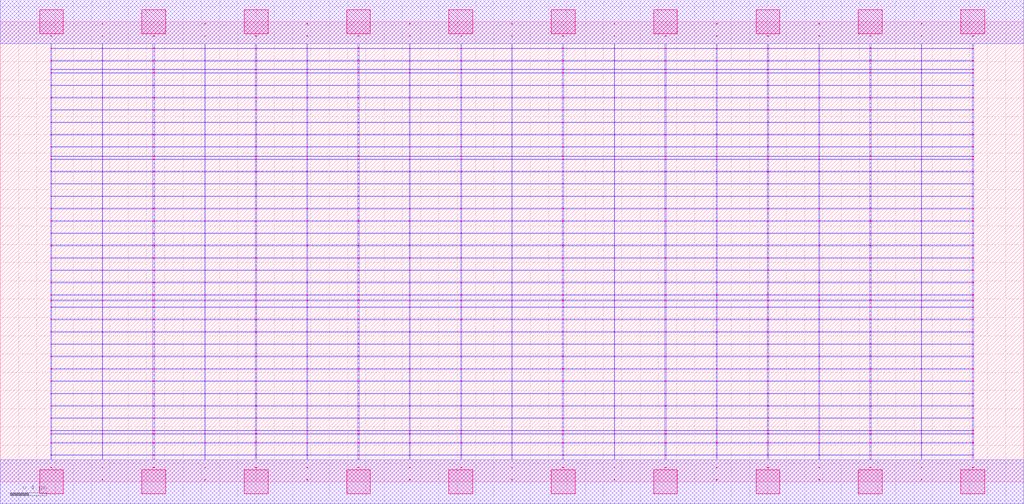
<source format=lef>
MACRO AOOAOI3131_DEBUG
 CLASS CORE ;
 FOREIGN AOOAOI3131_DEBUG 0 0 ;
 SIZE 11.200000000000001 BY 5.04 ;
 ORIGIN 0 0 ;
 SYMMETRY X Y R90 ;
 SITE unit ;

 OBS
    LAYER polycont ;
     RECT 5.59600000 0.15300000 5.60400000 0.16100000 ;
     RECT 5.59600000 0.28800000 5.60400000 0.29600000 ;
     RECT 5.59600000 0.42300000 5.60400000 0.43100000 ;
     RECT 5.59600000 0.52100000 5.60400000 0.52900000 ;
     RECT 5.59600000 0.55800000 5.60400000 0.56600000 ;
     RECT 5.59600000 0.69300000 5.60400000 0.70100000 ;
     RECT 5.59600000 0.82800000 5.60400000 0.83600000 ;
     RECT 5.59600000 0.96300000 5.60400000 0.97100000 ;
     RECT 5.59600000 1.09800000 5.60400000 1.10600000 ;
     RECT 5.59600000 1.23300000 5.60400000 1.24100000 ;
     RECT 5.59600000 1.36800000 5.60400000 1.37600000 ;
     RECT 5.59600000 1.50300000 5.60400000 1.51100000 ;
     RECT 5.59600000 1.63800000 5.60400000 1.64600000 ;
     RECT 5.59600000 1.77300000 5.60400000 1.78100000 ;
     RECT 5.59600000 1.90800000 5.60400000 1.91600000 ;
     RECT 5.59600000 1.98100000 5.60400000 1.98900000 ;
     RECT 5.59600000 2.04300000 5.60400000 2.05100000 ;
     RECT 5.59600000 2.17800000 5.60400000 2.18600000 ;
     RECT 5.59600000 2.31300000 5.60400000 2.32100000 ;
     RECT 5.59600000 2.44800000 5.60400000 2.45600000 ;
     RECT 5.59600000 2.58300000 5.60400000 2.59100000 ;
     RECT 5.59600000 2.71800000 5.60400000 2.72600000 ;
     RECT 5.59600000 2.85300000 5.60400000 2.86100000 ;
     RECT 5.59600000 2.98800000 5.60400000 2.99600000 ;
     RECT 5.59600000 3.12300000 5.60400000 3.13100000 ;
     RECT 5.59600000 3.25800000 5.60400000 3.26600000 ;
     RECT 5.59600000 3.39300000 5.60400000 3.40100000 ;
     RECT 5.59600000 3.52800000 5.60400000 3.53600000 ;
     RECT 5.59600000 3.56100000 5.60400000 3.56900000 ;
     RECT 5.59600000 3.66300000 5.60400000 3.67100000 ;
     RECT 5.59600000 3.79800000 5.60400000 3.80600000 ;
     RECT 5.59600000 3.93300000 5.60400000 3.94100000 ;
     RECT 5.59600000 4.06800000 5.60400000 4.07600000 ;
     RECT 5.59600000 4.20300000 5.60400000 4.21100000 ;
     RECT 5.59600000 4.33800000 5.60400000 4.34600000 ;
     RECT 5.59600000 4.47300000 5.60400000 4.48100000 ;
     RECT 5.59600000 4.51100000 5.60400000 4.51900000 ;
     RECT 5.59600000 4.60800000 5.60400000 4.61600000 ;
     RECT 5.59600000 4.74300000 5.60400000 4.75100000 ;
     RECT 5.59600000 4.87800000 5.60400000 4.88600000 ;
     RECT 6.71600000 2.58300000 6.72400000 2.59100000 ;
     RECT 6.15100000 2.85300000 6.16400000 2.86100000 ;
     RECT 6.71600000 2.85300000 6.72400000 2.86100000 ;
     RECT 7.27100000 2.85300000 7.28900000 2.86100000 ;
     RECT 7.83600000 2.85300000 7.84400000 2.86100000 ;
     RECT 8.39100000 2.85300000 8.40900000 2.86100000 ;
     RECT 8.95600000 2.85300000 8.96400000 2.86100000 ;
     RECT 9.51100000 2.85300000 9.52900000 2.86100000 ;
     RECT 10.07600000 2.85300000 10.08400000 2.86100000 ;
     RECT 10.63600000 2.85300000 10.64900000 2.86100000 ;
     RECT 7.27100000 2.58300000 7.28900000 2.59100000 ;
     RECT 6.15100000 2.98800000 6.16400000 2.99600000 ;
     RECT 6.71600000 2.98800000 6.72400000 2.99600000 ;
     RECT 7.27100000 2.98800000 7.28900000 2.99600000 ;
     RECT 7.83600000 2.98800000 7.84400000 2.99600000 ;
     RECT 8.39100000 2.98800000 8.40900000 2.99600000 ;
     RECT 8.95600000 2.98800000 8.96400000 2.99600000 ;
     RECT 9.51100000 2.98800000 9.52900000 2.99600000 ;
     RECT 10.07600000 2.98800000 10.08400000 2.99600000 ;
     RECT 10.63600000 2.98800000 10.64900000 2.99600000 ;
     RECT 7.83600000 2.58300000 7.84400000 2.59100000 ;
     RECT 8.39100000 2.58300000 8.40900000 2.59100000 ;
     RECT 8.95600000 2.58300000 8.96400000 2.59100000 ;
     RECT 9.51100000 2.58300000 9.52900000 2.59100000 ;
     RECT 10.07600000 2.58300000 10.08400000 2.59100000 ;
     RECT 10.63600000 2.58300000 10.64900000 2.59100000 ;
     RECT 6.15100000 2.58300000 6.16400000 2.59100000 ;
     RECT 6.15100000 2.71800000 6.16400000 2.72600000 ;
     RECT 6.71600000 2.71800000 6.72400000 2.72600000 ;
     RECT 7.27100000 2.71800000 7.28900000 2.72600000 ;
     RECT 7.83600000 2.71800000 7.84400000 2.72600000 ;
     RECT 8.39100000 2.71800000 8.40900000 2.72600000 ;
     RECT 8.95600000 2.71800000 8.96400000 2.72600000 ;
     RECT 9.51100000 2.71800000 9.52900000 2.72600000 ;
     RECT 10.07600000 2.71800000 10.08400000 2.72600000 ;
     RECT 10.63600000 2.71800000 10.64900000 2.72600000 ;
     RECT 1.67100000 2.58300000 1.68900000 2.59100000 ;
     RECT 0.55100000 2.98800000 0.56400000 2.99600000 ;
     RECT 1.11600000 2.98800000 1.12400000 2.99600000 ;
     RECT 1.67100000 2.98800000 1.68900000 2.99600000 ;
     RECT 2.23600000 2.98800000 2.24400000 2.99600000 ;
     RECT 2.79100000 2.98800000 2.80900000 2.99600000 ;
     RECT 3.35600000 2.98800000 3.36400000 2.99600000 ;
     RECT 3.91100000 2.98800000 3.92900000 2.99600000 ;
     RECT 4.47600000 2.98800000 4.48400000 2.99600000 ;
     RECT 5.03600000 2.98800000 5.04900000 2.99600000 ;
     RECT 2.23600000 2.58300000 2.24400000 2.59100000 ;
     RECT 2.79100000 2.58300000 2.80900000 2.59100000 ;
     RECT 3.35600000 2.58300000 3.36400000 2.59100000 ;
     RECT 3.91100000 2.58300000 3.92900000 2.59100000 ;
     RECT 4.47600000 2.58300000 4.48400000 2.59100000 ;
     RECT 5.03600000 2.58300000 5.04900000 2.59100000 ;
     RECT 0.55100000 2.58300000 0.56400000 2.59100000 ;
     RECT 0.55100000 2.71800000 0.56400000 2.72600000 ;
     RECT 0.55100000 2.85300000 0.56400000 2.86100000 ;
     RECT 1.11600000 2.85300000 1.12400000 2.86100000 ;
     RECT 1.67100000 2.85300000 1.68900000 2.86100000 ;
     RECT 2.23600000 2.85300000 2.24400000 2.86100000 ;
     RECT 2.79100000 2.85300000 2.80900000 2.86100000 ;
     RECT 3.35600000 2.85300000 3.36400000 2.86100000 ;
     RECT 3.91100000 2.85300000 3.92900000 2.86100000 ;
     RECT 4.47600000 2.85300000 4.48400000 2.86100000 ;
     RECT 5.03600000 2.85300000 5.04900000 2.86100000 ;
     RECT 1.11600000 2.71800000 1.12400000 2.72600000 ;
     RECT 1.67100000 2.71800000 1.68900000 2.72600000 ;
     RECT 2.23600000 2.71800000 2.24400000 2.72600000 ;
     RECT 2.79100000 2.71800000 2.80900000 2.72600000 ;
     RECT 3.35600000 2.71800000 3.36400000 2.72600000 ;
     RECT 3.91100000 2.71800000 3.92900000 2.72600000 ;
     RECT 4.47600000 2.71800000 4.48400000 2.72600000 ;
     RECT 5.03600000 2.71800000 5.04900000 2.72600000 ;
     RECT 1.11600000 2.58300000 1.12400000 2.59100000 ;

    LAYER pdiffc ;
     RECT 0.55100000 3.39300000 0.55900000 3.40100000 ;
     RECT 5.04100000 3.39300000 5.04900000 3.40100000 ;
     RECT 6.15100000 3.39300000 6.15900000 3.40100000 ;
     RECT 10.64100000 3.39300000 10.64900000 3.40100000 ;
     RECT 0.55100000 3.52800000 0.55900000 3.53600000 ;
     RECT 5.04100000 3.52800000 5.04900000 3.53600000 ;
     RECT 6.15100000 3.52800000 6.15900000 3.53600000 ;
     RECT 10.64100000 3.52800000 10.64900000 3.53600000 ;
     RECT 0.55100000 3.56100000 0.55900000 3.56900000 ;
     RECT 5.04100000 3.56100000 5.04900000 3.56900000 ;
     RECT 6.15100000 3.56100000 6.15900000 3.56900000 ;
     RECT 10.64100000 3.56100000 10.64900000 3.56900000 ;
     RECT 0.55100000 3.66300000 0.55900000 3.67100000 ;
     RECT 5.04100000 3.66300000 5.04900000 3.67100000 ;
     RECT 6.15100000 3.66300000 6.15900000 3.67100000 ;
     RECT 10.64100000 3.66300000 10.64900000 3.67100000 ;
     RECT 0.55100000 3.79800000 0.55900000 3.80600000 ;
     RECT 5.04100000 3.79800000 5.04900000 3.80600000 ;
     RECT 6.15100000 3.79800000 6.15900000 3.80600000 ;
     RECT 10.64100000 3.79800000 10.64900000 3.80600000 ;
     RECT 0.55100000 3.93300000 0.55900000 3.94100000 ;
     RECT 5.04100000 3.93300000 5.04900000 3.94100000 ;
     RECT 6.15100000 3.93300000 6.15900000 3.94100000 ;
     RECT 10.64100000 3.93300000 10.64900000 3.94100000 ;
     RECT 0.55100000 4.06800000 0.55900000 4.07600000 ;
     RECT 5.04100000 4.06800000 5.04900000 4.07600000 ;
     RECT 6.15100000 4.06800000 6.15900000 4.07600000 ;
     RECT 10.64100000 4.06800000 10.64900000 4.07600000 ;
     RECT 0.55100000 4.20300000 0.55900000 4.21100000 ;
     RECT 5.04100000 4.20300000 5.04900000 4.21100000 ;
     RECT 6.15100000 4.20300000 6.15900000 4.21100000 ;
     RECT 10.64100000 4.20300000 10.64900000 4.21100000 ;
     RECT 0.55100000 4.33800000 0.55900000 4.34600000 ;
     RECT 5.04100000 4.33800000 5.04900000 4.34600000 ;
     RECT 6.15100000 4.33800000 6.15900000 4.34600000 ;
     RECT 10.64100000 4.33800000 10.64900000 4.34600000 ;
     RECT 0.55100000 4.47300000 0.55900000 4.48100000 ;
     RECT 5.04100000 4.47300000 5.04900000 4.48100000 ;
     RECT 6.15100000 4.47300000 6.15900000 4.48100000 ;
     RECT 10.64100000 4.47300000 10.64900000 4.48100000 ;
     RECT 0.55100000 4.51100000 0.55900000 4.51900000 ;
     RECT 5.04100000 4.51100000 5.04900000 4.51900000 ;
     RECT 6.15100000 4.51100000 6.15900000 4.51900000 ;
     RECT 10.64100000 4.51100000 10.64900000 4.51900000 ;
     RECT 0.55100000 4.60800000 0.55900000 4.61600000 ;
     RECT 5.04100000 4.60800000 5.04900000 4.61600000 ;
     RECT 6.15100000 4.60800000 6.15900000 4.61600000 ;
     RECT 10.64100000 4.60800000 10.64900000 4.61600000 ;

    LAYER ndiffc ;
     RECT 6.15100000 0.42300000 6.16400000 0.43100000 ;
     RECT 7.27100000 0.42300000 7.28900000 0.43100000 ;
     RECT 8.39100000 0.42300000 8.40900000 0.43100000 ;
     RECT 9.51100000 0.42300000 9.52900000 0.43100000 ;
     RECT 10.63600000 0.42300000 10.64900000 0.43100000 ;
     RECT 6.15100000 0.52100000 6.16400000 0.52900000 ;
     RECT 7.27100000 0.52100000 7.28900000 0.52900000 ;
     RECT 8.39100000 0.52100000 8.40900000 0.52900000 ;
     RECT 9.51100000 0.52100000 9.52900000 0.52900000 ;
     RECT 10.63600000 0.52100000 10.64900000 0.52900000 ;
     RECT 6.15100000 0.55800000 6.16400000 0.56600000 ;
     RECT 7.27100000 0.55800000 7.28900000 0.56600000 ;
     RECT 8.39100000 0.55800000 8.40900000 0.56600000 ;
     RECT 9.51100000 0.55800000 9.52900000 0.56600000 ;
     RECT 10.63600000 0.55800000 10.64900000 0.56600000 ;
     RECT 6.15100000 0.69300000 6.16400000 0.70100000 ;
     RECT 7.27100000 0.69300000 7.28900000 0.70100000 ;
     RECT 8.39100000 0.69300000 8.40900000 0.70100000 ;
     RECT 9.51100000 0.69300000 9.52900000 0.70100000 ;
     RECT 10.63600000 0.69300000 10.64900000 0.70100000 ;
     RECT 6.15100000 0.82800000 6.16400000 0.83600000 ;
     RECT 7.27100000 0.82800000 7.28900000 0.83600000 ;
     RECT 8.39100000 0.82800000 8.40900000 0.83600000 ;
     RECT 9.51100000 0.82800000 9.52900000 0.83600000 ;
     RECT 10.63600000 0.82800000 10.64900000 0.83600000 ;
     RECT 6.15100000 0.96300000 6.16400000 0.97100000 ;
     RECT 7.27100000 0.96300000 7.28900000 0.97100000 ;
     RECT 8.39100000 0.96300000 8.40900000 0.97100000 ;
     RECT 9.51100000 0.96300000 9.52900000 0.97100000 ;
     RECT 10.63600000 0.96300000 10.64900000 0.97100000 ;
     RECT 6.15100000 1.09800000 6.16400000 1.10600000 ;
     RECT 7.27100000 1.09800000 7.28900000 1.10600000 ;
     RECT 8.39100000 1.09800000 8.40900000 1.10600000 ;
     RECT 9.51100000 1.09800000 9.52900000 1.10600000 ;
     RECT 10.63600000 1.09800000 10.64900000 1.10600000 ;
     RECT 6.15100000 1.23300000 6.16400000 1.24100000 ;
     RECT 7.27100000 1.23300000 7.28900000 1.24100000 ;
     RECT 8.39100000 1.23300000 8.40900000 1.24100000 ;
     RECT 9.51100000 1.23300000 9.52900000 1.24100000 ;
     RECT 10.63600000 1.23300000 10.64900000 1.24100000 ;
     RECT 6.15100000 1.36800000 6.16400000 1.37600000 ;
     RECT 7.27100000 1.36800000 7.28900000 1.37600000 ;
     RECT 8.39100000 1.36800000 8.40900000 1.37600000 ;
     RECT 9.51100000 1.36800000 9.52900000 1.37600000 ;
     RECT 10.63600000 1.36800000 10.64900000 1.37600000 ;
     RECT 6.15100000 1.50300000 6.16400000 1.51100000 ;
     RECT 7.27100000 1.50300000 7.28900000 1.51100000 ;
     RECT 8.39100000 1.50300000 8.40900000 1.51100000 ;
     RECT 9.51100000 1.50300000 9.52900000 1.51100000 ;
     RECT 10.63600000 1.50300000 10.64900000 1.51100000 ;
     RECT 6.15100000 1.63800000 6.16400000 1.64600000 ;
     RECT 7.27100000 1.63800000 7.28900000 1.64600000 ;
     RECT 8.39100000 1.63800000 8.40900000 1.64600000 ;
     RECT 9.51100000 1.63800000 9.52900000 1.64600000 ;
     RECT 10.63600000 1.63800000 10.64900000 1.64600000 ;
     RECT 6.15100000 1.77300000 6.16400000 1.78100000 ;
     RECT 7.27100000 1.77300000 7.28900000 1.78100000 ;
     RECT 8.39100000 1.77300000 8.40900000 1.78100000 ;
     RECT 9.51100000 1.77300000 9.52900000 1.78100000 ;
     RECT 10.63600000 1.77300000 10.64900000 1.78100000 ;
     RECT 6.15100000 1.90800000 6.16400000 1.91600000 ;
     RECT 7.27100000 1.90800000 7.28900000 1.91600000 ;
     RECT 8.39100000 1.90800000 8.40900000 1.91600000 ;
     RECT 9.51100000 1.90800000 9.52900000 1.91600000 ;
     RECT 10.63600000 1.90800000 10.64900000 1.91600000 ;
     RECT 6.15100000 1.98100000 6.16400000 1.98900000 ;
     RECT 7.27100000 1.98100000 7.28900000 1.98900000 ;
     RECT 8.39100000 1.98100000 8.40900000 1.98900000 ;
     RECT 9.51100000 1.98100000 9.52900000 1.98900000 ;
     RECT 10.63600000 1.98100000 10.64900000 1.98900000 ;
     RECT 6.15100000 2.04300000 6.16400000 2.05100000 ;
     RECT 7.27100000 2.04300000 7.28900000 2.05100000 ;
     RECT 8.39100000 2.04300000 8.40900000 2.05100000 ;
     RECT 9.51100000 2.04300000 9.52900000 2.05100000 ;
     RECT 10.63600000 2.04300000 10.64900000 2.05100000 ;
     RECT 0.55100000 0.42300000 0.56400000 0.43100000 ;
     RECT 1.67100000 0.42300000 1.68900000 0.43100000 ;
     RECT 2.79100000 0.42300000 2.80900000 0.43100000 ;
     RECT 3.91100000 0.42300000 3.92900000 0.43100000 ;
     RECT 5.03600000 0.42300000 5.04900000 0.43100000 ;
     RECT 0.55100000 1.36800000 0.56400000 1.37600000 ;
     RECT 1.67100000 1.36800000 1.68900000 1.37600000 ;
     RECT 2.79100000 1.36800000 2.80900000 1.37600000 ;
     RECT 3.91100000 1.36800000 3.92900000 1.37600000 ;
     RECT 5.03600000 1.36800000 5.04900000 1.37600000 ;
     RECT 0.55100000 0.82800000 0.56400000 0.83600000 ;
     RECT 1.67100000 0.82800000 1.68900000 0.83600000 ;
     RECT 2.79100000 0.82800000 2.80900000 0.83600000 ;
     RECT 3.91100000 0.82800000 3.92900000 0.83600000 ;
     RECT 5.03600000 0.82800000 5.04900000 0.83600000 ;
     RECT 0.55100000 1.50300000 0.56400000 1.51100000 ;
     RECT 1.67100000 1.50300000 1.68900000 1.51100000 ;
     RECT 2.79100000 1.50300000 2.80900000 1.51100000 ;
     RECT 3.91100000 1.50300000 3.92900000 1.51100000 ;
     RECT 5.03600000 1.50300000 5.04900000 1.51100000 ;
     RECT 0.55100000 0.55800000 0.56400000 0.56600000 ;
     RECT 1.67100000 0.55800000 1.68900000 0.56600000 ;
     RECT 2.79100000 0.55800000 2.80900000 0.56600000 ;
     RECT 3.91100000 0.55800000 3.92900000 0.56600000 ;
     RECT 5.03600000 0.55800000 5.04900000 0.56600000 ;
     RECT 0.55100000 1.63800000 0.56400000 1.64600000 ;
     RECT 1.67100000 1.63800000 1.68900000 1.64600000 ;
     RECT 2.79100000 1.63800000 2.80900000 1.64600000 ;
     RECT 3.91100000 1.63800000 3.92900000 1.64600000 ;
     RECT 5.03600000 1.63800000 5.04900000 1.64600000 ;
     RECT 0.55100000 0.96300000 0.56400000 0.97100000 ;
     RECT 1.67100000 0.96300000 1.68900000 0.97100000 ;
     RECT 2.79100000 0.96300000 2.80900000 0.97100000 ;
     RECT 3.91100000 0.96300000 3.92900000 0.97100000 ;
     RECT 5.03600000 0.96300000 5.04900000 0.97100000 ;
     RECT 0.55100000 1.77300000 0.56400000 1.78100000 ;
     RECT 1.67100000 1.77300000 1.68900000 1.78100000 ;
     RECT 2.79100000 1.77300000 2.80900000 1.78100000 ;
     RECT 3.91100000 1.77300000 3.92900000 1.78100000 ;
     RECT 5.03600000 1.77300000 5.04900000 1.78100000 ;
     RECT 0.55100000 0.52100000 0.56400000 0.52900000 ;
     RECT 1.67100000 0.52100000 1.68900000 0.52900000 ;
     RECT 2.79100000 0.52100000 2.80900000 0.52900000 ;
     RECT 3.91100000 0.52100000 3.92900000 0.52900000 ;
     RECT 5.03600000 0.52100000 5.04900000 0.52900000 ;
     RECT 0.55100000 1.90800000 0.56400000 1.91600000 ;
     RECT 1.67100000 1.90800000 1.68900000 1.91600000 ;
     RECT 2.79100000 1.90800000 2.80900000 1.91600000 ;
     RECT 3.91100000 1.90800000 3.92900000 1.91600000 ;
     RECT 5.03600000 1.90800000 5.04900000 1.91600000 ;
     RECT 0.55100000 1.09800000 0.56400000 1.10600000 ;
     RECT 1.67100000 1.09800000 1.68900000 1.10600000 ;
     RECT 2.79100000 1.09800000 2.80900000 1.10600000 ;
     RECT 3.91100000 1.09800000 3.92900000 1.10600000 ;
     RECT 5.03600000 1.09800000 5.04900000 1.10600000 ;
     RECT 0.55100000 1.98100000 0.56400000 1.98900000 ;
     RECT 1.67100000 1.98100000 1.68900000 1.98900000 ;
     RECT 2.79100000 1.98100000 2.80900000 1.98900000 ;
     RECT 3.91100000 1.98100000 3.92900000 1.98900000 ;
     RECT 5.03600000 1.98100000 5.04900000 1.98900000 ;
     RECT 0.55100000 0.69300000 0.56400000 0.70100000 ;
     RECT 1.67100000 0.69300000 1.68900000 0.70100000 ;
     RECT 2.79100000 0.69300000 2.80900000 0.70100000 ;
     RECT 3.91100000 0.69300000 3.92900000 0.70100000 ;
     RECT 5.03600000 0.69300000 5.04900000 0.70100000 ;
     RECT 0.55100000 2.04300000 0.56400000 2.05100000 ;
     RECT 1.67100000 2.04300000 1.68900000 2.05100000 ;
     RECT 2.79100000 2.04300000 2.80900000 2.05100000 ;
     RECT 3.91100000 2.04300000 3.92900000 2.05100000 ;
     RECT 5.03600000 2.04300000 5.04900000 2.05100000 ;
     RECT 0.55100000 1.23300000 0.56400000 1.24100000 ;
     RECT 1.67100000 1.23300000 1.68900000 1.24100000 ;
     RECT 2.79100000 1.23300000 2.80900000 1.24100000 ;
     RECT 3.91100000 1.23300000 3.92900000 1.24100000 ;
     RECT 5.03600000 1.23300000 5.04900000 1.24100000 ;

    LAYER met1 ;
     RECT 0.00000000 -0.24000000 11.20000000 0.24000000 ;
     RECT 5.59600000 0.24000000 5.60400000 0.28800000 ;
     RECT 0.55100000 0.28800000 10.64900000 0.29600000 ;
     RECT 5.59600000 0.29600000 5.60400000 0.42300000 ;
     RECT 0.55100000 0.42300000 10.64900000 0.43100000 ;
     RECT 5.59600000 0.43100000 5.60400000 0.52100000 ;
     RECT 0.55100000 0.52100000 10.64900000 0.52900000 ;
     RECT 5.59600000 0.52900000 5.60400000 0.55800000 ;
     RECT 0.55100000 0.55800000 10.64900000 0.56600000 ;
     RECT 5.59600000 0.56600000 5.60400000 0.69300000 ;
     RECT 0.55100000 0.69300000 10.64900000 0.70100000 ;
     RECT 5.59600000 0.70100000 5.60400000 0.82800000 ;
     RECT 0.55100000 0.82800000 10.64900000 0.83600000 ;
     RECT 5.59600000 0.83600000 5.60400000 0.96300000 ;
     RECT 0.55100000 0.96300000 10.64900000 0.97100000 ;
     RECT 5.59600000 0.97100000 5.60400000 1.09800000 ;
     RECT 0.55100000 1.09800000 10.64900000 1.10600000 ;
     RECT 5.59600000 1.10600000 5.60400000 1.23300000 ;
     RECT 0.55100000 1.23300000 10.64900000 1.24100000 ;
     RECT 5.59600000 1.24100000 5.60400000 1.36800000 ;
     RECT 0.55100000 1.36800000 10.64900000 1.37600000 ;
     RECT 5.59600000 1.37600000 5.60400000 1.50300000 ;
     RECT 0.55100000 1.50300000 10.64900000 1.51100000 ;
     RECT 5.59600000 1.51100000 5.60400000 1.63800000 ;
     RECT 0.55100000 1.63800000 10.64900000 1.64600000 ;
     RECT 5.59600000 1.64600000 5.60400000 1.77300000 ;
     RECT 0.55100000 1.77300000 10.64900000 1.78100000 ;
     RECT 5.59600000 1.78100000 5.60400000 1.90800000 ;
     RECT 0.55100000 1.90800000 10.64900000 1.91600000 ;
     RECT 5.59600000 1.91600000 5.60400000 1.98100000 ;
     RECT 0.55100000 1.98100000 10.64900000 1.98900000 ;
     RECT 5.59600000 1.98900000 5.60400000 2.04300000 ;
     RECT 0.55100000 2.04300000 10.64900000 2.05100000 ;
     RECT 5.59600000 2.05100000 5.60400000 2.17800000 ;
     RECT 0.55100000 2.17800000 10.64900000 2.18600000 ;
     RECT 5.59600000 2.18600000 5.60400000 2.31300000 ;
     RECT 0.55100000 2.31300000 10.64900000 2.32100000 ;
     RECT 5.59600000 2.32100000 5.60400000 2.44800000 ;
     RECT 0.55100000 2.44800000 10.64900000 2.45600000 ;
     RECT 0.55100000 2.45600000 0.56400000 2.58300000 ;
     RECT 1.11600000 2.45600000 1.12400000 2.58300000 ;
     RECT 1.67100000 2.45600000 1.68900000 2.58300000 ;
     RECT 2.23600000 2.45600000 2.24400000 2.58300000 ;
     RECT 2.79100000 2.45600000 2.80900000 2.58300000 ;
     RECT 3.35600000 2.45600000 3.36400000 2.58300000 ;
     RECT 3.91100000 2.45600000 3.92900000 2.58300000 ;
     RECT 4.47600000 2.45600000 4.48400000 2.58300000 ;
     RECT 5.03600000 2.45600000 5.04900000 2.58300000 ;
     RECT 5.59600000 2.45600000 5.60400000 2.58300000 ;
     RECT 6.15100000 2.45600000 6.16400000 2.58300000 ;
     RECT 6.71600000 2.45600000 6.72400000 2.58300000 ;
     RECT 7.27100000 2.45600000 7.28900000 2.58300000 ;
     RECT 7.83600000 2.45600000 7.84400000 2.58300000 ;
     RECT 8.39100000 2.45600000 8.40900000 2.58300000 ;
     RECT 8.95600000 2.45600000 8.96400000 2.58300000 ;
     RECT 9.51100000 2.45600000 9.52900000 2.58300000 ;
     RECT 10.07600000 2.45600000 10.08400000 2.58300000 ;
     RECT 10.63600000 2.45600000 10.64900000 2.58300000 ;
     RECT 0.55100000 2.58300000 10.64900000 2.59100000 ;
     RECT 5.59600000 2.59100000 5.60400000 2.71800000 ;
     RECT 0.55100000 2.71800000 10.64900000 2.72600000 ;
     RECT 5.59600000 2.72600000 5.60400000 2.85300000 ;
     RECT 0.55100000 2.85300000 10.64900000 2.86100000 ;
     RECT 5.59600000 2.86100000 5.60400000 2.98800000 ;
     RECT 0.55100000 2.98800000 10.64900000 2.99600000 ;
     RECT 5.59600000 2.99600000 5.60400000 3.12300000 ;
     RECT 0.55100000 3.12300000 10.64900000 3.13100000 ;
     RECT 5.59600000 3.13100000 5.60400000 3.25800000 ;
     RECT 0.55100000 3.25800000 10.64900000 3.26600000 ;
     RECT 5.59600000 3.26600000 5.60400000 3.39300000 ;
     RECT 0.55100000 3.39300000 10.64900000 3.40100000 ;
     RECT 5.59600000 3.40100000 5.60400000 3.52800000 ;
     RECT 0.55100000 3.52800000 10.64900000 3.53600000 ;
     RECT 5.59600000 3.53600000 5.60400000 3.56100000 ;
     RECT 0.55100000 3.56100000 10.64900000 3.56900000 ;
     RECT 5.59600000 3.56900000 5.60400000 3.66300000 ;
     RECT 0.55100000 3.66300000 10.64900000 3.67100000 ;
     RECT 5.59600000 3.67100000 5.60400000 3.79800000 ;
     RECT 0.55100000 3.79800000 10.64900000 3.80600000 ;
     RECT 5.59600000 3.80600000 5.60400000 3.93300000 ;
     RECT 0.55100000 3.93300000 10.64900000 3.94100000 ;
     RECT 5.59600000 3.94100000 5.60400000 4.06800000 ;
     RECT 0.55100000 4.06800000 10.64900000 4.07600000 ;
     RECT 5.59600000 4.07600000 5.60400000 4.20300000 ;
     RECT 0.55100000 4.20300000 10.64900000 4.21100000 ;
     RECT 5.59600000 4.21100000 5.60400000 4.33800000 ;
     RECT 0.55100000 4.33800000 10.64900000 4.34600000 ;
     RECT 5.59600000 4.34600000 5.60400000 4.47300000 ;
     RECT 0.55100000 4.47300000 10.64900000 4.48100000 ;
     RECT 5.59600000 4.48100000 5.60400000 4.51100000 ;
     RECT 0.55100000 4.51100000 10.64900000 4.51900000 ;
     RECT 5.59600000 4.51900000 5.60400000 4.60800000 ;
     RECT 0.55100000 4.60800000 10.64900000 4.61600000 ;
     RECT 5.59600000 4.61600000 5.60400000 4.74300000 ;
     RECT 0.55100000 4.74300000 10.64900000 4.75100000 ;
     RECT 5.59600000 4.75100000 5.60400000 4.80000000 ;
     RECT 0.00000000 4.80000000 11.20000000 5.28000000 ;
     RECT 8.39100000 2.99600000 8.40900000 3.12300000 ;
     RECT 8.39100000 3.13100000 8.40900000 3.25800000 ;
     RECT 8.39100000 3.26600000 8.40900000 3.39300000 ;
     RECT 8.39100000 3.40100000 8.40900000 3.52800000 ;
     RECT 8.39100000 3.53600000 8.40900000 3.56100000 ;
     RECT 8.39100000 2.72600000 8.40900000 2.85300000 ;
     RECT 8.39100000 3.56900000 8.40900000 3.66300000 ;
     RECT 8.39100000 3.67100000 8.40900000 3.79800000 ;
     RECT 6.15100000 3.80600000 6.16400000 3.93300000 ;
     RECT 6.71600000 3.80600000 6.72400000 3.93300000 ;
     RECT 7.27100000 3.80600000 7.28900000 3.93300000 ;
     RECT 7.83600000 3.80600000 7.84400000 3.93300000 ;
     RECT 8.39100000 3.80600000 8.40900000 3.93300000 ;
     RECT 8.95600000 3.80600000 8.96400000 3.93300000 ;
     RECT 9.51100000 3.80600000 9.52900000 3.93300000 ;
     RECT 10.07600000 3.80600000 10.08400000 3.93300000 ;
     RECT 10.63600000 3.80600000 10.64900000 3.93300000 ;
     RECT 8.39100000 3.94100000 8.40900000 4.06800000 ;
     RECT 8.39100000 4.07600000 8.40900000 4.20300000 ;
     RECT 8.39100000 4.21100000 8.40900000 4.33800000 ;
     RECT 8.39100000 2.86100000 8.40900000 2.98800000 ;
     RECT 8.39100000 4.34600000 8.40900000 4.47300000 ;
     RECT 8.39100000 4.48100000 8.40900000 4.51100000 ;
     RECT 8.39100000 2.59100000 8.40900000 2.71800000 ;
     RECT 8.39100000 4.51900000 8.40900000 4.60800000 ;
     RECT 8.39100000 4.61600000 8.40900000 4.74300000 ;
     RECT 8.39100000 4.75100000 8.40900000 4.80000000 ;
     RECT 9.51100000 3.94100000 9.52900000 4.06800000 ;
     RECT 8.95600000 4.21100000 8.96400000 4.33800000 ;
     RECT 9.51100000 4.21100000 9.52900000 4.33800000 ;
     RECT 10.07600000 4.21100000 10.08400000 4.33800000 ;
     RECT 10.63600000 4.21100000 10.64900000 4.33800000 ;
     RECT 10.07600000 3.94100000 10.08400000 4.06800000 ;
     RECT 10.63600000 3.94100000 10.64900000 4.06800000 ;
     RECT 8.95600000 4.34600000 8.96400000 4.47300000 ;
     RECT 9.51100000 4.34600000 9.52900000 4.47300000 ;
     RECT 10.07600000 4.34600000 10.08400000 4.47300000 ;
     RECT 10.63600000 4.34600000 10.64900000 4.47300000 ;
     RECT 8.95600000 3.94100000 8.96400000 4.06800000 ;
     RECT 8.95600000 4.48100000 8.96400000 4.51100000 ;
     RECT 9.51100000 4.48100000 9.52900000 4.51100000 ;
     RECT 10.07600000 4.48100000 10.08400000 4.51100000 ;
     RECT 10.63600000 4.48100000 10.64900000 4.51100000 ;
     RECT 8.95600000 4.07600000 8.96400000 4.20300000 ;
     RECT 9.51100000 4.07600000 9.52900000 4.20300000 ;
     RECT 8.95600000 4.51900000 8.96400000 4.60800000 ;
     RECT 9.51100000 4.51900000 9.52900000 4.60800000 ;
     RECT 10.07600000 4.51900000 10.08400000 4.60800000 ;
     RECT 10.63600000 4.51900000 10.64900000 4.60800000 ;
     RECT 10.07600000 4.07600000 10.08400000 4.20300000 ;
     RECT 8.95600000 4.61600000 8.96400000 4.74300000 ;
     RECT 9.51100000 4.61600000 9.52900000 4.74300000 ;
     RECT 10.07600000 4.61600000 10.08400000 4.74300000 ;
     RECT 10.63600000 4.61600000 10.64900000 4.74300000 ;
     RECT 10.63600000 4.07600000 10.64900000 4.20300000 ;
     RECT 8.95600000 4.75100000 8.96400000 4.80000000 ;
     RECT 9.51100000 4.75100000 9.52900000 4.80000000 ;
     RECT 10.07600000 4.75100000 10.08400000 4.80000000 ;
     RECT 10.63600000 4.75100000 10.64900000 4.80000000 ;
     RECT 6.71600000 4.07600000 6.72400000 4.20300000 ;
     RECT 7.27100000 4.07600000 7.28900000 4.20300000 ;
     RECT 7.83600000 4.07600000 7.84400000 4.20300000 ;
     RECT 6.71600000 3.94100000 6.72400000 4.06800000 ;
     RECT 7.27100000 3.94100000 7.28900000 4.06800000 ;
     RECT 6.15100000 4.51900000 6.16400000 4.60800000 ;
     RECT 6.71600000 4.51900000 6.72400000 4.60800000 ;
     RECT 7.27100000 4.51900000 7.28900000 4.60800000 ;
     RECT 7.83600000 4.51900000 7.84400000 4.60800000 ;
     RECT 7.83600000 3.94100000 7.84400000 4.06800000 ;
     RECT 6.15100000 4.34600000 6.16400000 4.47300000 ;
     RECT 6.71600000 4.34600000 6.72400000 4.47300000 ;
     RECT 7.27100000 4.34600000 7.28900000 4.47300000 ;
     RECT 7.83600000 4.34600000 7.84400000 4.47300000 ;
     RECT 6.15100000 4.61600000 6.16400000 4.74300000 ;
     RECT 6.71600000 4.61600000 6.72400000 4.74300000 ;
     RECT 7.27100000 4.61600000 7.28900000 4.74300000 ;
     RECT 7.83600000 4.61600000 7.84400000 4.74300000 ;
     RECT 6.15100000 3.94100000 6.16400000 4.06800000 ;
     RECT 6.15100000 4.07600000 6.16400000 4.20300000 ;
     RECT 6.15100000 4.21100000 6.16400000 4.33800000 ;
     RECT 6.71600000 4.21100000 6.72400000 4.33800000 ;
     RECT 7.27100000 4.21100000 7.28900000 4.33800000 ;
     RECT 6.15100000 4.75100000 6.16400000 4.80000000 ;
     RECT 6.71600000 4.75100000 6.72400000 4.80000000 ;
     RECT 7.27100000 4.75100000 7.28900000 4.80000000 ;
     RECT 7.83600000 4.75100000 7.84400000 4.80000000 ;
     RECT 6.15100000 4.48100000 6.16400000 4.51100000 ;
     RECT 6.71600000 4.48100000 6.72400000 4.51100000 ;
     RECT 7.27100000 4.48100000 7.28900000 4.51100000 ;
     RECT 7.83600000 4.48100000 7.84400000 4.51100000 ;
     RECT 7.83600000 4.21100000 7.84400000 4.33800000 ;
     RECT 7.27100000 3.53600000 7.28900000 3.56100000 ;
     RECT 7.83600000 3.53600000 7.84400000 3.56100000 ;
     RECT 7.83600000 3.13100000 7.84400000 3.25800000 ;
     RECT 6.15100000 2.86100000 6.16400000 2.98800000 ;
     RECT 6.71600000 2.86100000 6.72400000 2.98800000 ;
     RECT 7.83600000 2.72600000 7.84400000 2.85300000 ;
     RECT 6.15100000 3.13100000 6.16400000 3.25800000 ;
     RECT 6.15100000 3.56900000 6.16400000 3.66300000 ;
     RECT 6.71600000 3.56900000 6.72400000 3.66300000 ;
     RECT 7.27100000 3.56900000 7.28900000 3.66300000 ;
     RECT 7.83600000 3.56900000 7.84400000 3.66300000 ;
     RECT 6.15100000 2.59100000 6.16400000 2.71800000 ;
     RECT 6.15100000 3.67100000 6.16400000 3.79800000 ;
     RECT 6.71600000 3.67100000 6.72400000 3.79800000 ;
     RECT 7.27100000 2.86100000 7.28900000 2.98800000 ;
     RECT 7.83600000 2.86100000 7.84400000 2.98800000 ;
     RECT 7.27100000 3.67100000 7.28900000 3.79800000 ;
     RECT 7.83600000 3.67100000 7.84400000 3.79800000 ;
     RECT 6.15100000 2.99600000 6.16400000 3.12300000 ;
     RECT 6.15100000 3.26600000 6.16400000 3.39300000 ;
     RECT 6.71600000 3.26600000 6.72400000 3.39300000 ;
     RECT 7.27100000 3.26600000 7.28900000 3.39300000 ;
     RECT 7.83600000 3.26600000 7.84400000 3.39300000 ;
     RECT 6.71600000 3.13100000 6.72400000 3.25800000 ;
     RECT 6.71600000 2.59100000 6.72400000 2.71800000 ;
     RECT 6.15100000 2.72600000 6.16400000 2.85300000 ;
     RECT 6.15100000 3.40100000 6.16400000 3.52800000 ;
     RECT 6.71600000 3.40100000 6.72400000 3.52800000 ;
     RECT 6.71600000 2.99600000 6.72400000 3.12300000 ;
     RECT 7.27100000 2.99600000 7.28900000 3.12300000 ;
     RECT 7.27100000 3.40100000 7.28900000 3.52800000 ;
     RECT 7.27100000 2.59100000 7.28900000 2.71800000 ;
     RECT 7.83600000 2.59100000 7.84400000 2.71800000 ;
     RECT 7.83600000 3.40100000 7.84400000 3.52800000 ;
     RECT 7.27100000 3.13100000 7.28900000 3.25800000 ;
     RECT 6.71600000 2.72600000 6.72400000 2.85300000 ;
     RECT 7.27100000 2.72600000 7.28900000 2.85300000 ;
     RECT 6.15100000 3.53600000 6.16400000 3.56100000 ;
     RECT 6.71600000 3.53600000 6.72400000 3.56100000 ;
     RECT 7.83600000 2.99600000 7.84400000 3.12300000 ;
     RECT 10.07600000 3.56900000 10.08400000 3.66300000 ;
     RECT 10.63600000 3.56900000 10.64900000 3.66300000 ;
     RECT 8.95600000 2.72600000 8.96400000 2.85300000 ;
     RECT 9.51100000 2.72600000 9.52900000 2.85300000 ;
     RECT 8.95600000 2.99600000 8.96400000 3.12300000 ;
     RECT 8.95600000 3.40100000 8.96400000 3.52800000 ;
     RECT 10.63600000 2.86100000 10.64900000 2.98800000 ;
     RECT 9.51100000 3.40100000 9.52900000 3.52800000 ;
     RECT 10.07600000 3.40100000 10.08400000 3.52800000 ;
     RECT 10.63600000 3.40100000 10.64900000 3.52800000 ;
     RECT 8.95600000 3.67100000 8.96400000 3.79800000 ;
     RECT 9.51100000 3.67100000 9.52900000 3.79800000 ;
     RECT 10.07600000 3.67100000 10.08400000 3.79800000 ;
     RECT 10.63600000 3.67100000 10.64900000 3.79800000 ;
     RECT 10.07600000 2.72600000 10.08400000 2.85300000 ;
     RECT 10.63600000 2.72600000 10.64900000 2.85300000 ;
     RECT 9.51100000 2.99600000 9.52900000 3.12300000 ;
     RECT 8.95600000 2.59100000 8.96400000 2.71800000 ;
     RECT 10.07600000 2.99600000 10.08400000 3.12300000 ;
     RECT 10.63600000 2.99600000 10.64900000 3.12300000 ;
     RECT 9.51100000 2.59100000 9.52900000 2.71800000 ;
     RECT 8.95600000 3.26600000 8.96400000 3.39300000 ;
     RECT 9.51100000 3.26600000 9.52900000 3.39300000 ;
     RECT 10.07600000 3.26600000 10.08400000 3.39300000 ;
     RECT 8.95600000 3.53600000 8.96400000 3.56100000 ;
     RECT 8.95600000 2.86100000 8.96400000 2.98800000 ;
     RECT 9.51100000 3.53600000 9.52900000 3.56100000 ;
     RECT 10.07600000 3.53600000 10.08400000 3.56100000 ;
     RECT 10.63600000 3.53600000 10.64900000 3.56100000 ;
     RECT 10.63600000 3.26600000 10.64900000 3.39300000 ;
     RECT 8.95600000 3.13100000 8.96400000 3.25800000 ;
     RECT 9.51100000 3.13100000 9.52900000 3.25800000 ;
     RECT 10.07600000 3.13100000 10.08400000 3.25800000 ;
     RECT 10.63600000 3.13100000 10.64900000 3.25800000 ;
     RECT 10.63600000 2.59100000 10.64900000 2.71800000 ;
     RECT 9.51100000 2.86100000 9.52900000 2.98800000 ;
     RECT 10.07600000 2.86100000 10.08400000 2.98800000 ;
     RECT 10.07600000 2.59100000 10.08400000 2.71800000 ;
     RECT 8.95600000 3.56900000 8.96400000 3.66300000 ;
     RECT 9.51100000 3.56900000 9.52900000 3.66300000 ;
     RECT 2.79100000 2.59100000 2.80900000 2.71800000 ;
     RECT 2.79100000 2.99600000 2.80900000 3.12300000 ;
     RECT 2.79100000 3.94100000 2.80900000 4.06800000 ;
     RECT 2.79100000 3.40100000 2.80900000 3.52800000 ;
     RECT 2.79100000 4.07600000 2.80900000 4.20300000 ;
     RECT 2.79100000 4.21100000 2.80900000 4.33800000 ;
     RECT 2.79100000 3.53600000 2.80900000 3.56100000 ;
     RECT 2.79100000 4.34600000 2.80900000 4.47300000 ;
     RECT 2.79100000 3.13100000 2.80900000 3.25800000 ;
     RECT 2.79100000 3.56900000 2.80900000 3.66300000 ;
     RECT 2.79100000 4.48100000 2.80900000 4.51100000 ;
     RECT 2.79100000 2.86100000 2.80900000 2.98800000 ;
     RECT 2.79100000 4.51900000 2.80900000 4.60800000 ;
     RECT 2.79100000 2.72600000 2.80900000 2.85300000 ;
     RECT 2.79100000 3.67100000 2.80900000 3.79800000 ;
     RECT 2.79100000 4.61600000 2.80900000 4.74300000 ;
     RECT 2.79100000 3.26600000 2.80900000 3.39300000 ;
     RECT 2.79100000 4.75100000 2.80900000 4.80000000 ;
     RECT 0.55100000 3.80600000 0.56400000 3.93300000 ;
     RECT 1.11600000 3.80600000 1.12400000 3.93300000 ;
     RECT 1.67100000 3.80600000 1.68900000 3.93300000 ;
     RECT 2.23600000 3.80600000 2.24400000 3.93300000 ;
     RECT 2.79100000 3.80600000 2.80900000 3.93300000 ;
     RECT 3.35600000 3.80600000 3.36400000 3.93300000 ;
     RECT 3.91100000 3.80600000 3.92900000 3.93300000 ;
     RECT 4.47600000 3.80600000 4.48400000 3.93300000 ;
     RECT 5.03600000 3.80600000 5.04900000 3.93300000 ;
     RECT 3.35600000 4.48100000 3.36400000 4.51100000 ;
     RECT 3.91100000 4.48100000 3.92900000 4.51100000 ;
     RECT 4.47600000 4.48100000 4.48400000 4.51100000 ;
     RECT 5.03600000 4.48100000 5.04900000 4.51100000 ;
     RECT 4.47600000 4.07600000 4.48400000 4.20300000 ;
     RECT 5.03600000 4.07600000 5.04900000 4.20300000 ;
     RECT 3.35600000 4.51900000 3.36400000 4.60800000 ;
     RECT 3.91100000 4.51900000 3.92900000 4.60800000 ;
     RECT 4.47600000 4.51900000 4.48400000 4.60800000 ;
     RECT 5.03600000 4.51900000 5.04900000 4.60800000 ;
     RECT 4.47600000 3.94100000 4.48400000 4.06800000 ;
     RECT 3.35600000 4.21100000 3.36400000 4.33800000 ;
     RECT 3.91100000 4.21100000 3.92900000 4.33800000 ;
     RECT 3.35600000 4.61600000 3.36400000 4.74300000 ;
     RECT 3.91100000 4.61600000 3.92900000 4.74300000 ;
     RECT 4.47600000 4.61600000 4.48400000 4.74300000 ;
     RECT 5.03600000 4.61600000 5.04900000 4.74300000 ;
     RECT 4.47600000 4.21100000 4.48400000 4.33800000 ;
     RECT 5.03600000 4.21100000 5.04900000 4.33800000 ;
     RECT 3.35600000 4.75100000 3.36400000 4.80000000 ;
     RECT 3.91100000 4.75100000 3.92900000 4.80000000 ;
     RECT 4.47600000 4.75100000 4.48400000 4.80000000 ;
     RECT 5.03600000 4.75100000 5.04900000 4.80000000 ;
     RECT 5.03600000 3.94100000 5.04900000 4.06800000 ;
     RECT 3.35600000 3.94100000 3.36400000 4.06800000 ;
     RECT 3.35600000 4.34600000 3.36400000 4.47300000 ;
     RECT 3.91100000 4.34600000 3.92900000 4.47300000 ;
     RECT 4.47600000 4.34600000 4.48400000 4.47300000 ;
     RECT 5.03600000 4.34600000 5.04900000 4.47300000 ;
     RECT 3.91100000 3.94100000 3.92900000 4.06800000 ;
     RECT 3.35600000 4.07600000 3.36400000 4.20300000 ;
     RECT 3.91100000 4.07600000 3.92900000 4.20300000 ;
     RECT 1.11600000 3.94100000 1.12400000 4.06800000 ;
     RECT 0.55100000 4.07600000 0.56400000 4.20300000 ;
     RECT 0.55100000 4.21100000 0.56400000 4.33800000 ;
     RECT 1.11600000 4.21100000 1.12400000 4.33800000 ;
     RECT 0.55100000 4.61600000 0.56400000 4.74300000 ;
     RECT 1.11600000 4.61600000 1.12400000 4.74300000 ;
     RECT 1.67100000 4.61600000 1.68900000 4.74300000 ;
     RECT 2.23600000 4.61600000 2.24400000 4.74300000 ;
     RECT 1.67100000 4.21100000 1.68900000 4.33800000 ;
     RECT 2.23600000 4.21100000 2.24400000 4.33800000 ;
     RECT 1.11600000 4.07600000 1.12400000 4.20300000 ;
     RECT 0.55100000 4.48100000 0.56400000 4.51100000 ;
     RECT 1.11600000 4.48100000 1.12400000 4.51100000 ;
     RECT 1.67100000 4.48100000 1.68900000 4.51100000 ;
     RECT 0.55100000 4.75100000 0.56400000 4.80000000 ;
     RECT 1.11600000 4.75100000 1.12400000 4.80000000 ;
     RECT 1.67100000 4.75100000 1.68900000 4.80000000 ;
     RECT 2.23600000 4.75100000 2.24400000 4.80000000 ;
     RECT 2.23600000 4.48100000 2.24400000 4.51100000 ;
     RECT 1.67100000 4.07600000 1.68900000 4.20300000 ;
     RECT 2.23600000 4.07600000 2.24400000 4.20300000 ;
     RECT 1.67100000 3.94100000 1.68900000 4.06800000 ;
     RECT 2.23600000 3.94100000 2.24400000 4.06800000 ;
     RECT 0.55100000 3.94100000 0.56400000 4.06800000 ;
     RECT 0.55100000 4.34600000 0.56400000 4.47300000 ;
     RECT 0.55100000 4.51900000 0.56400000 4.60800000 ;
     RECT 1.11600000 4.51900000 1.12400000 4.60800000 ;
     RECT 1.67100000 4.51900000 1.68900000 4.60800000 ;
     RECT 2.23600000 4.51900000 2.24400000 4.60800000 ;
     RECT 1.11600000 4.34600000 1.12400000 4.47300000 ;
     RECT 1.67100000 4.34600000 1.68900000 4.47300000 ;
     RECT 2.23600000 4.34600000 2.24400000 4.47300000 ;
     RECT 0.55100000 3.53600000 0.56400000 3.56100000 ;
     RECT 2.23600000 2.72600000 2.24400000 2.85300000 ;
     RECT 1.11600000 3.53600000 1.12400000 3.56100000 ;
     RECT 0.55100000 3.67100000 0.56400000 3.79800000 ;
     RECT 1.11600000 3.67100000 1.12400000 3.79800000 ;
     RECT 1.67100000 3.67100000 1.68900000 3.79800000 ;
     RECT 2.23600000 3.67100000 2.24400000 3.79800000 ;
     RECT 1.67100000 3.53600000 1.68900000 3.56100000 ;
     RECT 1.11600000 2.99600000 1.12400000 3.12300000 ;
     RECT 1.67100000 3.13100000 1.68900000 3.25800000 ;
     RECT 2.23600000 3.13100000 2.24400000 3.25800000 ;
     RECT 1.67100000 2.99600000 1.68900000 3.12300000 ;
     RECT 0.55100000 3.56900000 0.56400000 3.66300000 ;
     RECT 1.11600000 3.56900000 1.12400000 3.66300000 ;
     RECT 1.67100000 3.56900000 1.68900000 3.66300000 ;
     RECT 2.23600000 3.56900000 2.24400000 3.66300000 ;
     RECT 2.23600000 2.99600000 2.24400000 3.12300000 ;
     RECT 0.55100000 3.26600000 0.56400000 3.39300000 ;
     RECT 1.11600000 3.26600000 1.12400000 3.39300000 ;
     RECT 1.67100000 3.26600000 1.68900000 3.39300000 ;
     RECT 2.23600000 3.26600000 2.24400000 3.39300000 ;
     RECT 2.23600000 2.59100000 2.24400000 2.71800000 ;
     RECT 0.55100000 3.40100000 0.56400000 3.52800000 ;
     RECT 1.67100000 2.59100000 1.68900000 2.71800000 ;
     RECT 0.55100000 2.99600000 0.56400000 3.12300000 ;
     RECT 1.11600000 3.40100000 1.12400000 3.52800000 ;
     RECT 1.67100000 3.40100000 1.68900000 3.52800000 ;
     RECT 2.23600000 3.53600000 2.24400000 3.56100000 ;
     RECT 2.23600000 3.40100000 2.24400000 3.52800000 ;
     RECT 1.11600000 2.86100000 1.12400000 2.98800000 ;
     RECT 1.67100000 2.86100000 1.68900000 2.98800000 ;
     RECT 1.67100000 2.72600000 1.68900000 2.85300000 ;
     RECT 2.23600000 2.86100000 2.24400000 2.98800000 ;
     RECT 0.55100000 3.13100000 0.56400000 3.25800000 ;
     RECT 1.11600000 3.13100000 1.12400000 3.25800000 ;
     RECT 0.55100000 2.59100000 0.56400000 2.71800000 ;
     RECT 1.11600000 2.59100000 1.12400000 2.71800000 ;
     RECT 0.55100000 2.72600000 0.56400000 2.85300000 ;
     RECT 1.11600000 2.72600000 1.12400000 2.85300000 ;
     RECT 0.55100000 2.86100000 0.56400000 2.98800000 ;
     RECT 4.47600000 3.53600000 4.48400000 3.56100000 ;
     RECT 3.35600000 3.56900000 3.36400000 3.66300000 ;
     RECT 3.91100000 3.56900000 3.92900000 3.66300000 ;
     RECT 4.47600000 3.56900000 4.48400000 3.66300000 ;
     RECT 5.03600000 3.56900000 5.04900000 3.66300000 ;
     RECT 5.03600000 3.13100000 5.04900000 3.25800000 ;
     RECT 5.03600000 3.53600000 5.04900000 3.56100000 ;
     RECT 3.35600000 2.86100000 3.36400000 2.98800000 ;
     RECT 3.91100000 2.86100000 3.92900000 2.98800000 ;
     RECT 4.47600000 3.67100000 4.48400000 3.79800000 ;
     RECT 5.03600000 3.67100000 5.04900000 3.79800000 ;
     RECT 4.47600000 2.72600000 4.48400000 2.85300000 ;
     RECT 4.47600000 2.86100000 4.48400000 2.98800000 ;
     RECT 5.03600000 2.86100000 5.04900000 2.98800000 ;
     RECT 4.47600000 2.99600000 4.48400000 3.12300000 ;
     RECT 3.35600000 3.13100000 3.36400000 3.25800000 ;
     RECT 3.91100000 3.13100000 3.92900000 3.25800000 ;
     RECT 3.35600000 3.26600000 3.36400000 3.39300000 ;
     RECT 3.91100000 3.26600000 3.92900000 3.39300000 ;
     RECT 4.47600000 3.26600000 4.48400000 3.39300000 ;
     RECT 4.47600000 3.13100000 4.48400000 3.25800000 ;
     RECT 5.03600000 2.99600000 5.04900000 3.12300000 ;
     RECT 3.91100000 2.59100000 3.92900000 2.71800000 ;
     RECT 4.47600000 2.59100000 4.48400000 2.71800000 ;
     RECT 5.03600000 2.59100000 5.04900000 2.71800000 ;
     RECT 3.35600000 2.59100000 3.36400000 2.71800000 ;
     RECT 3.35600000 2.99600000 3.36400000 3.12300000 ;
     RECT 3.35600000 3.40100000 3.36400000 3.52800000 ;
     RECT 3.91100000 3.40100000 3.92900000 3.52800000 ;
     RECT 5.03600000 3.26600000 5.04900000 3.39300000 ;
     RECT 5.03600000 2.72600000 5.04900000 2.85300000 ;
     RECT 3.35600000 2.72600000 3.36400000 2.85300000 ;
     RECT 3.91100000 2.72600000 3.92900000 2.85300000 ;
     RECT 4.47600000 3.40100000 4.48400000 3.52800000 ;
     RECT 5.03600000 3.40100000 5.04900000 3.52800000 ;
     RECT 3.91100000 2.99600000 3.92900000 3.12300000 ;
     RECT 3.35600000 3.53600000 3.36400000 3.56100000 ;
     RECT 3.91100000 3.53600000 3.92900000 3.56100000 ;
     RECT 3.35600000 3.67100000 3.36400000 3.79800000 ;
     RECT 3.91100000 3.67100000 3.92900000 3.79800000 ;
     RECT 5.03600000 1.10600000 5.04900000 1.23300000 ;
     RECT 2.79100000 1.24100000 2.80900000 1.36800000 ;
     RECT 2.79100000 1.37600000 2.80900000 1.50300000 ;
     RECT 2.79100000 1.51100000 2.80900000 1.63800000 ;
     RECT 2.79100000 1.64600000 2.80900000 1.77300000 ;
     RECT 2.79100000 1.78100000 2.80900000 1.90800000 ;
     RECT 2.79100000 0.43100000 2.80900000 0.52100000 ;
     RECT 2.79100000 1.91600000 2.80900000 1.98100000 ;
     RECT 2.79100000 1.98900000 2.80900000 2.04300000 ;
     RECT 2.79100000 0.24000000 2.80900000 0.28800000 ;
     RECT 2.79100000 2.05100000 2.80900000 2.17800000 ;
     RECT 2.79100000 2.18600000 2.80900000 2.31300000 ;
     RECT 2.79100000 2.32100000 2.80900000 2.44800000 ;
     RECT 2.79100000 0.52900000 2.80900000 0.55800000 ;
     RECT 2.79100000 0.56600000 2.80900000 0.69300000 ;
     RECT 2.79100000 0.70100000 2.80900000 0.82800000 ;
     RECT 2.79100000 0.83600000 2.80900000 0.96300000 ;
     RECT 2.79100000 0.97100000 2.80900000 1.09800000 ;
     RECT 2.79100000 0.29600000 2.80900000 0.42300000 ;
     RECT 0.55100000 1.10600000 0.56400000 1.23300000 ;
     RECT 1.11600000 1.10600000 1.12400000 1.23300000 ;
     RECT 1.67100000 1.10600000 1.68900000 1.23300000 ;
     RECT 2.23600000 1.10600000 2.24400000 1.23300000 ;
     RECT 2.79100000 1.10600000 2.80900000 1.23300000 ;
     RECT 3.35600000 1.10600000 3.36400000 1.23300000 ;
     RECT 3.91100000 1.10600000 3.92900000 1.23300000 ;
     RECT 4.47600000 1.10600000 4.48400000 1.23300000 ;
     RECT 3.35600000 1.37600000 3.36400000 1.50300000 ;
     RECT 3.35600000 1.91600000 3.36400000 1.98100000 ;
     RECT 3.91100000 1.91600000 3.92900000 1.98100000 ;
     RECT 4.47600000 1.91600000 4.48400000 1.98100000 ;
     RECT 5.03600000 1.91600000 5.04900000 1.98100000 ;
     RECT 3.91100000 1.37600000 3.92900000 1.50300000 ;
     RECT 3.35600000 1.98900000 3.36400000 2.04300000 ;
     RECT 3.91100000 1.98900000 3.92900000 2.04300000 ;
     RECT 4.47600000 1.98900000 4.48400000 2.04300000 ;
     RECT 5.03600000 1.98900000 5.04900000 2.04300000 ;
     RECT 4.47600000 1.37600000 4.48400000 1.50300000 ;
     RECT 5.03600000 1.37600000 5.04900000 1.50300000 ;
     RECT 3.35600000 2.05100000 3.36400000 2.17800000 ;
     RECT 3.91100000 2.05100000 3.92900000 2.17800000 ;
     RECT 4.47600000 2.05100000 4.48400000 2.17800000 ;
     RECT 5.03600000 2.05100000 5.04900000 2.17800000 ;
     RECT 3.91100000 1.24100000 3.92900000 1.36800000 ;
     RECT 3.35600000 2.18600000 3.36400000 2.31300000 ;
     RECT 3.91100000 2.18600000 3.92900000 2.31300000 ;
     RECT 4.47600000 2.18600000 4.48400000 2.31300000 ;
     RECT 5.03600000 2.18600000 5.04900000 2.31300000 ;
     RECT 3.35600000 1.51100000 3.36400000 1.63800000 ;
     RECT 3.35600000 2.32100000 3.36400000 2.44800000 ;
     RECT 3.91100000 2.32100000 3.92900000 2.44800000 ;
     RECT 4.47600000 2.32100000 4.48400000 2.44800000 ;
     RECT 5.03600000 2.32100000 5.04900000 2.44800000 ;
     RECT 3.91100000 1.51100000 3.92900000 1.63800000 ;
     RECT 4.47600000 1.51100000 4.48400000 1.63800000 ;
     RECT 5.03600000 1.51100000 5.04900000 1.63800000 ;
     RECT 4.47600000 1.24100000 4.48400000 1.36800000 ;
     RECT 3.35600000 1.64600000 3.36400000 1.77300000 ;
     RECT 3.91100000 1.64600000 3.92900000 1.77300000 ;
     RECT 4.47600000 1.64600000 4.48400000 1.77300000 ;
     RECT 5.03600000 1.64600000 5.04900000 1.77300000 ;
     RECT 5.03600000 1.24100000 5.04900000 1.36800000 ;
     RECT 3.35600000 1.78100000 3.36400000 1.90800000 ;
     RECT 3.91100000 1.78100000 3.92900000 1.90800000 ;
     RECT 4.47600000 1.78100000 4.48400000 1.90800000 ;
     RECT 5.03600000 1.78100000 5.04900000 1.90800000 ;
     RECT 3.35600000 1.24100000 3.36400000 1.36800000 ;
     RECT 1.11600000 2.05100000 1.12400000 2.17800000 ;
     RECT 1.67100000 2.05100000 1.68900000 2.17800000 ;
     RECT 2.23600000 2.05100000 2.24400000 2.17800000 ;
     RECT 1.11600000 1.78100000 1.12400000 1.90800000 ;
     RECT 1.67100000 1.78100000 1.68900000 1.90800000 ;
     RECT 2.23600000 1.78100000 2.24400000 1.90800000 ;
     RECT 1.67100000 1.51100000 1.68900000 1.63800000 ;
     RECT 2.23600000 1.51100000 2.24400000 1.63800000 ;
     RECT 0.55100000 2.18600000 0.56400000 2.31300000 ;
     RECT 1.11600000 2.18600000 1.12400000 2.31300000 ;
     RECT 1.67100000 2.18600000 1.68900000 2.31300000 ;
     RECT 2.23600000 2.18600000 2.24400000 2.31300000 ;
     RECT 1.11600000 1.37600000 1.12400000 1.50300000 ;
     RECT 1.67100000 1.37600000 1.68900000 1.50300000 ;
     RECT 2.23600000 1.37600000 2.24400000 1.50300000 ;
     RECT 1.11600000 1.24100000 1.12400000 1.36800000 ;
     RECT 0.55100000 1.91600000 0.56400000 1.98100000 ;
     RECT 0.55100000 2.32100000 0.56400000 2.44800000 ;
     RECT 1.11600000 2.32100000 1.12400000 2.44800000 ;
     RECT 1.67100000 2.32100000 1.68900000 2.44800000 ;
     RECT 2.23600000 2.32100000 2.24400000 2.44800000 ;
     RECT 1.11600000 1.91600000 1.12400000 1.98100000 ;
     RECT 1.67100000 1.91600000 1.68900000 1.98100000 ;
     RECT 2.23600000 1.91600000 2.24400000 1.98100000 ;
     RECT 1.67100000 1.24100000 1.68900000 1.36800000 ;
     RECT 0.55100000 1.64600000 0.56400000 1.77300000 ;
     RECT 1.11600000 1.64600000 1.12400000 1.77300000 ;
     RECT 1.67100000 1.64600000 1.68900000 1.77300000 ;
     RECT 2.23600000 1.64600000 2.24400000 1.77300000 ;
     RECT 0.55100000 1.98900000 0.56400000 2.04300000 ;
     RECT 1.11600000 1.98900000 1.12400000 2.04300000 ;
     RECT 1.67100000 1.98900000 1.68900000 2.04300000 ;
     RECT 2.23600000 1.98900000 2.24400000 2.04300000 ;
     RECT 2.23600000 1.24100000 2.24400000 1.36800000 ;
     RECT 0.55100000 1.24100000 0.56400000 1.36800000 ;
     RECT 0.55100000 1.37600000 0.56400000 1.50300000 ;
     RECT 0.55100000 1.51100000 0.56400000 1.63800000 ;
     RECT 1.11600000 1.51100000 1.12400000 1.63800000 ;
     RECT 0.55100000 1.78100000 0.56400000 1.90800000 ;
     RECT 0.55100000 2.05100000 0.56400000 2.17800000 ;
     RECT 2.23600000 0.56600000 2.24400000 0.69300000 ;
     RECT 2.23600000 0.43100000 2.24400000 0.52100000 ;
     RECT 0.55100000 0.24000000 0.56400000 0.28800000 ;
     RECT 0.55100000 0.70100000 0.56400000 0.82800000 ;
     RECT 1.11600000 0.70100000 1.12400000 0.82800000 ;
     RECT 1.67100000 0.70100000 1.68900000 0.82800000 ;
     RECT 2.23600000 0.70100000 2.24400000 0.82800000 ;
     RECT 1.67100000 0.24000000 1.68900000 0.28800000 ;
     RECT 1.11600000 0.24000000 1.12400000 0.28800000 ;
     RECT 0.55100000 0.29600000 0.56400000 0.42300000 ;
     RECT 0.55100000 0.83600000 0.56400000 0.96300000 ;
     RECT 1.11600000 0.83600000 1.12400000 0.96300000 ;
     RECT 1.67100000 0.83600000 1.68900000 0.96300000 ;
     RECT 2.23600000 0.83600000 2.24400000 0.96300000 ;
     RECT 0.55100000 0.43100000 0.56400000 0.52100000 ;
     RECT 1.11600000 0.29600000 1.12400000 0.42300000 ;
     RECT 1.67100000 0.29600000 1.68900000 0.42300000 ;
     RECT 0.55100000 0.97100000 0.56400000 1.09800000 ;
     RECT 1.11600000 0.97100000 1.12400000 1.09800000 ;
     RECT 1.67100000 0.97100000 1.68900000 1.09800000 ;
     RECT 2.23600000 0.97100000 2.24400000 1.09800000 ;
     RECT 0.55100000 0.52900000 0.56400000 0.55800000 ;
     RECT 2.23600000 0.29600000 2.24400000 0.42300000 ;
     RECT 1.11600000 0.43100000 1.12400000 0.52100000 ;
     RECT 2.23600000 0.24000000 2.24400000 0.28800000 ;
     RECT 1.11600000 0.52900000 1.12400000 0.55800000 ;
     RECT 1.67100000 0.52900000 1.68900000 0.55800000 ;
     RECT 2.23600000 0.52900000 2.24400000 0.55800000 ;
     RECT 1.67100000 0.43100000 1.68900000 0.52100000 ;
     RECT 0.55100000 0.56600000 0.56400000 0.69300000 ;
     RECT 1.11600000 0.56600000 1.12400000 0.69300000 ;
     RECT 1.67100000 0.56600000 1.68900000 0.69300000 ;
     RECT 4.47600000 0.52900000 4.48400000 0.55800000 ;
     RECT 5.03600000 0.52900000 5.04900000 0.55800000 ;
     RECT 3.91100000 0.24000000 3.92900000 0.28800000 ;
     RECT 4.47600000 0.24000000 4.48400000 0.28800000 ;
     RECT 5.03600000 0.43100000 5.04900000 0.52100000 ;
     RECT 3.91100000 0.29600000 3.92900000 0.42300000 ;
     RECT 3.35600000 0.29600000 3.36400000 0.42300000 ;
     RECT 3.35600000 0.83600000 3.36400000 0.96300000 ;
     RECT 3.91100000 0.83600000 3.92900000 0.96300000 ;
     RECT 4.47600000 0.83600000 4.48400000 0.96300000 ;
     RECT 5.03600000 0.83600000 5.04900000 0.96300000 ;
     RECT 3.35600000 0.24000000 3.36400000 0.28800000 ;
     RECT 4.47600000 0.29600000 4.48400000 0.42300000 ;
     RECT 3.35600000 0.56600000 3.36400000 0.69300000 ;
     RECT 3.91100000 0.56600000 3.92900000 0.69300000 ;
     RECT 4.47600000 0.56600000 4.48400000 0.69300000 ;
     RECT 5.03600000 0.56600000 5.04900000 0.69300000 ;
     RECT 5.03600000 0.24000000 5.04900000 0.28800000 ;
     RECT 3.35600000 0.97100000 3.36400000 1.09800000 ;
     RECT 3.91100000 0.97100000 3.92900000 1.09800000 ;
     RECT 4.47600000 0.97100000 4.48400000 1.09800000 ;
     RECT 5.03600000 0.97100000 5.04900000 1.09800000 ;
     RECT 3.91100000 0.43100000 3.92900000 0.52100000 ;
     RECT 4.47600000 0.43100000 4.48400000 0.52100000 ;
     RECT 3.35600000 0.43100000 3.36400000 0.52100000 ;
     RECT 5.03600000 0.29600000 5.04900000 0.42300000 ;
     RECT 3.35600000 0.52900000 3.36400000 0.55800000 ;
     RECT 3.91100000 0.52900000 3.92900000 0.55800000 ;
     RECT 3.35600000 0.70100000 3.36400000 0.82800000 ;
     RECT 3.91100000 0.70100000 3.92900000 0.82800000 ;
     RECT 4.47600000 0.70100000 4.48400000 0.82800000 ;
     RECT 5.03600000 0.70100000 5.04900000 0.82800000 ;
     RECT 8.39100000 1.78100000 8.40900000 1.90800000 ;
     RECT 8.39100000 0.97100000 8.40900000 1.09800000 ;
     RECT 8.39100000 1.91600000 8.40900000 1.98100000 ;
     RECT 8.39100000 0.56600000 8.40900000 0.69300000 ;
     RECT 6.15100000 1.10600000 6.16400000 1.23300000 ;
     RECT 6.71600000 1.10600000 6.72400000 1.23300000 ;
     RECT 7.27100000 1.10600000 7.28900000 1.23300000 ;
     RECT 7.83600000 1.10600000 7.84400000 1.23300000 ;
     RECT 8.39100000 1.10600000 8.40900000 1.23300000 ;
     RECT 8.39100000 1.98900000 8.40900000 2.04300000 ;
     RECT 8.95600000 1.10600000 8.96400000 1.23300000 ;
     RECT 9.51100000 1.10600000 9.52900000 1.23300000 ;
     RECT 10.07600000 1.10600000 10.08400000 1.23300000 ;
     RECT 10.63600000 1.10600000 10.64900000 1.23300000 ;
     RECT 8.39100000 0.43100000 8.40900000 0.52100000 ;
     RECT 8.39100000 2.05100000 8.40900000 2.17800000 ;
     RECT 8.39100000 0.29600000 8.40900000 0.42300000 ;
     RECT 8.39100000 1.24100000 8.40900000 1.36800000 ;
     RECT 8.39100000 2.18600000 8.40900000 2.31300000 ;
     RECT 8.39100000 0.70100000 8.40900000 0.82800000 ;
     RECT 8.39100000 2.32100000 8.40900000 2.44800000 ;
     RECT 8.39100000 1.37600000 8.40900000 1.50300000 ;
     RECT 8.39100000 0.24000000 8.40900000 0.28800000 ;
     RECT 8.39100000 0.52900000 8.40900000 0.55800000 ;
     RECT 8.39100000 1.51100000 8.40900000 1.63800000 ;
     RECT 8.39100000 0.83600000 8.40900000 0.96300000 ;
     RECT 8.39100000 1.64600000 8.40900000 1.77300000 ;
     RECT 8.95600000 1.91600000 8.96400000 1.98100000 ;
     RECT 8.95600000 2.05100000 8.96400000 2.17800000 ;
     RECT 9.51100000 2.05100000 9.52900000 2.17800000 ;
     RECT 10.07600000 2.05100000 10.08400000 2.17800000 ;
     RECT 10.63600000 2.05100000 10.64900000 2.17800000 ;
     RECT 9.51100000 1.91600000 9.52900000 1.98100000 ;
     RECT 10.07600000 1.91600000 10.08400000 1.98100000 ;
     RECT 8.95600000 1.24100000 8.96400000 1.36800000 ;
     RECT 9.51100000 1.24100000 9.52900000 1.36800000 ;
     RECT 8.95600000 1.98900000 8.96400000 2.04300000 ;
     RECT 8.95600000 2.18600000 8.96400000 2.31300000 ;
     RECT 9.51100000 2.18600000 9.52900000 2.31300000 ;
     RECT 10.07600000 2.18600000 10.08400000 2.31300000 ;
     RECT 10.63600000 2.18600000 10.64900000 2.31300000 ;
     RECT 10.07600000 1.24100000 10.08400000 1.36800000 ;
     RECT 10.63600000 1.24100000 10.64900000 1.36800000 ;
     RECT 9.51100000 1.98900000 9.52900000 2.04300000 ;
     RECT 10.07600000 1.98900000 10.08400000 2.04300000 ;
     RECT 8.95600000 2.32100000 8.96400000 2.44800000 ;
     RECT 9.51100000 2.32100000 9.52900000 2.44800000 ;
     RECT 10.07600000 2.32100000 10.08400000 2.44800000 ;
     RECT 10.63600000 2.32100000 10.64900000 2.44800000 ;
     RECT 10.63600000 1.98900000 10.64900000 2.04300000 ;
     RECT 8.95600000 1.37600000 8.96400000 1.50300000 ;
     RECT 9.51100000 1.37600000 9.52900000 1.50300000 ;
     RECT 10.07600000 1.37600000 10.08400000 1.50300000 ;
     RECT 10.63600000 1.37600000 10.64900000 1.50300000 ;
     RECT 10.63600000 1.91600000 10.64900000 1.98100000 ;
     RECT 10.07600000 1.78100000 10.08400000 1.90800000 ;
     RECT 10.63600000 1.78100000 10.64900000 1.90800000 ;
     RECT 8.95600000 1.51100000 8.96400000 1.63800000 ;
     RECT 9.51100000 1.51100000 9.52900000 1.63800000 ;
     RECT 10.07600000 1.51100000 10.08400000 1.63800000 ;
     RECT 10.63600000 1.51100000 10.64900000 1.63800000 ;
     RECT 8.95600000 1.78100000 8.96400000 1.90800000 ;
     RECT 9.51100000 1.78100000 9.52900000 1.90800000 ;
     RECT 8.95600000 1.64600000 8.96400000 1.77300000 ;
     RECT 9.51100000 1.64600000 9.52900000 1.77300000 ;
     RECT 10.07600000 1.64600000 10.08400000 1.77300000 ;
     RECT 10.63600000 1.64600000 10.64900000 1.77300000 ;
     RECT 7.27100000 1.98900000 7.28900000 2.04300000 ;
     RECT 6.15100000 2.32100000 6.16400000 2.44800000 ;
     RECT 6.71600000 2.32100000 6.72400000 2.44800000 ;
     RECT 7.27100000 2.32100000 7.28900000 2.44800000 ;
     RECT 7.83600000 2.32100000 7.84400000 2.44800000 ;
     RECT 7.83600000 1.98900000 7.84400000 2.04300000 ;
     RECT 6.71600000 1.78100000 6.72400000 1.90800000 ;
     RECT 6.15100000 1.91600000 6.16400000 1.98100000 ;
     RECT 6.71600000 1.91600000 6.72400000 1.98100000 ;
     RECT 7.27100000 1.91600000 7.28900000 1.98100000 ;
     RECT 6.15100000 1.37600000 6.16400000 1.50300000 ;
     RECT 6.71600000 1.37600000 6.72400000 1.50300000 ;
     RECT 7.27100000 1.37600000 7.28900000 1.50300000 ;
     RECT 7.83600000 1.37600000 7.84400000 1.50300000 ;
     RECT 6.15100000 1.24100000 6.16400000 1.36800000 ;
     RECT 6.71600000 1.24100000 6.72400000 1.36800000 ;
     RECT 7.27100000 1.24100000 7.28900000 1.36800000 ;
     RECT 7.83600000 1.24100000 7.84400000 1.36800000 ;
     RECT 7.83600000 1.91600000 7.84400000 1.98100000 ;
     RECT 7.27100000 1.78100000 7.28900000 1.90800000 ;
     RECT 7.83600000 1.78100000 7.84400000 1.90800000 ;
     RECT 6.15100000 1.51100000 6.16400000 1.63800000 ;
     RECT 6.71600000 1.51100000 6.72400000 1.63800000 ;
     RECT 7.27100000 1.51100000 7.28900000 1.63800000 ;
     RECT 7.83600000 1.51100000 7.84400000 1.63800000 ;
     RECT 6.15100000 2.18600000 6.16400000 2.31300000 ;
     RECT 6.71600000 2.18600000 6.72400000 2.31300000 ;
     RECT 7.27100000 2.18600000 7.28900000 2.31300000 ;
     RECT 7.83600000 2.18600000 7.84400000 2.31300000 ;
     RECT 6.15100000 1.78100000 6.16400000 1.90800000 ;
     RECT 6.15100000 1.98900000 6.16400000 2.04300000 ;
     RECT 6.15100000 1.64600000 6.16400000 1.77300000 ;
     RECT 6.71600000 1.64600000 6.72400000 1.77300000 ;
     RECT 7.27100000 1.64600000 7.28900000 1.77300000 ;
     RECT 7.83600000 1.64600000 7.84400000 1.77300000 ;
     RECT 6.71600000 1.98900000 6.72400000 2.04300000 ;
     RECT 6.15100000 2.05100000 6.16400000 2.17800000 ;
     RECT 6.71600000 2.05100000 6.72400000 2.17800000 ;
     RECT 7.27100000 2.05100000 7.28900000 2.17800000 ;
     RECT 7.83600000 2.05100000 7.84400000 2.17800000 ;
     RECT 6.71600000 0.52900000 6.72400000 0.55800000 ;
     RECT 7.27100000 0.52900000 7.28900000 0.55800000 ;
     RECT 7.83600000 0.52900000 7.84400000 0.55800000 ;
     RECT 6.71600000 0.43100000 6.72400000 0.52100000 ;
     RECT 6.15100000 0.83600000 6.16400000 0.96300000 ;
     RECT 7.27100000 0.43100000 7.28900000 0.52100000 ;
     RECT 7.83600000 0.43100000 7.84400000 0.52100000 ;
     RECT 7.83600000 0.29600000 7.84400000 0.42300000 ;
     RECT 6.15100000 0.56600000 6.16400000 0.69300000 ;
     RECT 6.71600000 0.56600000 6.72400000 0.69300000 ;
     RECT 7.27100000 0.29600000 7.28900000 0.42300000 ;
     RECT 7.27100000 0.56600000 7.28900000 0.69300000 ;
     RECT 7.83600000 0.56600000 7.84400000 0.69300000 ;
     RECT 6.71600000 0.97100000 6.72400000 1.09800000 ;
     RECT 6.71600000 0.83600000 6.72400000 0.96300000 ;
     RECT 7.27100000 0.83600000 7.28900000 0.96300000 ;
     RECT 7.83600000 0.83600000 7.84400000 0.96300000 ;
     RECT 6.15100000 0.70100000 6.16400000 0.82800000 ;
     RECT 6.71600000 0.70100000 6.72400000 0.82800000 ;
     RECT 7.27100000 0.70100000 7.28900000 0.82800000 ;
     RECT 7.83600000 0.70100000 7.84400000 0.82800000 ;
     RECT 7.27100000 0.97100000 7.28900000 1.09800000 ;
     RECT 7.83600000 0.97100000 7.84400000 1.09800000 ;
     RECT 7.27100000 0.24000000 7.28900000 0.28800000 ;
     RECT 7.83600000 0.24000000 7.84400000 0.28800000 ;
     RECT 6.15100000 0.97100000 6.16400000 1.09800000 ;
     RECT 6.15100000 0.52900000 6.16400000 0.55800000 ;
     RECT 6.15100000 0.24000000 6.16400000 0.28800000 ;
     RECT 6.71600000 0.24000000 6.72400000 0.28800000 ;
     RECT 6.15100000 0.29600000 6.16400000 0.42300000 ;
     RECT 6.71600000 0.29600000 6.72400000 0.42300000 ;
     RECT 6.15100000 0.43100000 6.16400000 0.52100000 ;
     RECT 10.63600000 0.56600000 10.64900000 0.69300000 ;
     RECT 8.95600000 0.56600000 8.96400000 0.69300000 ;
     RECT 8.95600000 0.43100000 8.96400000 0.52100000 ;
     RECT 8.95600000 0.70100000 8.96400000 0.82800000 ;
     RECT 9.51100000 0.70100000 9.52900000 0.82800000 ;
     RECT 10.07600000 0.70100000 10.08400000 0.82800000 ;
     RECT 9.51100000 0.43100000 9.52900000 0.52100000 ;
     RECT 10.07600000 0.43100000 10.08400000 0.52100000 ;
     RECT 8.95600000 0.83600000 8.96400000 0.96300000 ;
     RECT 9.51100000 0.83600000 9.52900000 0.96300000 ;
     RECT 10.07600000 0.83600000 10.08400000 0.96300000 ;
     RECT 10.63600000 0.83600000 10.64900000 0.96300000 ;
     RECT 9.51100000 0.52900000 9.52900000 0.55800000 ;
     RECT 10.07600000 0.52900000 10.08400000 0.55800000 ;
     RECT 10.63600000 0.52900000 10.64900000 0.55800000 ;
     RECT 10.63600000 0.43100000 10.64900000 0.52100000 ;
     RECT 8.95600000 0.24000000 8.96400000 0.28800000 ;
     RECT 8.95600000 0.29600000 8.96400000 0.42300000 ;
     RECT 9.51100000 0.29600000 9.52900000 0.42300000 ;
     RECT 9.51100000 0.56600000 9.52900000 0.69300000 ;
     RECT 10.07600000 0.56600000 10.08400000 0.69300000 ;
     RECT 9.51100000 0.97100000 9.52900000 1.09800000 ;
     RECT 8.95600000 0.52900000 8.96400000 0.55800000 ;
     RECT 10.07600000 0.97100000 10.08400000 1.09800000 ;
     RECT 9.51100000 0.24000000 9.52900000 0.28800000 ;
     RECT 10.07600000 0.24000000 10.08400000 0.28800000 ;
     RECT 10.63600000 0.24000000 10.64900000 0.28800000 ;
     RECT 10.63600000 0.70100000 10.64900000 0.82800000 ;
     RECT 10.63600000 0.29600000 10.64900000 0.42300000 ;
     RECT 10.07600000 0.29600000 10.08400000 0.42300000 ;
     RECT 10.63600000 0.97100000 10.64900000 1.09800000 ;
     RECT 8.95600000 0.97100000 8.96400000 1.09800000 ;

    LAYER via1 ;
     RECT 5.59600000 0.01800000 5.60400000 0.02600000 ;
     RECT 5.59600000 0.15300000 5.60400000 0.16100000 ;
     RECT 5.59600000 0.28800000 5.60400000 0.29600000 ;
     RECT 5.59600000 0.42300000 5.60400000 0.43100000 ;
     RECT 5.59600000 0.52100000 5.60400000 0.52900000 ;
     RECT 5.59600000 0.55800000 5.60400000 0.56600000 ;
     RECT 5.59600000 0.69300000 5.60400000 0.70100000 ;
     RECT 5.59600000 0.82800000 5.60400000 0.83600000 ;
     RECT 5.59600000 0.96300000 5.60400000 0.97100000 ;
     RECT 5.59600000 1.09800000 5.60400000 1.10600000 ;
     RECT 5.59600000 1.23300000 5.60400000 1.24100000 ;
     RECT 5.59600000 1.36800000 5.60400000 1.37600000 ;
     RECT 5.59600000 1.50300000 5.60400000 1.51100000 ;
     RECT 5.59600000 1.63800000 5.60400000 1.64600000 ;
     RECT 5.59600000 1.77300000 5.60400000 1.78100000 ;
     RECT 5.59600000 1.90800000 5.60400000 1.91600000 ;
     RECT 5.59600000 1.98100000 5.60400000 1.98900000 ;
     RECT 5.59600000 2.04300000 5.60400000 2.05100000 ;
     RECT 5.59600000 2.17800000 5.60400000 2.18600000 ;
     RECT 5.59600000 2.31300000 5.60400000 2.32100000 ;
     RECT 5.59600000 2.44800000 5.60400000 2.45600000 ;
     RECT 5.59600000 2.58300000 5.60400000 2.59100000 ;
     RECT 5.59600000 2.71800000 5.60400000 2.72600000 ;
     RECT 5.59600000 2.85300000 5.60400000 2.86100000 ;
     RECT 5.59600000 2.98800000 5.60400000 2.99600000 ;
     RECT 5.59600000 3.12300000 5.60400000 3.13100000 ;
     RECT 5.59600000 3.25800000 5.60400000 3.26600000 ;
     RECT 5.59600000 3.39300000 5.60400000 3.40100000 ;
     RECT 5.59600000 3.52800000 5.60400000 3.53600000 ;
     RECT 5.59600000 3.56100000 5.60400000 3.56900000 ;
     RECT 5.59600000 3.66300000 5.60400000 3.67100000 ;
     RECT 5.59600000 3.79800000 5.60400000 3.80600000 ;
     RECT 5.59600000 3.93300000 5.60400000 3.94100000 ;
     RECT 5.59600000 4.06800000 5.60400000 4.07600000 ;
     RECT 5.59600000 4.20300000 5.60400000 4.21100000 ;
     RECT 5.59600000 4.33800000 5.60400000 4.34600000 ;
     RECT 5.59600000 4.47300000 5.60400000 4.48100000 ;
     RECT 5.59600000 4.51100000 5.60400000 4.51900000 ;
     RECT 5.59600000 4.60800000 5.60400000 4.61600000 ;
     RECT 5.59600000 4.74300000 5.60400000 4.75100000 ;
     RECT 5.59600000 4.87800000 5.60400000 4.88600000 ;
     RECT 5.59600000 5.01300000 5.60400000 5.02100000 ;
     RECT 8.39100000 3.93300000 8.40900000 3.94100000 ;
     RECT 8.95600000 3.93300000 8.96400000 3.94100000 ;
     RECT 9.51100000 3.93300000 9.52900000 3.94100000 ;
     RECT 10.07600000 3.93300000 10.08400000 3.94100000 ;
     RECT 10.63600000 3.93300000 10.64900000 3.94100000 ;
     RECT 8.39100000 4.06800000 8.40900000 4.07600000 ;
     RECT 8.95600000 4.06800000 8.96400000 4.07600000 ;
     RECT 9.51100000 4.06800000 9.52900000 4.07600000 ;
     RECT 10.07600000 4.06800000 10.08400000 4.07600000 ;
     RECT 10.63600000 4.06800000 10.64900000 4.07600000 ;
     RECT 8.39100000 4.20300000 8.40900000 4.21100000 ;
     RECT 8.95600000 4.20300000 8.96400000 4.21100000 ;
     RECT 9.51100000 4.20300000 9.52900000 4.21100000 ;
     RECT 10.07600000 4.20300000 10.08400000 4.21100000 ;
     RECT 10.63600000 4.20300000 10.64900000 4.21100000 ;
     RECT 8.39100000 4.33800000 8.40900000 4.34600000 ;
     RECT 8.95600000 4.33800000 8.96400000 4.34600000 ;
     RECT 9.51100000 4.33800000 9.52900000 4.34600000 ;
     RECT 10.07600000 4.33800000 10.08400000 4.34600000 ;
     RECT 10.63600000 4.33800000 10.64900000 4.34600000 ;
     RECT 8.39100000 4.47300000 8.40900000 4.48100000 ;
     RECT 8.95600000 4.47300000 8.96400000 4.48100000 ;
     RECT 9.51100000 4.47300000 9.52900000 4.48100000 ;
     RECT 10.07600000 4.47300000 10.08400000 4.48100000 ;
     RECT 10.63600000 4.47300000 10.64900000 4.48100000 ;
     RECT 8.39100000 4.51100000 8.40900000 4.51900000 ;
     RECT 8.95600000 4.51100000 8.96400000 4.51900000 ;
     RECT 9.51100000 4.51100000 9.52900000 4.51900000 ;
     RECT 10.07600000 4.51100000 10.08400000 4.51900000 ;
     RECT 10.63600000 4.51100000 10.64900000 4.51900000 ;
     RECT 8.39100000 4.60800000 8.40900000 4.61600000 ;
     RECT 8.95600000 4.60800000 8.96400000 4.61600000 ;
     RECT 9.51100000 4.60800000 9.52900000 4.61600000 ;
     RECT 10.07600000 4.60800000 10.08400000 4.61600000 ;
     RECT 10.63600000 4.60800000 10.64900000 4.61600000 ;
     RECT 8.39100000 4.74300000 8.40900000 4.75100000 ;
     RECT 8.95600000 4.74300000 8.96400000 4.75100000 ;
     RECT 9.51100000 4.74300000 9.52900000 4.75100000 ;
     RECT 10.07600000 4.74300000 10.08400000 4.75100000 ;
     RECT 10.63600000 4.74300000 10.64900000 4.75100000 ;
     RECT 8.39100000 4.87800000 8.40900000 4.88600000 ;
     RECT 8.95600000 4.87800000 8.96400000 4.88600000 ;
     RECT 9.51100000 4.87800000 9.52900000 4.88600000 ;
     RECT 10.07600000 4.87800000 10.08400000 4.88600000 ;
     RECT 10.63600000 4.87800000 10.64900000 4.88600000 ;
     RECT 8.95600000 5.01300000 8.96400000 5.02100000 ;
     RECT 10.07600000 5.01300000 10.08400000 5.02100000 ;
     RECT 8.27000000 4.91000000 8.53000000 5.17000000 ;
     RECT 9.39000000 4.91000000 9.65000000 5.17000000 ;
     RECT 10.51000000 4.91000000 10.77000000 5.17000000 ;
     RECT 7.27100000 3.93300000 7.28900000 3.94100000 ;
     RECT 6.15100000 4.33800000 6.16400000 4.34600000 ;
     RECT 6.71600000 4.33800000 6.72400000 4.34600000 ;
     RECT 7.27100000 4.33800000 7.28900000 4.34600000 ;
     RECT 6.15100000 4.60800000 6.16400000 4.61600000 ;
     RECT 6.71600000 4.60800000 6.72400000 4.61600000 ;
     RECT 7.27100000 4.60800000 7.28900000 4.61600000 ;
     RECT 7.83600000 4.60800000 7.84400000 4.61600000 ;
     RECT 7.83600000 4.33800000 7.84400000 4.34600000 ;
     RECT 7.83600000 3.93300000 7.84400000 3.94100000 ;
     RECT 6.15100000 3.93300000 6.16400000 3.94100000 ;
     RECT 6.15100000 4.06800000 6.16400000 4.07600000 ;
     RECT 6.15100000 4.20300000 6.16400000 4.21100000 ;
     RECT 6.15100000 4.74300000 6.16400000 4.75100000 ;
     RECT 6.71600000 4.74300000 6.72400000 4.75100000 ;
     RECT 7.27100000 4.74300000 7.28900000 4.75100000 ;
     RECT 7.83600000 4.74300000 7.84400000 4.75100000 ;
     RECT 6.71600000 4.20300000 6.72400000 4.21100000 ;
     RECT 6.15100000 4.47300000 6.16400000 4.48100000 ;
     RECT 6.71600000 4.47300000 6.72400000 4.48100000 ;
     RECT 7.27100000 4.47300000 7.28900000 4.48100000 ;
     RECT 7.83600000 4.47300000 7.84400000 4.48100000 ;
     RECT 6.15100000 4.87800000 6.16400000 4.88600000 ;
     RECT 6.71600000 4.87800000 6.72400000 4.88600000 ;
     RECT 7.27100000 4.87800000 7.28900000 4.88600000 ;
     RECT 7.83600000 4.87800000 7.84400000 4.88600000 ;
     RECT 7.27100000 4.20300000 7.28900000 4.21100000 ;
     RECT 7.83600000 4.20300000 7.84400000 4.21100000 ;
     RECT 6.71600000 4.06800000 6.72400000 4.07600000 ;
     RECT 7.27100000 4.06800000 7.28900000 4.07600000 ;
     RECT 7.83600000 4.06800000 7.84400000 4.07600000 ;
     RECT 6.71600000 5.01300000 6.72400000 5.02100000 ;
     RECT 7.83600000 5.01300000 7.84400000 5.02100000 ;
     RECT 6.15100000 4.51100000 6.16400000 4.51900000 ;
     RECT 6.71600000 4.51100000 6.72400000 4.51900000 ;
     RECT 6.03000000 4.91000000 6.29000000 5.17000000 ;
     RECT 7.15000000 4.91000000 7.41000000 5.17000000 ;
     RECT 7.27100000 4.51100000 7.28900000 4.51900000 ;
     RECT 7.83600000 4.51100000 7.84400000 4.51900000 ;
     RECT 6.71600000 3.93300000 6.72400000 3.94100000 ;
     RECT 7.27100000 2.98800000 7.28900000 2.99600000 ;
     RECT 7.83600000 2.98800000 7.84400000 2.99600000 ;
     RECT 6.71600000 2.71800000 6.72400000 2.72600000 ;
     RECT 7.83600000 2.58300000 7.84400000 2.59100000 ;
     RECT 6.15100000 3.12300000 6.16400000 3.13100000 ;
     RECT 6.71600000 3.12300000 6.72400000 3.13100000 ;
     RECT 7.27100000 3.12300000 7.28900000 3.13100000 ;
     RECT 7.83600000 3.12300000 7.84400000 3.13100000 ;
     RECT 6.15100000 3.25800000 6.16400000 3.26600000 ;
     RECT 6.71600000 3.25800000 6.72400000 3.26600000 ;
     RECT 7.27100000 3.25800000 7.28900000 3.26600000 ;
     RECT 7.83600000 3.25800000 7.84400000 3.26600000 ;
     RECT 7.27100000 2.71800000 7.28900000 2.72600000 ;
     RECT 6.15100000 3.39300000 6.16400000 3.40100000 ;
     RECT 6.71600000 3.39300000 6.72400000 3.40100000 ;
     RECT 7.27100000 3.39300000 7.28900000 3.40100000 ;
     RECT 7.83600000 3.39300000 7.84400000 3.40100000 ;
     RECT 6.15100000 3.52800000 6.16400000 3.53600000 ;
     RECT 6.71600000 3.52800000 6.72400000 3.53600000 ;
     RECT 7.27100000 3.52800000 7.28900000 3.53600000 ;
     RECT 7.83600000 3.52800000 7.84400000 3.53600000 ;
     RECT 6.15100000 3.56100000 6.16400000 3.56900000 ;
     RECT 7.83600000 2.71800000 7.84400000 2.72600000 ;
     RECT 6.71600000 3.56100000 6.72400000 3.56900000 ;
     RECT 7.27100000 3.56100000 7.28900000 3.56900000 ;
     RECT 7.83600000 3.56100000 7.84400000 3.56900000 ;
     RECT 6.15100000 3.66300000 6.16400000 3.67100000 ;
     RECT 6.71600000 3.66300000 6.72400000 3.67100000 ;
     RECT 7.27100000 3.66300000 7.28900000 3.67100000 ;
     RECT 7.83600000 3.66300000 7.84400000 3.67100000 ;
     RECT 6.15100000 2.58300000 6.16400000 2.59100000 ;
     RECT 6.15100000 3.79800000 6.16400000 3.80600000 ;
     RECT 6.71600000 3.79800000 6.72400000 3.80600000 ;
     RECT 7.27100000 3.79800000 7.28900000 3.80600000 ;
     RECT 6.71600000 2.58300000 6.72400000 2.59100000 ;
     RECT 7.83600000 3.79800000 7.84400000 3.80600000 ;
     RECT 6.15100000 2.71800000 6.16400000 2.72600000 ;
     RECT 6.15100000 2.85300000 6.16400000 2.86100000 ;
     RECT 6.71600000 2.85300000 6.72400000 2.86100000 ;
     RECT 7.27100000 2.85300000 7.28900000 2.86100000 ;
     RECT 7.83600000 2.85300000 7.84400000 2.86100000 ;
     RECT 7.27100000 2.58300000 7.28900000 2.59100000 ;
     RECT 6.15100000 2.98800000 6.16400000 2.99600000 ;
     RECT 6.71600000 2.98800000 6.72400000 2.99600000 ;
     RECT 10.63600000 3.25800000 10.64900000 3.26600000 ;
     RECT 8.39100000 3.79800000 8.40900000 3.80600000 ;
     RECT 8.95600000 3.79800000 8.96400000 3.80600000 ;
     RECT 9.51100000 3.79800000 9.52900000 3.80600000 ;
     RECT 10.07600000 3.79800000 10.08400000 3.80600000 ;
     RECT 8.95600000 2.71800000 8.96400000 2.72600000 ;
     RECT 10.63600000 3.79800000 10.64900000 3.80600000 ;
     RECT 8.95600000 2.58300000 8.96400000 2.59100000 ;
     RECT 10.63600000 2.98800000 10.64900000 2.99600000 ;
     RECT 8.39100000 2.85300000 8.40900000 2.86100000 ;
     RECT 8.95600000 2.85300000 8.96400000 2.86100000 ;
     RECT 9.51100000 2.85300000 9.52900000 2.86100000 ;
     RECT 8.39100000 3.39300000 8.40900000 3.40100000 ;
     RECT 8.95600000 3.39300000 8.96400000 3.40100000 ;
     RECT 9.51100000 3.39300000 9.52900000 3.40100000 ;
     RECT 9.51100000 2.71800000 9.52900000 2.72600000 ;
     RECT 10.07600000 3.39300000 10.08400000 3.40100000 ;
     RECT 10.63600000 3.39300000 10.64900000 3.40100000 ;
     RECT 9.51100000 2.58300000 9.52900000 2.59100000 ;
     RECT 10.07600000 2.85300000 10.08400000 2.86100000 ;
     RECT 10.63600000 2.85300000 10.64900000 2.86100000 ;
     RECT 8.39100000 3.12300000 8.40900000 3.13100000 ;
     RECT 8.95600000 3.12300000 8.96400000 3.13100000 ;
     RECT 8.39100000 3.52800000 8.40900000 3.53600000 ;
     RECT 8.95600000 3.52800000 8.96400000 3.53600000 ;
     RECT 10.07600000 2.71800000 10.08400000 2.72600000 ;
     RECT 9.51100000 3.52800000 9.52900000 3.53600000 ;
     RECT 10.07600000 3.52800000 10.08400000 3.53600000 ;
     RECT 10.63600000 3.52800000 10.64900000 3.53600000 ;
     RECT 10.07600000 2.58300000 10.08400000 2.59100000 ;
     RECT 9.51100000 3.12300000 9.52900000 3.13100000 ;
     RECT 10.07600000 3.12300000 10.08400000 3.13100000 ;
     RECT 10.63600000 3.12300000 10.64900000 3.13100000 ;
     RECT 8.39100000 2.58300000 8.40900000 2.59100000 ;
     RECT 8.39100000 3.56100000 8.40900000 3.56900000 ;
     RECT 10.63600000 2.71800000 10.64900000 2.72600000 ;
     RECT 8.95600000 3.56100000 8.96400000 3.56900000 ;
     RECT 9.51100000 3.56100000 9.52900000 3.56900000 ;
     RECT 10.07600000 3.56100000 10.08400000 3.56900000 ;
     RECT 10.63600000 3.56100000 10.64900000 3.56900000 ;
     RECT 10.63600000 2.58300000 10.64900000 2.59100000 ;
     RECT 8.39100000 2.98800000 8.40900000 2.99600000 ;
     RECT 8.95600000 2.98800000 8.96400000 2.99600000 ;
     RECT 9.51100000 2.98800000 9.52900000 2.99600000 ;
     RECT 10.07600000 2.98800000 10.08400000 2.99600000 ;
     RECT 8.39100000 3.66300000 8.40900000 3.67100000 ;
     RECT 8.95600000 3.66300000 8.96400000 3.67100000 ;
     RECT 9.51100000 3.66300000 9.52900000 3.67100000 ;
     RECT 10.07600000 3.66300000 10.08400000 3.67100000 ;
     RECT 10.63600000 3.66300000 10.64900000 3.67100000 ;
     RECT 8.39100000 2.71800000 8.40900000 2.72600000 ;
     RECT 8.39100000 3.25800000 8.40900000 3.26600000 ;
     RECT 8.95600000 3.25800000 8.96400000 3.26600000 ;
     RECT 9.51100000 3.25800000 9.52900000 3.26600000 ;
     RECT 10.07600000 3.25800000 10.08400000 3.26600000 ;
     RECT 3.35600000 3.93300000 3.36400000 3.94100000 ;
     RECT 3.91100000 3.93300000 3.92900000 3.94100000 ;
     RECT 4.47600000 3.93300000 4.48400000 3.94100000 ;
     RECT 5.03600000 3.93300000 5.04900000 3.94100000 ;
     RECT 3.35600000 4.06800000 3.36400000 4.07600000 ;
     RECT 3.91100000 4.06800000 3.92900000 4.07600000 ;
     RECT 4.47600000 4.06800000 4.48400000 4.07600000 ;
     RECT 5.03600000 4.06800000 5.04900000 4.07600000 ;
     RECT 3.35600000 4.20300000 3.36400000 4.21100000 ;
     RECT 3.91100000 4.20300000 3.92900000 4.21100000 ;
     RECT 4.47600000 4.20300000 4.48400000 4.21100000 ;
     RECT 5.03600000 4.20300000 5.04900000 4.21100000 ;
     RECT 3.35600000 4.33800000 3.36400000 4.34600000 ;
     RECT 3.91100000 4.33800000 3.92900000 4.34600000 ;
     RECT 4.47600000 4.33800000 4.48400000 4.34600000 ;
     RECT 5.03600000 4.33800000 5.04900000 4.34600000 ;
     RECT 3.35600000 4.47300000 3.36400000 4.48100000 ;
     RECT 3.91100000 4.47300000 3.92900000 4.48100000 ;
     RECT 4.47600000 4.47300000 4.48400000 4.48100000 ;
     RECT 5.03600000 4.47300000 5.04900000 4.48100000 ;
     RECT 3.35600000 4.51100000 3.36400000 4.51900000 ;
     RECT 3.91100000 4.51100000 3.92900000 4.51900000 ;
     RECT 4.47600000 4.51100000 4.48400000 4.51900000 ;
     RECT 5.03600000 4.51100000 5.04900000 4.51900000 ;
     RECT 3.35600000 4.60800000 3.36400000 4.61600000 ;
     RECT 3.91100000 4.60800000 3.92900000 4.61600000 ;
     RECT 4.47600000 4.60800000 4.48400000 4.61600000 ;
     RECT 5.03600000 4.60800000 5.04900000 4.61600000 ;
     RECT 3.35600000 4.74300000 3.36400000 4.75100000 ;
     RECT 3.91100000 4.74300000 3.92900000 4.75100000 ;
     RECT 4.47600000 4.74300000 4.48400000 4.75100000 ;
     RECT 5.03600000 4.74300000 5.04900000 4.75100000 ;
     RECT 3.35600000 4.87800000 3.36400000 4.88600000 ;
     RECT 3.91100000 4.87800000 3.92900000 4.88600000 ;
     RECT 4.47600000 4.87800000 4.48400000 4.88600000 ;
     RECT 5.03600000 4.87800000 5.04900000 4.88600000 ;
     RECT 3.35600000 5.01300000 3.36400000 5.02100000 ;
     RECT 4.47600000 5.01300000 4.48400000 5.02100000 ;
     RECT 3.79000000 4.91000000 4.05000000 5.17000000 ;
     RECT 4.91000000 4.91000000 5.17000000 5.17000000 ;
     RECT 2.79100000 3.93300000 2.80900000 3.94100000 ;
     RECT 0.55100000 4.20300000 0.56400000 4.21100000 ;
     RECT 1.11600000 4.20300000 1.12400000 4.21100000 ;
     RECT 1.67100000 4.20300000 1.68900000 4.21100000 ;
     RECT 0.55100000 4.51100000 0.56400000 4.51900000 ;
     RECT 1.11600000 4.51100000 1.12400000 4.51900000 ;
     RECT 1.67100000 4.51100000 1.68900000 4.51900000 ;
     RECT 2.23600000 4.51100000 2.24400000 4.51900000 ;
     RECT 2.79100000 4.51100000 2.80900000 4.51900000 ;
     RECT 2.23600000 4.20300000 2.24400000 4.21100000 ;
     RECT 2.79100000 4.20300000 2.80900000 4.21100000 ;
     RECT 0.55100000 4.06800000 0.56400000 4.07600000 ;
     RECT 1.11600000 4.06800000 1.12400000 4.07600000 ;
     RECT 0.55100000 4.60800000 0.56400000 4.61600000 ;
     RECT 1.11600000 4.60800000 1.12400000 4.61600000 ;
     RECT 1.67100000 4.60800000 1.68900000 4.61600000 ;
     RECT 2.23600000 4.60800000 2.24400000 4.61600000 ;
     RECT 2.79100000 4.60800000 2.80900000 4.61600000 ;
     RECT 1.67100000 4.06800000 1.68900000 4.07600000 ;
     RECT 2.23600000 4.06800000 2.24400000 4.07600000 ;
     RECT 0.55100000 4.33800000 0.56400000 4.34600000 ;
     RECT 1.11600000 4.33800000 1.12400000 4.34600000 ;
     RECT 0.55100000 4.74300000 0.56400000 4.75100000 ;
     RECT 1.11600000 4.74300000 1.12400000 4.75100000 ;
     RECT 1.67100000 4.74300000 1.68900000 4.75100000 ;
     RECT 2.23600000 4.74300000 2.24400000 4.75100000 ;
     RECT 2.79100000 4.74300000 2.80900000 4.75100000 ;
     RECT 1.67100000 4.33800000 1.68900000 4.34600000 ;
     RECT 2.23600000 4.33800000 2.24400000 4.34600000 ;
     RECT 2.79100000 4.33800000 2.80900000 4.34600000 ;
     RECT 2.79100000 4.06800000 2.80900000 4.07600000 ;
     RECT 0.55100000 4.87800000 0.56400000 4.88600000 ;
     RECT 1.11600000 4.87800000 1.12400000 4.88600000 ;
     RECT 1.67100000 4.87800000 1.68900000 4.88600000 ;
     RECT 2.23600000 4.87800000 2.24400000 4.88600000 ;
     RECT 2.79100000 4.87800000 2.80900000 4.88600000 ;
     RECT 1.11600000 3.93300000 1.12400000 3.94100000 ;
     RECT 1.67100000 3.93300000 1.68900000 3.94100000 ;
     RECT 2.23600000 3.93300000 2.24400000 3.94100000 ;
     RECT 0.55100000 4.47300000 0.56400000 4.48100000 ;
     RECT 1.11600000 5.01300000 1.12400000 5.02100000 ;
     RECT 2.23600000 5.01300000 2.24400000 5.02100000 ;
     RECT 1.11600000 4.47300000 1.12400000 4.48100000 ;
     RECT 1.67100000 4.47300000 1.68900000 4.48100000 ;
     RECT 0.43000000 4.91000000 0.69000000 5.17000000 ;
     RECT 1.55000000 4.91000000 1.81000000 5.17000000 ;
     RECT 2.67000000 4.91000000 2.93000000 5.17000000 ;
     RECT 2.23600000 4.47300000 2.24400000 4.48100000 ;
     RECT 2.79100000 4.47300000 2.80900000 4.48100000 ;
     RECT 0.55100000 3.93300000 0.56400000 3.94100000 ;
     RECT 0.55100000 2.85300000 0.56400000 2.86100000 ;
     RECT 1.11600000 2.85300000 1.12400000 2.86100000 ;
     RECT 0.55100000 3.12300000 0.56400000 3.13100000 ;
     RECT 1.11600000 3.12300000 1.12400000 3.13100000 ;
     RECT 1.67100000 3.39300000 1.68900000 3.40100000 ;
     RECT 2.23600000 3.39300000 2.24400000 3.40100000 ;
     RECT 2.79100000 3.39300000 2.80900000 3.40100000 ;
     RECT 0.55100000 3.66300000 0.56400000 3.67100000 ;
     RECT 1.11600000 3.66300000 1.12400000 3.67100000 ;
     RECT 1.67100000 3.66300000 1.68900000 3.67100000 ;
     RECT 2.23600000 3.66300000 2.24400000 3.67100000 ;
     RECT 2.79100000 3.66300000 2.80900000 3.67100000 ;
     RECT 2.79100000 2.58300000 2.80900000 2.59100000 ;
     RECT 0.55100000 3.52800000 0.56400000 3.53600000 ;
     RECT 1.11600000 3.52800000 1.12400000 3.53600000 ;
     RECT 1.67100000 3.52800000 1.68900000 3.53600000 ;
     RECT 2.23600000 3.52800000 2.24400000 3.53600000 ;
     RECT 2.79100000 3.52800000 2.80900000 3.53600000 ;
     RECT 1.67100000 3.12300000 1.68900000 3.13100000 ;
     RECT 2.23600000 3.12300000 2.24400000 3.13100000 ;
     RECT 0.55100000 3.56100000 0.56400000 3.56900000 ;
     RECT 1.11600000 2.71800000 1.12400000 2.72600000 ;
     RECT 1.67100000 2.71800000 1.68900000 2.72600000 ;
     RECT 2.23600000 2.71800000 2.24400000 2.72600000 ;
     RECT 0.55100000 3.25800000 0.56400000 3.26600000 ;
     RECT 1.11600000 3.25800000 1.12400000 3.26600000 ;
     RECT 1.67100000 3.25800000 1.68900000 3.26600000 ;
     RECT 2.23600000 3.25800000 2.24400000 3.26600000 ;
     RECT 2.79100000 3.25800000 2.80900000 3.26600000 ;
     RECT 1.11600000 3.56100000 1.12400000 3.56900000 ;
     RECT 1.67100000 3.56100000 1.68900000 3.56900000 ;
     RECT 2.23600000 3.56100000 2.24400000 3.56900000 ;
     RECT 2.79100000 3.56100000 2.80900000 3.56900000 ;
     RECT 2.23600000 2.98800000 2.24400000 2.99600000 ;
     RECT 2.79100000 2.98800000 2.80900000 2.99600000 ;
     RECT 2.23600000 2.58300000 2.24400000 2.59100000 ;
     RECT 1.67100000 2.58300000 1.68900000 2.59100000 ;
     RECT 0.55100000 2.98800000 0.56400000 2.99600000 ;
     RECT 0.55100000 3.79800000 0.56400000 3.80600000 ;
     RECT 1.11600000 3.79800000 1.12400000 3.80600000 ;
     RECT 1.67100000 3.79800000 1.68900000 3.80600000 ;
     RECT 2.23600000 3.79800000 2.24400000 3.80600000 ;
     RECT 2.79100000 3.79800000 2.80900000 3.80600000 ;
     RECT 1.11600000 2.98800000 1.12400000 2.99600000 ;
     RECT 1.67100000 2.98800000 1.68900000 2.99600000 ;
     RECT 0.55100000 3.39300000 0.56400000 3.40100000 ;
     RECT 1.11600000 3.39300000 1.12400000 3.40100000 ;
     RECT 2.79100000 2.71800000 2.80900000 2.72600000 ;
     RECT 2.79100000 3.12300000 2.80900000 3.13100000 ;
     RECT 1.67100000 2.85300000 1.68900000 2.86100000 ;
     RECT 2.23600000 2.85300000 2.24400000 2.86100000 ;
     RECT 2.79100000 2.85300000 2.80900000 2.86100000 ;
     RECT 0.55100000 2.58300000 0.56400000 2.59100000 ;
     RECT 1.11600000 2.58300000 1.12400000 2.59100000 ;
     RECT 0.55100000 2.71800000 0.56400000 2.72600000 ;
     RECT 4.47600000 3.39300000 4.48400000 3.40100000 ;
     RECT 5.03600000 3.39300000 5.04900000 3.40100000 ;
     RECT 3.35600000 3.39300000 3.36400000 3.40100000 ;
     RECT 3.35600000 3.56100000 3.36400000 3.56900000 ;
     RECT 3.91100000 3.56100000 3.92900000 3.56900000 ;
     RECT 4.47600000 3.56100000 4.48400000 3.56900000 ;
     RECT 3.35600000 2.58300000 3.36400000 2.59100000 ;
     RECT 3.91100000 2.58300000 3.92900000 2.59100000 ;
     RECT 3.91100000 3.39300000 3.92900000 3.40100000 ;
     RECT 3.91100000 2.85300000 3.92900000 2.86100000 ;
     RECT 3.35600000 2.98800000 3.36400000 2.99600000 ;
     RECT 3.91100000 2.98800000 3.92900000 2.99600000 ;
     RECT 4.47600000 2.98800000 4.48400000 2.99600000 ;
     RECT 4.47600000 3.52800000 4.48400000 3.53600000 ;
     RECT 5.03600000 3.52800000 5.04900000 3.53600000 ;
     RECT 3.35600000 3.66300000 3.36400000 3.67100000 ;
     RECT 3.91100000 3.66300000 3.92900000 3.67100000 ;
     RECT 4.47600000 3.66300000 4.48400000 3.67100000 ;
     RECT 5.03600000 3.66300000 5.04900000 3.67100000 ;
     RECT 4.47600000 2.58300000 4.48400000 2.59100000 ;
     RECT 3.35600000 3.79800000 3.36400000 3.80600000 ;
     RECT 3.91100000 3.79800000 3.92900000 3.80600000 ;
     RECT 4.47600000 3.79800000 4.48400000 3.80600000 ;
     RECT 5.03600000 3.79800000 5.04900000 3.80600000 ;
     RECT 3.35600000 3.25800000 3.36400000 3.26600000 ;
     RECT 5.03600000 3.56100000 5.04900000 3.56900000 ;
     RECT 5.03600000 2.58300000 5.04900000 2.59100000 ;
     RECT 3.35600000 3.12300000 3.36400000 3.13100000 ;
     RECT 3.91100000 3.12300000 3.92900000 3.13100000 ;
     RECT 3.91100000 3.25800000 3.92900000 3.26600000 ;
     RECT 4.47600000 3.25800000 4.48400000 3.26600000 ;
     RECT 5.03600000 3.25800000 5.04900000 3.26600000 ;
     RECT 4.47600000 3.12300000 4.48400000 3.13100000 ;
     RECT 3.35600000 2.71800000 3.36400000 2.72600000 ;
     RECT 5.03600000 3.12300000 5.04900000 3.13100000 ;
     RECT 5.03600000 2.98800000 5.04900000 2.99600000 ;
     RECT 3.35600000 3.52800000 3.36400000 3.53600000 ;
     RECT 4.47600000 2.85300000 4.48400000 2.86100000 ;
     RECT 5.03600000 2.85300000 5.04900000 2.86100000 ;
     RECT 3.91100000 2.71800000 3.92900000 2.72600000 ;
     RECT 4.47600000 2.71800000 4.48400000 2.72600000 ;
     RECT 5.03600000 2.71800000 5.04900000 2.72600000 ;
     RECT 3.91100000 3.52800000 3.92900000 3.53600000 ;
     RECT 3.35600000 2.85300000 3.36400000 2.86100000 ;
     RECT 3.35600000 1.23300000 3.36400000 1.24100000 ;
     RECT 3.91100000 1.23300000 3.92900000 1.24100000 ;
     RECT 4.47600000 1.23300000 4.48400000 1.24100000 ;
     RECT 5.03600000 1.23300000 5.04900000 1.24100000 ;
     RECT 3.35600000 1.36800000 3.36400000 1.37600000 ;
     RECT 3.91100000 1.36800000 3.92900000 1.37600000 ;
     RECT 4.47600000 1.36800000 4.48400000 1.37600000 ;
     RECT 5.03600000 1.36800000 5.04900000 1.37600000 ;
     RECT 3.35600000 1.50300000 3.36400000 1.51100000 ;
     RECT 3.91100000 1.50300000 3.92900000 1.51100000 ;
     RECT 4.47600000 1.50300000 4.48400000 1.51100000 ;
     RECT 5.03600000 1.50300000 5.04900000 1.51100000 ;
     RECT 3.35600000 1.63800000 3.36400000 1.64600000 ;
     RECT 3.91100000 1.63800000 3.92900000 1.64600000 ;
     RECT 4.47600000 1.63800000 4.48400000 1.64600000 ;
     RECT 5.03600000 1.63800000 5.04900000 1.64600000 ;
     RECT 3.35600000 1.77300000 3.36400000 1.78100000 ;
     RECT 3.91100000 1.77300000 3.92900000 1.78100000 ;
     RECT 4.47600000 1.77300000 4.48400000 1.78100000 ;
     RECT 5.03600000 1.77300000 5.04900000 1.78100000 ;
     RECT 3.35600000 1.90800000 3.36400000 1.91600000 ;
     RECT 3.91100000 1.90800000 3.92900000 1.91600000 ;
     RECT 4.47600000 1.90800000 4.48400000 1.91600000 ;
     RECT 5.03600000 1.90800000 5.04900000 1.91600000 ;
     RECT 3.35600000 1.98100000 3.36400000 1.98900000 ;
     RECT 3.91100000 1.98100000 3.92900000 1.98900000 ;
     RECT 4.47600000 1.98100000 4.48400000 1.98900000 ;
     RECT 5.03600000 1.98100000 5.04900000 1.98900000 ;
     RECT 3.35600000 2.04300000 3.36400000 2.05100000 ;
     RECT 3.91100000 2.04300000 3.92900000 2.05100000 ;
     RECT 4.47600000 2.04300000 4.48400000 2.05100000 ;
     RECT 5.03600000 2.04300000 5.04900000 2.05100000 ;
     RECT 3.35600000 2.17800000 3.36400000 2.18600000 ;
     RECT 3.91100000 2.17800000 3.92900000 2.18600000 ;
     RECT 4.47600000 2.17800000 4.48400000 2.18600000 ;
     RECT 5.03600000 2.17800000 5.04900000 2.18600000 ;
     RECT 3.35600000 2.31300000 3.36400000 2.32100000 ;
     RECT 3.91100000 2.31300000 3.92900000 2.32100000 ;
     RECT 4.47600000 2.31300000 4.48400000 2.32100000 ;
     RECT 5.03600000 2.31300000 5.04900000 2.32100000 ;
     RECT 3.35600000 2.44800000 3.36400000 2.45600000 ;
     RECT 3.91100000 2.44800000 3.92900000 2.45600000 ;
     RECT 4.47600000 2.44800000 4.48400000 2.45600000 ;
     RECT 5.03600000 2.44800000 5.04900000 2.45600000 ;
     RECT 1.11600000 1.50300000 1.12400000 1.51100000 ;
     RECT 0.55100000 1.90800000 0.56400000 1.91600000 ;
     RECT 1.11600000 1.90800000 1.12400000 1.91600000 ;
     RECT 1.67100000 1.90800000 1.68900000 1.91600000 ;
     RECT 2.23600000 1.90800000 2.24400000 1.91600000 ;
     RECT 2.79100000 1.90800000 2.80900000 1.91600000 ;
     RECT 1.67100000 1.50300000 1.68900000 1.51100000 ;
     RECT 2.23600000 1.50300000 2.24400000 1.51100000 ;
     RECT 2.79100000 1.50300000 2.80900000 1.51100000 ;
     RECT 2.23600000 1.23300000 2.24400000 1.24100000 ;
     RECT 0.55100000 1.98100000 0.56400000 1.98900000 ;
     RECT 1.11600000 1.98100000 1.12400000 1.98900000 ;
     RECT 1.67100000 1.98100000 1.68900000 1.98900000 ;
     RECT 2.23600000 1.98100000 2.24400000 1.98900000 ;
     RECT 2.79100000 1.98100000 2.80900000 1.98900000 ;
     RECT 0.55100000 1.36800000 0.56400000 1.37600000 ;
     RECT 1.11600000 1.36800000 1.12400000 1.37600000 ;
     RECT 1.67100000 1.36800000 1.68900000 1.37600000 ;
     RECT 0.55100000 1.63800000 0.56400000 1.64600000 ;
     RECT 0.55100000 2.04300000 0.56400000 2.05100000 ;
     RECT 1.11600000 2.04300000 1.12400000 2.05100000 ;
     RECT 1.67100000 2.04300000 1.68900000 2.05100000 ;
     RECT 2.23600000 2.04300000 2.24400000 2.05100000 ;
     RECT 2.79100000 2.04300000 2.80900000 2.05100000 ;
     RECT 1.11600000 1.63800000 1.12400000 1.64600000 ;
     RECT 1.67100000 1.63800000 1.68900000 1.64600000 ;
     RECT 2.23600000 1.63800000 2.24400000 1.64600000 ;
     RECT 2.79100000 1.63800000 2.80900000 1.64600000 ;
     RECT 0.55100000 2.17800000 0.56400000 2.18600000 ;
     RECT 1.11600000 2.17800000 1.12400000 2.18600000 ;
     RECT 1.67100000 2.17800000 1.68900000 2.18600000 ;
     RECT 2.23600000 2.17800000 2.24400000 2.18600000 ;
     RECT 2.79100000 2.17800000 2.80900000 2.18600000 ;
     RECT 2.23600000 1.36800000 2.24400000 1.37600000 ;
     RECT 2.79100000 1.36800000 2.80900000 1.37600000 ;
     RECT 2.79100000 1.23300000 2.80900000 1.24100000 ;
     RECT 0.55100000 1.23300000 0.56400000 1.24100000 ;
     RECT 0.55100000 2.31300000 0.56400000 2.32100000 ;
     RECT 1.11600000 2.31300000 1.12400000 2.32100000 ;
     RECT 1.67100000 2.31300000 1.68900000 2.32100000 ;
     RECT 2.23600000 2.31300000 2.24400000 2.32100000 ;
     RECT 2.79100000 2.31300000 2.80900000 2.32100000 ;
     RECT 0.55100000 1.77300000 0.56400000 1.78100000 ;
     RECT 1.11600000 1.77300000 1.12400000 1.78100000 ;
     RECT 1.67100000 1.77300000 1.68900000 1.78100000 ;
     RECT 2.23600000 1.77300000 2.24400000 1.78100000 ;
     RECT 0.55100000 2.44800000 0.56400000 2.45600000 ;
     RECT 1.11600000 2.44800000 1.12400000 2.45600000 ;
     RECT 1.67100000 2.44800000 1.68900000 2.45600000 ;
     RECT 2.23600000 2.44800000 2.24400000 2.45600000 ;
     RECT 2.79100000 2.44800000 2.80900000 2.45600000 ;
     RECT 2.79100000 1.77300000 2.80900000 1.78100000 ;
     RECT 1.11600000 1.23300000 1.12400000 1.24100000 ;
     RECT 1.67100000 1.23300000 1.68900000 1.24100000 ;
     RECT 0.55100000 1.50300000 0.56400000 1.51100000 ;
     RECT 0.55100000 1.09800000 0.56400000 1.10600000 ;
     RECT 1.11600000 1.09800000 1.12400000 1.10600000 ;
     RECT 1.67100000 1.09800000 1.68900000 1.10600000 ;
     RECT 2.23600000 1.09800000 2.24400000 1.10600000 ;
     RECT 2.79100000 1.09800000 2.80900000 1.10600000 ;
     RECT 1.67100000 0.52100000 1.68900000 0.52900000 ;
     RECT 2.23600000 0.52100000 2.24400000 0.52900000 ;
     RECT 2.79100000 0.52100000 2.80900000 0.52900000 ;
     RECT 1.11600000 0.01800000 1.12400000 0.02600000 ;
     RECT 2.23600000 0.15300000 2.24400000 0.16100000 ;
     RECT 0.55100000 0.55800000 0.56400000 0.56600000 ;
     RECT 1.11600000 0.55800000 1.12400000 0.56600000 ;
     RECT 1.67100000 0.55800000 1.68900000 0.56600000 ;
     RECT 2.23600000 0.55800000 2.24400000 0.56600000 ;
     RECT 2.79100000 0.55800000 2.80900000 0.56600000 ;
     RECT 0.55100000 0.15300000 0.56400000 0.16100000 ;
     RECT 0.43000000 -0.13000000 0.69000000 0.13000000 ;
     RECT 0.55100000 0.69300000 0.56400000 0.70100000 ;
     RECT 1.11600000 0.69300000 1.12400000 0.70100000 ;
     RECT 2.79100000 0.15300000 2.80900000 0.16100000 ;
     RECT 1.67100000 0.69300000 1.68900000 0.70100000 ;
     RECT 2.23600000 0.69300000 2.24400000 0.70100000 ;
     RECT 2.79100000 0.69300000 2.80900000 0.70100000 ;
     RECT 1.55000000 -0.13000000 1.81000000 0.13000000 ;
     RECT 0.55100000 0.82800000 0.56400000 0.83600000 ;
     RECT 1.11600000 0.82800000 1.12400000 0.83600000 ;
     RECT 1.11600000 0.15300000 1.12400000 0.16100000 ;
     RECT 1.67100000 0.82800000 1.68900000 0.83600000 ;
     RECT 2.23600000 0.01800000 2.24400000 0.02600000 ;
     RECT 2.23600000 0.82800000 2.24400000 0.83600000 ;
     RECT 2.79100000 0.82800000 2.80900000 0.83600000 ;
     RECT 2.67000000 -0.13000000 2.93000000 0.13000000 ;
     RECT 0.55100000 0.96300000 0.56400000 0.97100000 ;
     RECT 1.11600000 0.96300000 1.12400000 0.97100000 ;
     RECT 1.67100000 0.96300000 1.68900000 0.97100000 ;
     RECT 2.23600000 0.96300000 2.24400000 0.97100000 ;
     RECT 2.79100000 0.96300000 2.80900000 0.97100000 ;
     RECT 1.67100000 0.15300000 1.68900000 0.16100000 ;
     RECT 0.55100000 0.28800000 0.56400000 0.29600000 ;
     RECT 1.11600000 0.28800000 1.12400000 0.29600000 ;
     RECT 1.67100000 0.28800000 1.68900000 0.29600000 ;
     RECT 2.23600000 0.28800000 2.24400000 0.29600000 ;
     RECT 2.79100000 0.28800000 2.80900000 0.29600000 ;
     RECT 0.55100000 0.42300000 0.56400000 0.43100000 ;
     RECT 1.11600000 0.42300000 1.12400000 0.43100000 ;
     RECT 1.67100000 0.42300000 1.68900000 0.43100000 ;
     RECT 2.23600000 0.42300000 2.24400000 0.43100000 ;
     RECT 2.79100000 0.42300000 2.80900000 0.43100000 ;
     RECT 0.55100000 0.52100000 0.56400000 0.52900000 ;
     RECT 1.11600000 0.52100000 1.12400000 0.52900000 ;
     RECT 3.91100000 0.69300000 3.92900000 0.70100000 ;
     RECT 4.47600000 0.69300000 4.48400000 0.70100000 ;
     RECT 5.03600000 0.69300000 5.04900000 0.70100000 ;
     RECT 3.35600000 0.96300000 3.36400000 0.97100000 ;
     RECT 3.91100000 0.96300000 3.92900000 0.97100000 ;
     RECT 4.47600000 0.96300000 4.48400000 0.97100000 ;
     RECT 5.03600000 0.96300000 5.04900000 0.97100000 ;
     RECT 3.79000000 -0.13000000 4.05000000 0.13000000 ;
     RECT 3.91100000 0.15300000 3.92900000 0.16100000 ;
     RECT 4.47600000 0.55800000 4.48400000 0.56600000 ;
     RECT 5.03600000 0.55800000 5.04900000 0.56600000 ;
     RECT 4.47600000 0.52100000 4.48400000 0.52900000 ;
     RECT 5.03600000 0.52100000 5.04900000 0.52900000 ;
     RECT 3.35600000 0.52100000 3.36400000 0.52900000 ;
     RECT 3.35600000 1.09800000 3.36400000 1.10600000 ;
     RECT 3.91100000 1.09800000 3.92900000 1.10600000 ;
     RECT 4.47600000 1.09800000 4.48400000 1.10600000 ;
     RECT 5.03600000 1.09800000 5.04900000 1.10600000 ;
     RECT 4.47600000 0.15300000 4.48400000 0.16100000 ;
     RECT 4.91000000 -0.13000000 5.17000000 0.13000000 ;
     RECT 3.91100000 0.52100000 3.92900000 0.52900000 ;
     RECT 3.35600000 0.82800000 3.36400000 0.83600000 ;
     RECT 3.91100000 0.82800000 3.92900000 0.83600000 ;
     RECT 3.35600000 0.28800000 3.36400000 0.29600000 ;
     RECT 3.91100000 0.28800000 3.92900000 0.29600000 ;
     RECT 4.47600000 0.28800000 4.48400000 0.29600000 ;
     RECT 5.03600000 0.28800000 5.04900000 0.29600000 ;
     RECT 3.35600000 0.01800000 3.36400000 0.02600000 ;
     RECT 4.47600000 0.82800000 4.48400000 0.83600000 ;
     RECT 5.03600000 0.82800000 5.04900000 0.83600000 ;
     RECT 3.35600000 0.55800000 3.36400000 0.56600000 ;
     RECT 3.91100000 0.55800000 3.92900000 0.56600000 ;
     RECT 3.35600000 0.15300000 3.36400000 0.16100000 ;
     RECT 3.35600000 0.42300000 3.36400000 0.43100000 ;
     RECT 3.91100000 0.42300000 3.92900000 0.43100000 ;
     RECT 4.47600000 0.42300000 4.48400000 0.43100000 ;
     RECT 5.03600000 0.42300000 5.04900000 0.43100000 ;
     RECT 4.47600000 0.01800000 4.48400000 0.02600000 ;
     RECT 5.03600000 0.15300000 5.04900000 0.16100000 ;
     RECT 3.35600000 0.69300000 3.36400000 0.70100000 ;
     RECT 8.39100000 1.50300000 8.40900000 1.51100000 ;
     RECT 8.95600000 1.50300000 8.96400000 1.51100000 ;
     RECT 9.51100000 1.50300000 9.52900000 1.51100000 ;
     RECT 10.07600000 1.50300000 10.08400000 1.51100000 ;
     RECT 10.63600000 1.50300000 10.64900000 1.51100000 ;
     RECT 8.39100000 1.63800000 8.40900000 1.64600000 ;
     RECT 8.95600000 1.63800000 8.96400000 1.64600000 ;
     RECT 9.51100000 1.63800000 9.52900000 1.64600000 ;
     RECT 10.07600000 1.63800000 10.08400000 1.64600000 ;
     RECT 10.63600000 1.63800000 10.64900000 1.64600000 ;
     RECT 8.39100000 1.77300000 8.40900000 1.78100000 ;
     RECT 8.95600000 1.77300000 8.96400000 1.78100000 ;
     RECT 9.51100000 1.77300000 9.52900000 1.78100000 ;
     RECT 10.07600000 1.77300000 10.08400000 1.78100000 ;
     RECT 10.63600000 1.77300000 10.64900000 1.78100000 ;
     RECT 8.39100000 1.90800000 8.40900000 1.91600000 ;
     RECT 8.95600000 1.90800000 8.96400000 1.91600000 ;
     RECT 9.51100000 1.90800000 9.52900000 1.91600000 ;
     RECT 10.07600000 1.90800000 10.08400000 1.91600000 ;
     RECT 10.63600000 1.90800000 10.64900000 1.91600000 ;
     RECT 8.39100000 1.98100000 8.40900000 1.98900000 ;
     RECT 8.95600000 1.98100000 8.96400000 1.98900000 ;
     RECT 9.51100000 1.98100000 9.52900000 1.98900000 ;
     RECT 10.07600000 1.98100000 10.08400000 1.98900000 ;
     RECT 10.63600000 1.98100000 10.64900000 1.98900000 ;
     RECT 8.39100000 2.04300000 8.40900000 2.05100000 ;
     RECT 8.95600000 2.04300000 8.96400000 2.05100000 ;
     RECT 9.51100000 2.04300000 9.52900000 2.05100000 ;
     RECT 10.07600000 2.04300000 10.08400000 2.05100000 ;
     RECT 10.63600000 2.04300000 10.64900000 2.05100000 ;
     RECT 8.39100000 2.17800000 8.40900000 2.18600000 ;
     RECT 8.95600000 2.17800000 8.96400000 2.18600000 ;
     RECT 9.51100000 2.17800000 9.52900000 2.18600000 ;
     RECT 10.07600000 2.17800000 10.08400000 2.18600000 ;
     RECT 10.63600000 2.17800000 10.64900000 2.18600000 ;
     RECT 8.39100000 2.31300000 8.40900000 2.32100000 ;
     RECT 8.95600000 2.31300000 8.96400000 2.32100000 ;
     RECT 9.51100000 2.31300000 9.52900000 2.32100000 ;
     RECT 10.07600000 2.31300000 10.08400000 2.32100000 ;
     RECT 10.63600000 2.31300000 10.64900000 2.32100000 ;
     RECT 8.39100000 1.23300000 8.40900000 1.24100000 ;
     RECT 8.95600000 1.23300000 8.96400000 1.24100000 ;
     RECT 9.51100000 1.23300000 9.52900000 1.24100000 ;
     RECT 10.07600000 1.23300000 10.08400000 1.24100000 ;
     RECT 10.63600000 1.23300000 10.64900000 1.24100000 ;
     RECT 8.39100000 2.44800000 8.40900000 2.45600000 ;
     RECT 8.95600000 2.44800000 8.96400000 2.45600000 ;
     RECT 9.51100000 2.44800000 9.52900000 2.45600000 ;
     RECT 10.07600000 2.44800000 10.08400000 2.45600000 ;
     RECT 10.63600000 2.44800000 10.64900000 2.45600000 ;
     RECT 8.39100000 1.36800000 8.40900000 1.37600000 ;
     RECT 8.95600000 1.36800000 8.96400000 1.37600000 ;
     RECT 9.51100000 1.36800000 9.52900000 1.37600000 ;
     RECT 10.07600000 1.36800000 10.08400000 1.37600000 ;
     RECT 10.63600000 1.36800000 10.64900000 1.37600000 ;
     RECT 6.71600000 2.17800000 6.72400000 2.18600000 ;
     RECT 7.27100000 2.17800000 7.28900000 2.18600000 ;
     RECT 7.83600000 2.17800000 7.84400000 2.18600000 ;
     RECT 7.83600000 1.90800000 7.84400000 1.91600000 ;
     RECT 7.83600000 1.50300000 7.84400000 1.51100000 ;
     RECT 6.15100000 1.50300000 6.16400000 1.51100000 ;
     RECT 6.15100000 1.63800000 6.16400000 1.64600000 ;
     RECT 6.15100000 1.77300000 6.16400000 1.78100000 ;
     RECT 6.15100000 2.31300000 6.16400000 2.32100000 ;
     RECT 6.71600000 2.31300000 6.72400000 2.32100000 ;
     RECT 7.27100000 2.31300000 7.28900000 2.32100000 ;
     RECT 7.83600000 2.31300000 7.84400000 2.32100000 ;
     RECT 6.71600000 1.77300000 6.72400000 1.78100000 ;
     RECT 6.15100000 1.98100000 6.16400000 1.98900000 ;
     RECT 6.71600000 1.98100000 6.72400000 1.98900000 ;
     RECT 7.27100000 1.98100000 7.28900000 1.98900000 ;
     RECT 7.83600000 1.98100000 7.84400000 1.98900000 ;
     RECT 6.15100000 1.23300000 6.16400000 1.24100000 ;
     RECT 6.71600000 1.23300000 6.72400000 1.24100000 ;
     RECT 7.27100000 1.23300000 7.28900000 1.24100000 ;
     RECT 7.83600000 1.23300000 7.84400000 1.24100000 ;
     RECT 7.27100000 1.77300000 7.28900000 1.78100000 ;
     RECT 7.83600000 1.77300000 7.84400000 1.78100000 ;
     RECT 6.71600000 1.63800000 6.72400000 1.64600000 ;
     RECT 7.27100000 1.63800000 7.28900000 1.64600000 ;
     RECT 7.83600000 1.63800000 7.84400000 1.64600000 ;
     RECT 6.15100000 2.44800000 6.16400000 2.45600000 ;
     RECT 6.71600000 2.44800000 6.72400000 2.45600000 ;
     RECT 7.27100000 2.44800000 7.28900000 2.45600000 ;
     RECT 7.83600000 2.44800000 7.84400000 2.45600000 ;
     RECT 6.15100000 2.04300000 6.16400000 2.05100000 ;
     RECT 6.71600000 2.04300000 6.72400000 2.05100000 ;
     RECT 7.27100000 2.04300000 7.28900000 2.05100000 ;
     RECT 7.83600000 2.04300000 7.84400000 2.05100000 ;
     RECT 6.71600000 1.50300000 6.72400000 1.51100000 ;
     RECT 6.15100000 1.36800000 6.16400000 1.37600000 ;
     RECT 6.71600000 1.36800000 6.72400000 1.37600000 ;
     RECT 7.27100000 1.36800000 7.28900000 1.37600000 ;
     RECT 7.83600000 1.36800000 7.84400000 1.37600000 ;
     RECT 7.27100000 1.50300000 7.28900000 1.51100000 ;
     RECT 6.15100000 1.90800000 6.16400000 1.91600000 ;
     RECT 6.71600000 1.90800000 6.72400000 1.91600000 ;
     RECT 7.27100000 1.90800000 7.28900000 1.91600000 ;
     RECT 6.15100000 2.17800000 6.16400000 2.18600000 ;
     RECT 7.27100000 0.55800000 7.28900000 0.56600000 ;
     RECT 7.83600000 0.55800000 7.84400000 0.56600000 ;
     RECT 6.03000000 -0.13000000 6.29000000 0.13000000 ;
     RECT 7.15000000 -0.13000000 7.41000000 0.13000000 ;
     RECT 7.83600000 0.01800000 7.84400000 0.02600000 ;
     RECT 6.15100000 0.15300000 6.16400000 0.16100000 ;
     RECT 6.15100000 0.28800000 6.16400000 0.29600000 ;
     RECT 6.71600000 0.28800000 6.72400000 0.29600000 ;
     RECT 6.15100000 0.52100000 6.16400000 0.52900000 ;
     RECT 7.27100000 0.28800000 7.28900000 0.29600000 ;
     RECT 7.83600000 0.28800000 7.84400000 0.29600000 ;
     RECT 6.71600000 0.52100000 6.72400000 0.52900000 ;
     RECT 6.15100000 0.82800000 6.16400000 0.83600000 ;
     RECT 6.71600000 0.82800000 6.72400000 0.83600000 ;
     RECT 7.27100000 0.82800000 7.28900000 0.83600000 ;
     RECT 7.83600000 0.82800000 7.84400000 0.83600000 ;
     RECT 6.15100000 0.69300000 6.16400000 0.70100000 ;
     RECT 6.71600000 0.69300000 6.72400000 0.70100000 ;
     RECT 7.27100000 0.69300000 7.28900000 0.70100000 ;
     RECT 7.83600000 0.42300000 7.84400000 0.43100000 ;
     RECT 6.15100000 1.09800000 6.16400000 1.10600000 ;
     RECT 6.71600000 1.09800000 6.72400000 1.10600000 ;
     RECT 7.27100000 1.09800000 7.28900000 1.10600000 ;
     RECT 7.83600000 1.09800000 7.84400000 1.10600000 ;
     RECT 6.71600000 0.01800000 6.72400000 0.02600000 ;
     RECT 7.27100000 0.52100000 7.28900000 0.52900000 ;
     RECT 7.83600000 0.52100000 7.84400000 0.52900000 ;
     RECT 6.15100000 0.96300000 6.16400000 0.97100000 ;
     RECT 6.71600000 0.96300000 6.72400000 0.97100000 ;
     RECT 7.27100000 0.96300000 7.28900000 0.97100000 ;
     RECT 7.83600000 0.96300000 7.84400000 0.97100000 ;
     RECT 7.83600000 0.69300000 7.84400000 0.70100000 ;
     RECT 7.27100000 0.42300000 7.28900000 0.43100000 ;
     RECT 6.71600000 0.15300000 6.72400000 0.16100000 ;
     RECT 7.27100000 0.15300000 7.28900000 0.16100000 ;
     RECT 7.83600000 0.15300000 7.84400000 0.16100000 ;
     RECT 6.15100000 0.55800000 6.16400000 0.56600000 ;
     RECT 6.71600000 0.55800000 6.72400000 0.56600000 ;
     RECT 6.15100000 0.42300000 6.16400000 0.43100000 ;
     RECT 6.71600000 0.42300000 6.72400000 0.43100000 ;
     RECT 8.39100000 0.55800000 8.40900000 0.56600000 ;
     RECT 8.95600000 0.28800000 8.96400000 0.29600000 ;
     RECT 10.07600000 0.82800000 10.08400000 0.83600000 ;
     RECT 10.63600000 0.82800000 10.64900000 0.83600000 ;
     RECT 9.39000000 -0.13000000 9.65000000 0.13000000 ;
     RECT 10.51000000 -0.13000000 10.77000000 0.13000000 ;
     RECT 8.95600000 0.69300000 8.96400000 0.70100000 ;
     RECT 8.39100000 0.42300000 8.40900000 0.43100000 ;
     RECT 8.39100000 0.82800000 8.40900000 0.83600000 ;
     RECT 8.39100000 0.96300000 8.40900000 0.97100000 ;
     RECT 8.95600000 0.96300000 8.96400000 0.97100000 ;
     RECT 9.51100000 0.28800000 9.52900000 0.29600000 ;
     RECT 9.51100000 0.96300000 9.52900000 0.97100000 ;
     RECT 10.07600000 0.96300000 10.08400000 0.97100000 ;
     RECT 8.95600000 0.82800000 8.96400000 0.83600000 ;
     RECT 9.51100000 0.82800000 9.52900000 0.83600000 ;
     RECT 8.39100000 1.09800000 8.40900000 1.10600000 ;
     RECT 8.95600000 1.09800000 8.96400000 1.10600000 ;
     RECT 9.51100000 1.09800000 9.52900000 1.10600000 ;
     RECT 8.95600000 0.55800000 8.96400000 0.56600000 ;
     RECT 10.07600000 1.09800000 10.08400000 1.10600000 ;
     RECT 10.63600000 1.09800000 10.64900000 1.10600000 ;
     RECT 8.95600000 0.42300000 8.96400000 0.43100000 ;
     RECT 9.51100000 0.42300000 9.52900000 0.43100000 ;
     RECT 10.07600000 0.42300000 10.08400000 0.43100000 ;
     RECT 10.63600000 0.42300000 10.64900000 0.43100000 ;
     RECT 8.39100000 0.69300000 8.40900000 0.70100000 ;
     RECT 9.51100000 0.69300000 9.52900000 0.70100000 ;
     RECT 8.27000000 -0.13000000 8.53000000 0.13000000 ;
     RECT 9.51100000 0.55800000 9.52900000 0.56600000 ;
     RECT 10.07600000 0.55800000 10.08400000 0.56600000 ;
     RECT 10.63600000 0.55800000 10.64900000 0.56600000 ;
     RECT 8.39100000 0.15300000 8.40900000 0.16100000 ;
     RECT 8.95600000 0.15300000 8.96400000 0.16100000 ;
     RECT 9.51100000 0.15300000 9.52900000 0.16100000 ;
     RECT 10.07600000 0.15300000 10.08400000 0.16100000 ;
     RECT 10.63600000 0.15300000 10.64900000 0.16100000 ;
     RECT 8.95600000 0.01800000 8.96400000 0.02600000 ;
     RECT 10.63600000 0.96300000 10.64900000 0.97100000 ;
     RECT 8.39100000 0.52100000 8.40900000 0.52900000 ;
     RECT 10.07600000 0.28800000 10.08400000 0.29600000 ;
     RECT 10.63600000 0.28800000 10.64900000 0.29600000 ;
     RECT 8.95600000 0.52100000 8.96400000 0.52900000 ;
     RECT 9.51100000 0.52100000 9.52900000 0.52900000 ;
     RECT 10.07600000 0.52100000 10.08400000 0.52900000 ;
     RECT 10.63600000 0.52100000 10.64900000 0.52900000 ;
     RECT 10.07600000 0.69300000 10.08400000 0.70100000 ;
     RECT 10.07600000 0.01800000 10.08400000 0.02600000 ;
     RECT 10.63600000 0.69300000 10.64900000 0.70100000 ;
     RECT 8.39100000 0.28800000 8.40900000 0.29600000 ;

    LAYER met2 ;
     RECT 0.00000000 -0.24000000 11.20000000 0.24000000 ;
     RECT 5.59600000 0.24000000 5.60400000 0.28800000 ;
     RECT 0.55100000 0.28800000 10.64900000 0.29600000 ;
     RECT 5.59600000 0.29600000 5.60400000 0.42300000 ;
     RECT 0.55100000 0.42300000 10.64900000 0.43100000 ;
     RECT 5.59600000 0.43100000 5.60400000 0.52100000 ;
     RECT 0.55100000 0.52100000 10.64900000 0.52900000 ;
     RECT 5.59600000 0.52900000 5.60400000 0.55800000 ;
     RECT 0.55100000 0.55800000 10.64900000 0.56600000 ;
     RECT 5.59600000 0.56600000 5.60400000 0.69300000 ;
     RECT 0.55100000 0.69300000 10.64900000 0.70100000 ;
     RECT 5.59600000 0.70100000 5.60400000 0.82800000 ;
     RECT 0.55100000 0.82800000 10.64900000 0.83600000 ;
     RECT 5.59600000 0.83600000 5.60400000 0.96300000 ;
     RECT 0.55100000 0.96300000 10.64900000 0.97100000 ;
     RECT 5.59600000 0.97100000 5.60400000 1.09800000 ;
     RECT 0.55100000 1.09800000 10.64900000 1.10600000 ;
     RECT 5.59600000 1.10600000 5.60400000 1.23300000 ;
     RECT 0.55100000 1.23300000 10.64900000 1.24100000 ;
     RECT 5.59600000 1.24100000 5.60400000 1.36800000 ;
     RECT 0.55100000 1.36800000 10.64900000 1.37600000 ;
     RECT 5.59600000 1.37600000 5.60400000 1.50300000 ;
     RECT 0.55100000 1.50300000 10.64900000 1.51100000 ;
     RECT 5.59600000 1.51100000 5.60400000 1.63800000 ;
     RECT 0.55100000 1.63800000 10.64900000 1.64600000 ;
     RECT 5.59600000 1.64600000 5.60400000 1.77300000 ;
     RECT 0.55100000 1.77300000 10.64900000 1.78100000 ;
     RECT 5.59600000 1.78100000 5.60400000 1.90800000 ;
     RECT 0.55100000 1.90800000 10.64900000 1.91600000 ;
     RECT 5.59600000 1.91600000 5.60400000 1.98100000 ;
     RECT 0.55100000 1.98100000 10.64900000 1.98900000 ;
     RECT 5.59600000 1.98900000 5.60400000 2.04300000 ;
     RECT 0.55100000 2.04300000 10.64900000 2.05100000 ;
     RECT 5.59600000 2.05100000 5.60400000 2.17800000 ;
     RECT 0.55100000 2.17800000 10.64900000 2.18600000 ;
     RECT 5.59600000 2.18600000 5.60400000 2.31300000 ;
     RECT 0.55100000 2.31300000 10.64900000 2.32100000 ;
     RECT 5.59600000 2.32100000 5.60400000 2.44800000 ;
     RECT 0.55100000 2.44800000 10.64900000 2.45600000 ;
     RECT 0.55100000 2.45600000 0.56400000 2.58300000 ;
     RECT 1.11600000 2.45600000 1.12400000 2.58300000 ;
     RECT 1.67100000 2.45600000 1.68900000 2.58300000 ;
     RECT 2.23600000 2.45600000 2.24400000 2.58300000 ;
     RECT 2.79100000 2.45600000 2.80900000 2.58300000 ;
     RECT 3.35600000 2.45600000 3.36400000 2.58300000 ;
     RECT 3.91100000 2.45600000 3.92900000 2.58300000 ;
     RECT 4.47600000 2.45600000 4.48400000 2.58300000 ;
     RECT 5.03600000 2.45600000 5.04900000 2.58300000 ;
     RECT 5.59600000 2.45600000 5.60400000 2.58300000 ;
     RECT 6.15100000 2.45600000 6.16400000 2.58300000 ;
     RECT 6.71600000 2.45600000 6.72400000 2.58300000 ;
     RECT 7.27100000 2.45600000 7.28900000 2.58300000 ;
     RECT 7.83600000 2.45600000 7.84400000 2.58300000 ;
     RECT 8.39100000 2.45600000 8.40900000 2.58300000 ;
     RECT 8.95600000 2.45600000 8.96400000 2.58300000 ;
     RECT 9.51100000 2.45600000 9.52900000 2.58300000 ;
     RECT 10.07600000 2.45600000 10.08400000 2.58300000 ;
     RECT 10.63600000 2.45600000 10.64900000 2.58300000 ;
     RECT 0.55100000 2.58300000 10.64900000 2.59100000 ;
     RECT 5.59600000 2.59100000 5.60400000 2.71800000 ;
     RECT 0.55100000 2.71800000 10.64900000 2.72600000 ;
     RECT 5.59600000 2.72600000 5.60400000 2.85300000 ;
     RECT 0.55100000 2.85300000 10.64900000 2.86100000 ;
     RECT 5.59600000 2.86100000 5.60400000 2.98800000 ;
     RECT 0.55100000 2.98800000 10.64900000 2.99600000 ;
     RECT 5.59600000 2.99600000 5.60400000 3.12300000 ;
     RECT 0.55100000 3.12300000 10.64900000 3.13100000 ;
     RECT 5.59600000 3.13100000 5.60400000 3.25800000 ;
     RECT 0.55100000 3.25800000 10.64900000 3.26600000 ;
     RECT 5.59600000 3.26600000 5.60400000 3.39300000 ;
     RECT 0.55100000 3.39300000 10.64900000 3.40100000 ;
     RECT 5.59600000 3.40100000 5.60400000 3.52800000 ;
     RECT 0.55100000 3.52800000 10.64900000 3.53600000 ;
     RECT 5.59600000 3.53600000 5.60400000 3.56100000 ;
     RECT 0.55100000 3.56100000 10.64900000 3.56900000 ;
     RECT 5.59600000 3.56900000 5.60400000 3.66300000 ;
     RECT 0.55100000 3.66300000 10.64900000 3.67100000 ;
     RECT 5.59600000 3.67100000 5.60400000 3.79800000 ;
     RECT 0.55100000 3.79800000 10.64900000 3.80600000 ;
     RECT 5.59600000 3.80600000 5.60400000 3.93300000 ;
     RECT 0.55100000 3.93300000 10.64900000 3.94100000 ;
     RECT 5.59600000 3.94100000 5.60400000 4.06800000 ;
     RECT 0.55100000 4.06800000 10.64900000 4.07600000 ;
     RECT 5.59600000 4.07600000 5.60400000 4.20300000 ;
     RECT 0.55100000 4.20300000 10.64900000 4.21100000 ;
     RECT 5.59600000 4.21100000 5.60400000 4.33800000 ;
     RECT 0.55100000 4.33800000 10.64900000 4.34600000 ;
     RECT 5.59600000 4.34600000 5.60400000 4.47300000 ;
     RECT 0.55100000 4.47300000 10.64900000 4.48100000 ;
     RECT 5.59600000 4.48100000 5.60400000 4.51100000 ;
     RECT 0.55100000 4.51100000 10.64900000 4.51900000 ;
     RECT 5.59600000 4.51900000 5.60400000 4.60800000 ;
     RECT 0.55100000 4.60800000 10.64900000 4.61600000 ;
     RECT 5.59600000 4.61600000 5.60400000 4.74300000 ;
     RECT 0.55100000 4.74300000 10.64900000 4.75100000 ;
     RECT 5.59600000 4.75100000 5.60400000 4.80000000 ;
     RECT 0.00000000 4.80000000 11.20000000 5.28000000 ;
     RECT 8.39100000 2.99600000 8.40900000 3.12300000 ;
     RECT 8.39100000 3.13100000 8.40900000 3.25800000 ;
     RECT 8.39100000 3.26600000 8.40900000 3.39300000 ;
     RECT 8.39100000 3.40100000 8.40900000 3.52800000 ;
     RECT 8.39100000 3.53600000 8.40900000 3.56100000 ;
     RECT 8.39100000 2.72600000 8.40900000 2.85300000 ;
     RECT 8.39100000 3.56900000 8.40900000 3.66300000 ;
     RECT 8.39100000 3.67100000 8.40900000 3.79800000 ;
     RECT 6.15100000 3.80600000 6.16400000 3.93300000 ;
     RECT 6.71600000 3.80600000 6.72400000 3.93300000 ;
     RECT 7.27100000 3.80600000 7.28900000 3.93300000 ;
     RECT 7.83600000 3.80600000 7.84400000 3.93300000 ;
     RECT 8.39100000 3.80600000 8.40900000 3.93300000 ;
     RECT 8.95600000 3.80600000 8.96400000 3.93300000 ;
     RECT 9.51100000 3.80600000 9.52900000 3.93300000 ;
     RECT 10.07600000 3.80600000 10.08400000 3.93300000 ;
     RECT 10.63600000 3.80600000 10.64900000 3.93300000 ;
     RECT 8.39100000 3.94100000 8.40900000 4.06800000 ;
     RECT 8.39100000 4.07600000 8.40900000 4.20300000 ;
     RECT 8.39100000 4.21100000 8.40900000 4.33800000 ;
     RECT 8.39100000 2.86100000 8.40900000 2.98800000 ;
     RECT 8.39100000 4.34600000 8.40900000 4.47300000 ;
     RECT 8.39100000 4.48100000 8.40900000 4.51100000 ;
     RECT 8.39100000 2.59100000 8.40900000 2.71800000 ;
     RECT 8.39100000 4.51900000 8.40900000 4.60800000 ;
     RECT 8.39100000 4.61600000 8.40900000 4.74300000 ;
     RECT 8.39100000 4.75100000 8.40900000 4.80000000 ;
     RECT 9.51100000 3.94100000 9.52900000 4.06800000 ;
     RECT 8.95600000 4.21100000 8.96400000 4.33800000 ;
     RECT 9.51100000 4.21100000 9.52900000 4.33800000 ;
     RECT 10.07600000 4.21100000 10.08400000 4.33800000 ;
     RECT 10.63600000 4.21100000 10.64900000 4.33800000 ;
     RECT 10.07600000 3.94100000 10.08400000 4.06800000 ;
     RECT 10.63600000 3.94100000 10.64900000 4.06800000 ;
     RECT 8.95600000 4.34600000 8.96400000 4.47300000 ;
     RECT 9.51100000 4.34600000 9.52900000 4.47300000 ;
     RECT 10.07600000 4.34600000 10.08400000 4.47300000 ;
     RECT 10.63600000 4.34600000 10.64900000 4.47300000 ;
     RECT 8.95600000 3.94100000 8.96400000 4.06800000 ;
     RECT 8.95600000 4.48100000 8.96400000 4.51100000 ;
     RECT 9.51100000 4.48100000 9.52900000 4.51100000 ;
     RECT 10.07600000 4.48100000 10.08400000 4.51100000 ;
     RECT 10.63600000 4.48100000 10.64900000 4.51100000 ;
     RECT 8.95600000 4.07600000 8.96400000 4.20300000 ;
     RECT 9.51100000 4.07600000 9.52900000 4.20300000 ;
     RECT 8.95600000 4.51900000 8.96400000 4.60800000 ;
     RECT 9.51100000 4.51900000 9.52900000 4.60800000 ;
     RECT 10.07600000 4.51900000 10.08400000 4.60800000 ;
     RECT 10.63600000 4.51900000 10.64900000 4.60800000 ;
     RECT 10.07600000 4.07600000 10.08400000 4.20300000 ;
     RECT 8.95600000 4.61600000 8.96400000 4.74300000 ;
     RECT 9.51100000 4.61600000 9.52900000 4.74300000 ;
     RECT 10.07600000 4.61600000 10.08400000 4.74300000 ;
     RECT 10.63600000 4.61600000 10.64900000 4.74300000 ;
     RECT 10.63600000 4.07600000 10.64900000 4.20300000 ;
     RECT 8.95600000 4.75100000 8.96400000 4.80000000 ;
     RECT 9.51100000 4.75100000 9.52900000 4.80000000 ;
     RECT 10.07600000 4.75100000 10.08400000 4.80000000 ;
     RECT 10.63600000 4.75100000 10.64900000 4.80000000 ;
     RECT 6.71600000 4.07600000 6.72400000 4.20300000 ;
     RECT 7.27100000 4.07600000 7.28900000 4.20300000 ;
     RECT 7.83600000 4.07600000 7.84400000 4.20300000 ;
     RECT 6.71600000 3.94100000 6.72400000 4.06800000 ;
     RECT 7.27100000 3.94100000 7.28900000 4.06800000 ;
     RECT 6.15100000 4.51900000 6.16400000 4.60800000 ;
     RECT 6.71600000 4.51900000 6.72400000 4.60800000 ;
     RECT 7.27100000 4.51900000 7.28900000 4.60800000 ;
     RECT 7.83600000 4.51900000 7.84400000 4.60800000 ;
     RECT 7.83600000 3.94100000 7.84400000 4.06800000 ;
     RECT 6.15100000 4.34600000 6.16400000 4.47300000 ;
     RECT 6.71600000 4.34600000 6.72400000 4.47300000 ;
     RECT 7.27100000 4.34600000 7.28900000 4.47300000 ;
     RECT 7.83600000 4.34600000 7.84400000 4.47300000 ;
     RECT 6.15100000 4.61600000 6.16400000 4.74300000 ;
     RECT 6.71600000 4.61600000 6.72400000 4.74300000 ;
     RECT 7.27100000 4.61600000 7.28900000 4.74300000 ;
     RECT 7.83600000 4.61600000 7.84400000 4.74300000 ;
     RECT 6.15100000 3.94100000 6.16400000 4.06800000 ;
     RECT 6.15100000 4.07600000 6.16400000 4.20300000 ;
     RECT 6.15100000 4.21100000 6.16400000 4.33800000 ;
     RECT 6.71600000 4.21100000 6.72400000 4.33800000 ;
     RECT 7.27100000 4.21100000 7.28900000 4.33800000 ;
     RECT 6.15100000 4.75100000 6.16400000 4.80000000 ;
     RECT 6.71600000 4.75100000 6.72400000 4.80000000 ;
     RECT 7.27100000 4.75100000 7.28900000 4.80000000 ;
     RECT 7.83600000 4.75100000 7.84400000 4.80000000 ;
     RECT 6.15100000 4.48100000 6.16400000 4.51100000 ;
     RECT 6.71600000 4.48100000 6.72400000 4.51100000 ;
     RECT 7.27100000 4.48100000 7.28900000 4.51100000 ;
     RECT 7.83600000 4.48100000 7.84400000 4.51100000 ;
     RECT 7.83600000 4.21100000 7.84400000 4.33800000 ;
     RECT 7.27100000 3.53600000 7.28900000 3.56100000 ;
     RECT 7.83600000 3.53600000 7.84400000 3.56100000 ;
     RECT 7.83600000 3.13100000 7.84400000 3.25800000 ;
     RECT 6.15100000 2.86100000 6.16400000 2.98800000 ;
     RECT 6.71600000 2.86100000 6.72400000 2.98800000 ;
     RECT 7.83600000 2.72600000 7.84400000 2.85300000 ;
     RECT 6.15100000 3.13100000 6.16400000 3.25800000 ;
     RECT 6.15100000 3.56900000 6.16400000 3.66300000 ;
     RECT 6.71600000 3.56900000 6.72400000 3.66300000 ;
     RECT 7.27100000 3.56900000 7.28900000 3.66300000 ;
     RECT 7.83600000 3.56900000 7.84400000 3.66300000 ;
     RECT 6.15100000 2.59100000 6.16400000 2.71800000 ;
     RECT 6.15100000 3.67100000 6.16400000 3.79800000 ;
     RECT 6.71600000 3.67100000 6.72400000 3.79800000 ;
     RECT 7.27100000 2.86100000 7.28900000 2.98800000 ;
     RECT 7.83600000 2.86100000 7.84400000 2.98800000 ;
     RECT 7.27100000 3.67100000 7.28900000 3.79800000 ;
     RECT 7.83600000 3.67100000 7.84400000 3.79800000 ;
     RECT 6.15100000 2.99600000 6.16400000 3.12300000 ;
     RECT 6.15100000 3.26600000 6.16400000 3.39300000 ;
     RECT 6.71600000 3.26600000 6.72400000 3.39300000 ;
     RECT 7.27100000 3.26600000 7.28900000 3.39300000 ;
     RECT 7.83600000 3.26600000 7.84400000 3.39300000 ;
     RECT 6.71600000 3.13100000 6.72400000 3.25800000 ;
     RECT 6.71600000 2.59100000 6.72400000 2.71800000 ;
     RECT 6.15100000 2.72600000 6.16400000 2.85300000 ;
     RECT 6.15100000 3.40100000 6.16400000 3.52800000 ;
     RECT 6.71600000 3.40100000 6.72400000 3.52800000 ;
     RECT 6.71600000 2.99600000 6.72400000 3.12300000 ;
     RECT 7.27100000 2.99600000 7.28900000 3.12300000 ;
     RECT 7.27100000 3.40100000 7.28900000 3.52800000 ;
     RECT 7.27100000 2.59100000 7.28900000 2.71800000 ;
     RECT 7.83600000 2.59100000 7.84400000 2.71800000 ;
     RECT 7.83600000 3.40100000 7.84400000 3.52800000 ;
     RECT 7.27100000 3.13100000 7.28900000 3.25800000 ;
     RECT 6.71600000 2.72600000 6.72400000 2.85300000 ;
     RECT 7.27100000 2.72600000 7.28900000 2.85300000 ;
     RECT 6.15100000 3.53600000 6.16400000 3.56100000 ;
     RECT 6.71600000 3.53600000 6.72400000 3.56100000 ;
     RECT 7.83600000 2.99600000 7.84400000 3.12300000 ;
     RECT 10.07600000 3.56900000 10.08400000 3.66300000 ;
     RECT 10.63600000 3.56900000 10.64900000 3.66300000 ;
     RECT 8.95600000 2.72600000 8.96400000 2.85300000 ;
     RECT 9.51100000 2.72600000 9.52900000 2.85300000 ;
     RECT 8.95600000 2.99600000 8.96400000 3.12300000 ;
     RECT 8.95600000 3.40100000 8.96400000 3.52800000 ;
     RECT 10.63600000 2.86100000 10.64900000 2.98800000 ;
     RECT 9.51100000 3.40100000 9.52900000 3.52800000 ;
     RECT 10.07600000 3.40100000 10.08400000 3.52800000 ;
     RECT 10.63600000 3.40100000 10.64900000 3.52800000 ;
     RECT 8.95600000 3.67100000 8.96400000 3.79800000 ;
     RECT 9.51100000 3.67100000 9.52900000 3.79800000 ;
     RECT 10.07600000 3.67100000 10.08400000 3.79800000 ;
     RECT 10.63600000 3.67100000 10.64900000 3.79800000 ;
     RECT 10.07600000 2.72600000 10.08400000 2.85300000 ;
     RECT 10.63600000 2.72600000 10.64900000 2.85300000 ;
     RECT 9.51100000 2.99600000 9.52900000 3.12300000 ;
     RECT 8.95600000 2.59100000 8.96400000 2.71800000 ;
     RECT 10.07600000 2.99600000 10.08400000 3.12300000 ;
     RECT 10.63600000 2.99600000 10.64900000 3.12300000 ;
     RECT 9.51100000 2.59100000 9.52900000 2.71800000 ;
     RECT 8.95600000 3.26600000 8.96400000 3.39300000 ;
     RECT 9.51100000 3.26600000 9.52900000 3.39300000 ;
     RECT 10.07600000 3.26600000 10.08400000 3.39300000 ;
     RECT 8.95600000 3.53600000 8.96400000 3.56100000 ;
     RECT 8.95600000 2.86100000 8.96400000 2.98800000 ;
     RECT 9.51100000 3.53600000 9.52900000 3.56100000 ;
     RECT 10.07600000 3.53600000 10.08400000 3.56100000 ;
     RECT 10.63600000 3.53600000 10.64900000 3.56100000 ;
     RECT 10.63600000 3.26600000 10.64900000 3.39300000 ;
     RECT 8.95600000 3.13100000 8.96400000 3.25800000 ;
     RECT 9.51100000 3.13100000 9.52900000 3.25800000 ;
     RECT 10.07600000 3.13100000 10.08400000 3.25800000 ;
     RECT 10.63600000 3.13100000 10.64900000 3.25800000 ;
     RECT 10.63600000 2.59100000 10.64900000 2.71800000 ;
     RECT 9.51100000 2.86100000 9.52900000 2.98800000 ;
     RECT 10.07600000 2.86100000 10.08400000 2.98800000 ;
     RECT 10.07600000 2.59100000 10.08400000 2.71800000 ;
     RECT 8.95600000 3.56900000 8.96400000 3.66300000 ;
     RECT 9.51100000 3.56900000 9.52900000 3.66300000 ;
     RECT 2.79100000 2.59100000 2.80900000 2.71800000 ;
     RECT 2.79100000 2.99600000 2.80900000 3.12300000 ;
     RECT 2.79100000 3.94100000 2.80900000 4.06800000 ;
     RECT 2.79100000 3.40100000 2.80900000 3.52800000 ;
     RECT 2.79100000 4.07600000 2.80900000 4.20300000 ;
     RECT 2.79100000 4.21100000 2.80900000 4.33800000 ;
     RECT 2.79100000 3.53600000 2.80900000 3.56100000 ;
     RECT 2.79100000 4.34600000 2.80900000 4.47300000 ;
     RECT 2.79100000 3.13100000 2.80900000 3.25800000 ;
     RECT 2.79100000 3.56900000 2.80900000 3.66300000 ;
     RECT 2.79100000 4.48100000 2.80900000 4.51100000 ;
     RECT 2.79100000 2.86100000 2.80900000 2.98800000 ;
     RECT 2.79100000 4.51900000 2.80900000 4.60800000 ;
     RECT 2.79100000 2.72600000 2.80900000 2.85300000 ;
     RECT 2.79100000 3.67100000 2.80900000 3.79800000 ;
     RECT 2.79100000 4.61600000 2.80900000 4.74300000 ;
     RECT 2.79100000 3.26600000 2.80900000 3.39300000 ;
     RECT 2.79100000 4.75100000 2.80900000 4.80000000 ;
     RECT 0.55100000 3.80600000 0.56400000 3.93300000 ;
     RECT 1.11600000 3.80600000 1.12400000 3.93300000 ;
     RECT 1.67100000 3.80600000 1.68900000 3.93300000 ;
     RECT 2.23600000 3.80600000 2.24400000 3.93300000 ;
     RECT 2.79100000 3.80600000 2.80900000 3.93300000 ;
     RECT 3.35600000 3.80600000 3.36400000 3.93300000 ;
     RECT 3.91100000 3.80600000 3.92900000 3.93300000 ;
     RECT 4.47600000 3.80600000 4.48400000 3.93300000 ;
     RECT 5.03600000 3.80600000 5.04900000 3.93300000 ;
     RECT 3.35600000 4.48100000 3.36400000 4.51100000 ;
     RECT 3.91100000 4.48100000 3.92900000 4.51100000 ;
     RECT 4.47600000 4.48100000 4.48400000 4.51100000 ;
     RECT 5.03600000 4.48100000 5.04900000 4.51100000 ;
     RECT 4.47600000 4.07600000 4.48400000 4.20300000 ;
     RECT 5.03600000 4.07600000 5.04900000 4.20300000 ;
     RECT 3.35600000 4.51900000 3.36400000 4.60800000 ;
     RECT 3.91100000 4.51900000 3.92900000 4.60800000 ;
     RECT 4.47600000 4.51900000 4.48400000 4.60800000 ;
     RECT 5.03600000 4.51900000 5.04900000 4.60800000 ;
     RECT 4.47600000 3.94100000 4.48400000 4.06800000 ;
     RECT 3.35600000 4.21100000 3.36400000 4.33800000 ;
     RECT 3.91100000 4.21100000 3.92900000 4.33800000 ;
     RECT 3.35600000 4.61600000 3.36400000 4.74300000 ;
     RECT 3.91100000 4.61600000 3.92900000 4.74300000 ;
     RECT 4.47600000 4.61600000 4.48400000 4.74300000 ;
     RECT 5.03600000 4.61600000 5.04900000 4.74300000 ;
     RECT 4.47600000 4.21100000 4.48400000 4.33800000 ;
     RECT 5.03600000 4.21100000 5.04900000 4.33800000 ;
     RECT 3.35600000 4.75100000 3.36400000 4.80000000 ;
     RECT 3.91100000 4.75100000 3.92900000 4.80000000 ;
     RECT 4.47600000 4.75100000 4.48400000 4.80000000 ;
     RECT 5.03600000 4.75100000 5.04900000 4.80000000 ;
     RECT 5.03600000 3.94100000 5.04900000 4.06800000 ;
     RECT 3.35600000 3.94100000 3.36400000 4.06800000 ;
     RECT 3.35600000 4.34600000 3.36400000 4.47300000 ;
     RECT 3.91100000 4.34600000 3.92900000 4.47300000 ;
     RECT 4.47600000 4.34600000 4.48400000 4.47300000 ;
     RECT 5.03600000 4.34600000 5.04900000 4.47300000 ;
     RECT 3.91100000 3.94100000 3.92900000 4.06800000 ;
     RECT 3.35600000 4.07600000 3.36400000 4.20300000 ;
     RECT 3.91100000 4.07600000 3.92900000 4.20300000 ;
     RECT 1.11600000 3.94100000 1.12400000 4.06800000 ;
     RECT 0.55100000 4.07600000 0.56400000 4.20300000 ;
     RECT 0.55100000 4.21100000 0.56400000 4.33800000 ;
     RECT 1.11600000 4.21100000 1.12400000 4.33800000 ;
     RECT 0.55100000 4.61600000 0.56400000 4.74300000 ;
     RECT 1.11600000 4.61600000 1.12400000 4.74300000 ;
     RECT 1.67100000 4.61600000 1.68900000 4.74300000 ;
     RECT 2.23600000 4.61600000 2.24400000 4.74300000 ;
     RECT 1.67100000 4.21100000 1.68900000 4.33800000 ;
     RECT 2.23600000 4.21100000 2.24400000 4.33800000 ;
     RECT 1.11600000 4.07600000 1.12400000 4.20300000 ;
     RECT 0.55100000 4.48100000 0.56400000 4.51100000 ;
     RECT 1.11600000 4.48100000 1.12400000 4.51100000 ;
     RECT 1.67100000 4.48100000 1.68900000 4.51100000 ;
     RECT 0.55100000 4.75100000 0.56400000 4.80000000 ;
     RECT 1.11600000 4.75100000 1.12400000 4.80000000 ;
     RECT 1.67100000 4.75100000 1.68900000 4.80000000 ;
     RECT 2.23600000 4.75100000 2.24400000 4.80000000 ;
     RECT 2.23600000 4.48100000 2.24400000 4.51100000 ;
     RECT 1.67100000 4.07600000 1.68900000 4.20300000 ;
     RECT 2.23600000 4.07600000 2.24400000 4.20300000 ;
     RECT 1.67100000 3.94100000 1.68900000 4.06800000 ;
     RECT 2.23600000 3.94100000 2.24400000 4.06800000 ;
     RECT 0.55100000 3.94100000 0.56400000 4.06800000 ;
     RECT 0.55100000 4.34600000 0.56400000 4.47300000 ;
     RECT 0.55100000 4.51900000 0.56400000 4.60800000 ;
     RECT 1.11600000 4.51900000 1.12400000 4.60800000 ;
     RECT 1.67100000 4.51900000 1.68900000 4.60800000 ;
     RECT 2.23600000 4.51900000 2.24400000 4.60800000 ;
     RECT 1.11600000 4.34600000 1.12400000 4.47300000 ;
     RECT 1.67100000 4.34600000 1.68900000 4.47300000 ;
     RECT 2.23600000 4.34600000 2.24400000 4.47300000 ;
     RECT 0.55100000 3.53600000 0.56400000 3.56100000 ;
     RECT 2.23600000 2.72600000 2.24400000 2.85300000 ;
     RECT 1.11600000 3.53600000 1.12400000 3.56100000 ;
     RECT 0.55100000 3.67100000 0.56400000 3.79800000 ;
     RECT 1.11600000 3.67100000 1.12400000 3.79800000 ;
     RECT 1.67100000 3.67100000 1.68900000 3.79800000 ;
     RECT 2.23600000 3.67100000 2.24400000 3.79800000 ;
     RECT 1.67100000 3.53600000 1.68900000 3.56100000 ;
     RECT 1.11600000 2.99600000 1.12400000 3.12300000 ;
     RECT 1.67100000 3.13100000 1.68900000 3.25800000 ;
     RECT 2.23600000 3.13100000 2.24400000 3.25800000 ;
     RECT 1.67100000 2.99600000 1.68900000 3.12300000 ;
     RECT 0.55100000 3.56900000 0.56400000 3.66300000 ;
     RECT 1.11600000 3.56900000 1.12400000 3.66300000 ;
     RECT 1.67100000 3.56900000 1.68900000 3.66300000 ;
     RECT 2.23600000 3.56900000 2.24400000 3.66300000 ;
     RECT 2.23600000 2.99600000 2.24400000 3.12300000 ;
     RECT 0.55100000 3.26600000 0.56400000 3.39300000 ;
     RECT 1.11600000 3.26600000 1.12400000 3.39300000 ;
     RECT 1.67100000 3.26600000 1.68900000 3.39300000 ;
     RECT 2.23600000 3.26600000 2.24400000 3.39300000 ;
     RECT 2.23600000 2.59100000 2.24400000 2.71800000 ;
     RECT 0.55100000 3.40100000 0.56400000 3.52800000 ;
     RECT 1.67100000 2.59100000 1.68900000 2.71800000 ;
     RECT 0.55100000 2.99600000 0.56400000 3.12300000 ;
     RECT 1.11600000 3.40100000 1.12400000 3.52800000 ;
     RECT 1.67100000 3.40100000 1.68900000 3.52800000 ;
     RECT 2.23600000 3.53600000 2.24400000 3.56100000 ;
     RECT 2.23600000 3.40100000 2.24400000 3.52800000 ;
     RECT 1.11600000 2.86100000 1.12400000 2.98800000 ;
     RECT 1.67100000 2.86100000 1.68900000 2.98800000 ;
     RECT 1.67100000 2.72600000 1.68900000 2.85300000 ;
     RECT 2.23600000 2.86100000 2.24400000 2.98800000 ;
     RECT 0.55100000 3.13100000 0.56400000 3.25800000 ;
     RECT 1.11600000 3.13100000 1.12400000 3.25800000 ;
     RECT 0.55100000 2.59100000 0.56400000 2.71800000 ;
     RECT 1.11600000 2.59100000 1.12400000 2.71800000 ;
     RECT 0.55100000 2.72600000 0.56400000 2.85300000 ;
     RECT 1.11600000 2.72600000 1.12400000 2.85300000 ;
     RECT 0.55100000 2.86100000 0.56400000 2.98800000 ;
     RECT 4.47600000 3.53600000 4.48400000 3.56100000 ;
     RECT 3.35600000 3.56900000 3.36400000 3.66300000 ;
     RECT 3.91100000 3.56900000 3.92900000 3.66300000 ;
     RECT 4.47600000 3.56900000 4.48400000 3.66300000 ;
     RECT 5.03600000 3.56900000 5.04900000 3.66300000 ;
     RECT 5.03600000 3.13100000 5.04900000 3.25800000 ;
     RECT 5.03600000 3.53600000 5.04900000 3.56100000 ;
     RECT 3.35600000 2.86100000 3.36400000 2.98800000 ;
     RECT 3.91100000 2.86100000 3.92900000 2.98800000 ;
     RECT 4.47600000 3.67100000 4.48400000 3.79800000 ;
     RECT 5.03600000 3.67100000 5.04900000 3.79800000 ;
     RECT 4.47600000 2.72600000 4.48400000 2.85300000 ;
     RECT 4.47600000 2.86100000 4.48400000 2.98800000 ;
     RECT 5.03600000 2.86100000 5.04900000 2.98800000 ;
     RECT 4.47600000 2.99600000 4.48400000 3.12300000 ;
     RECT 3.35600000 3.13100000 3.36400000 3.25800000 ;
     RECT 3.91100000 3.13100000 3.92900000 3.25800000 ;
     RECT 3.35600000 3.26600000 3.36400000 3.39300000 ;
     RECT 3.91100000 3.26600000 3.92900000 3.39300000 ;
     RECT 4.47600000 3.26600000 4.48400000 3.39300000 ;
     RECT 4.47600000 3.13100000 4.48400000 3.25800000 ;
     RECT 5.03600000 2.99600000 5.04900000 3.12300000 ;
     RECT 3.91100000 2.59100000 3.92900000 2.71800000 ;
     RECT 4.47600000 2.59100000 4.48400000 2.71800000 ;
     RECT 5.03600000 2.59100000 5.04900000 2.71800000 ;
     RECT 3.35600000 2.59100000 3.36400000 2.71800000 ;
     RECT 3.35600000 2.99600000 3.36400000 3.12300000 ;
     RECT 3.35600000 3.40100000 3.36400000 3.52800000 ;
     RECT 3.91100000 3.40100000 3.92900000 3.52800000 ;
     RECT 5.03600000 3.26600000 5.04900000 3.39300000 ;
     RECT 5.03600000 2.72600000 5.04900000 2.85300000 ;
     RECT 3.35600000 2.72600000 3.36400000 2.85300000 ;
     RECT 3.91100000 2.72600000 3.92900000 2.85300000 ;
     RECT 4.47600000 3.40100000 4.48400000 3.52800000 ;
     RECT 5.03600000 3.40100000 5.04900000 3.52800000 ;
     RECT 3.91100000 2.99600000 3.92900000 3.12300000 ;
     RECT 3.35600000 3.53600000 3.36400000 3.56100000 ;
     RECT 3.91100000 3.53600000 3.92900000 3.56100000 ;
     RECT 3.35600000 3.67100000 3.36400000 3.79800000 ;
     RECT 3.91100000 3.67100000 3.92900000 3.79800000 ;
     RECT 5.03600000 1.10600000 5.04900000 1.23300000 ;
     RECT 2.79100000 1.24100000 2.80900000 1.36800000 ;
     RECT 2.79100000 1.37600000 2.80900000 1.50300000 ;
     RECT 2.79100000 1.51100000 2.80900000 1.63800000 ;
     RECT 2.79100000 1.64600000 2.80900000 1.77300000 ;
     RECT 2.79100000 1.78100000 2.80900000 1.90800000 ;
     RECT 2.79100000 0.43100000 2.80900000 0.52100000 ;
     RECT 2.79100000 1.91600000 2.80900000 1.98100000 ;
     RECT 2.79100000 1.98900000 2.80900000 2.04300000 ;
     RECT 2.79100000 0.24000000 2.80900000 0.28800000 ;
     RECT 2.79100000 2.05100000 2.80900000 2.17800000 ;
     RECT 2.79100000 2.18600000 2.80900000 2.31300000 ;
     RECT 2.79100000 2.32100000 2.80900000 2.44800000 ;
     RECT 2.79100000 0.52900000 2.80900000 0.55800000 ;
     RECT 2.79100000 0.56600000 2.80900000 0.69300000 ;
     RECT 2.79100000 0.70100000 2.80900000 0.82800000 ;
     RECT 2.79100000 0.83600000 2.80900000 0.96300000 ;
     RECT 2.79100000 0.97100000 2.80900000 1.09800000 ;
     RECT 2.79100000 0.29600000 2.80900000 0.42300000 ;
     RECT 0.55100000 1.10600000 0.56400000 1.23300000 ;
     RECT 1.11600000 1.10600000 1.12400000 1.23300000 ;
     RECT 1.67100000 1.10600000 1.68900000 1.23300000 ;
     RECT 2.23600000 1.10600000 2.24400000 1.23300000 ;
     RECT 2.79100000 1.10600000 2.80900000 1.23300000 ;
     RECT 3.35600000 1.10600000 3.36400000 1.23300000 ;
     RECT 3.91100000 1.10600000 3.92900000 1.23300000 ;
     RECT 4.47600000 1.10600000 4.48400000 1.23300000 ;
     RECT 3.35600000 1.37600000 3.36400000 1.50300000 ;
     RECT 3.35600000 1.91600000 3.36400000 1.98100000 ;
     RECT 3.91100000 1.91600000 3.92900000 1.98100000 ;
     RECT 4.47600000 1.91600000 4.48400000 1.98100000 ;
     RECT 5.03600000 1.91600000 5.04900000 1.98100000 ;
     RECT 3.91100000 1.37600000 3.92900000 1.50300000 ;
     RECT 3.35600000 1.98900000 3.36400000 2.04300000 ;
     RECT 3.91100000 1.98900000 3.92900000 2.04300000 ;
     RECT 4.47600000 1.98900000 4.48400000 2.04300000 ;
     RECT 5.03600000 1.98900000 5.04900000 2.04300000 ;
     RECT 4.47600000 1.37600000 4.48400000 1.50300000 ;
     RECT 5.03600000 1.37600000 5.04900000 1.50300000 ;
     RECT 3.35600000 2.05100000 3.36400000 2.17800000 ;
     RECT 3.91100000 2.05100000 3.92900000 2.17800000 ;
     RECT 4.47600000 2.05100000 4.48400000 2.17800000 ;
     RECT 5.03600000 2.05100000 5.04900000 2.17800000 ;
     RECT 3.91100000 1.24100000 3.92900000 1.36800000 ;
     RECT 3.35600000 2.18600000 3.36400000 2.31300000 ;
     RECT 3.91100000 2.18600000 3.92900000 2.31300000 ;
     RECT 4.47600000 2.18600000 4.48400000 2.31300000 ;
     RECT 5.03600000 2.18600000 5.04900000 2.31300000 ;
     RECT 3.35600000 1.51100000 3.36400000 1.63800000 ;
     RECT 3.35600000 2.32100000 3.36400000 2.44800000 ;
     RECT 3.91100000 2.32100000 3.92900000 2.44800000 ;
     RECT 4.47600000 2.32100000 4.48400000 2.44800000 ;
     RECT 5.03600000 2.32100000 5.04900000 2.44800000 ;
     RECT 3.91100000 1.51100000 3.92900000 1.63800000 ;
     RECT 4.47600000 1.51100000 4.48400000 1.63800000 ;
     RECT 5.03600000 1.51100000 5.04900000 1.63800000 ;
     RECT 4.47600000 1.24100000 4.48400000 1.36800000 ;
     RECT 3.35600000 1.64600000 3.36400000 1.77300000 ;
     RECT 3.91100000 1.64600000 3.92900000 1.77300000 ;
     RECT 4.47600000 1.64600000 4.48400000 1.77300000 ;
     RECT 5.03600000 1.64600000 5.04900000 1.77300000 ;
     RECT 5.03600000 1.24100000 5.04900000 1.36800000 ;
     RECT 3.35600000 1.78100000 3.36400000 1.90800000 ;
     RECT 3.91100000 1.78100000 3.92900000 1.90800000 ;
     RECT 4.47600000 1.78100000 4.48400000 1.90800000 ;
     RECT 5.03600000 1.78100000 5.04900000 1.90800000 ;
     RECT 3.35600000 1.24100000 3.36400000 1.36800000 ;
     RECT 1.11600000 2.05100000 1.12400000 2.17800000 ;
     RECT 1.67100000 2.05100000 1.68900000 2.17800000 ;
     RECT 2.23600000 2.05100000 2.24400000 2.17800000 ;
     RECT 1.11600000 1.78100000 1.12400000 1.90800000 ;
     RECT 1.67100000 1.78100000 1.68900000 1.90800000 ;
     RECT 2.23600000 1.78100000 2.24400000 1.90800000 ;
     RECT 1.67100000 1.51100000 1.68900000 1.63800000 ;
     RECT 2.23600000 1.51100000 2.24400000 1.63800000 ;
     RECT 0.55100000 2.18600000 0.56400000 2.31300000 ;
     RECT 1.11600000 2.18600000 1.12400000 2.31300000 ;
     RECT 1.67100000 2.18600000 1.68900000 2.31300000 ;
     RECT 2.23600000 2.18600000 2.24400000 2.31300000 ;
     RECT 1.11600000 1.37600000 1.12400000 1.50300000 ;
     RECT 1.67100000 1.37600000 1.68900000 1.50300000 ;
     RECT 2.23600000 1.37600000 2.24400000 1.50300000 ;
     RECT 1.11600000 1.24100000 1.12400000 1.36800000 ;
     RECT 0.55100000 1.91600000 0.56400000 1.98100000 ;
     RECT 0.55100000 2.32100000 0.56400000 2.44800000 ;
     RECT 1.11600000 2.32100000 1.12400000 2.44800000 ;
     RECT 1.67100000 2.32100000 1.68900000 2.44800000 ;
     RECT 2.23600000 2.32100000 2.24400000 2.44800000 ;
     RECT 1.11600000 1.91600000 1.12400000 1.98100000 ;
     RECT 1.67100000 1.91600000 1.68900000 1.98100000 ;
     RECT 2.23600000 1.91600000 2.24400000 1.98100000 ;
     RECT 1.67100000 1.24100000 1.68900000 1.36800000 ;
     RECT 0.55100000 1.64600000 0.56400000 1.77300000 ;
     RECT 1.11600000 1.64600000 1.12400000 1.77300000 ;
     RECT 1.67100000 1.64600000 1.68900000 1.77300000 ;
     RECT 2.23600000 1.64600000 2.24400000 1.77300000 ;
     RECT 0.55100000 1.98900000 0.56400000 2.04300000 ;
     RECT 1.11600000 1.98900000 1.12400000 2.04300000 ;
     RECT 1.67100000 1.98900000 1.68900000 2.04300000 ;
     RECT 2.23600000 1.98900000 2.24400000 2.04300000 ;
     RECT 2.23600000 1.24100000 2.24400000 1.36800000 ;
     RECT 0.55100000 1.24100000 0.56400000 1.36800000 ;
     RECT 0.55100000 1.37600000 0.56400000 1.50300000 ;
     RECT 0.55100000 1.51100000 0.56400000 1.63800000 ;
     RECT 1.11600000 1.51100000 1.12400000 1.63800000 ;
     RECT 0.55100000 1.78100000 0.56400000 1.90800000 ;
     RECT 0.55100000 2.05100000 0.56400000 2.17800000 ;
     RECT 2.23600000 0.56600000 2.24400000 0.69300000 ;
     RECT 2.23600000 0.43100000 2.24400000 0.52100000 ;
     RECT 0.55100000 0.24000000 0.56400000 0.28800000 ;
     RECT 0.55100000 0.70100000 0.56400000 0.82800000 ;
     RECT 1.11600000 0.70100000 1.12400000 0.82800000 ;
     RECT 1.67100000 0.70100000 1.68900000 0.82800000 ;
     RECT 2.23600000 0.70100000 2.24400000 0.82800000 ;
     RECT 1.67100000 0.24000000 1.68900000 0.28800000 ;
     RECT 1.11600000 0.24000000 1.12400000 0.28800000 ;
     RECT 0.55100000 0.29600000 0.56400000 0.42300000 ;
     RECT 0.55100000 0.83600000 0.56400000 0.96300000 ;
     RECT 1.11600000 0.83600000 1.12400000 0.96300000 ;
     RECT 1.67100000 0.83600000 1.68900000 0.96300000 ;
     RECT 2.23600000 0.83600000 2.24400000 0.96300000 ;
     RECT 0.55100000 0.43100000 0.56400000 0.52100000 ;
     RECT 1.11600000 0.29600000 1.12400000 0.42300000 ;
     RECT 1.67100000 0.29600000 1.68900000 0.42300000 ;
     RECT 0.55100000 0.97100000 0.56400000 1.09800000 ;
     RECT 1.11600000 0.97100000 1.12400000 1.09800000 ;
     RECT 1.67100000 0.97100000 1.68900000 1.09800000 ;
     RECT 2.23600000 0.97100000 2.24400000 1.09800000 ;
     RECT 0.55100000 0.52900000 0.56400000 0.55800000 ;
     RECT 2.23600000 0.29600000 2.24400000 0.42300000 ;
     RECT 1.11600000 0.43100000 1.12400000 0.52100000 ;
     RECT 2.23600000 0.24000000 2.24400000 0.28800000 ;
     RECT 1.11600000 0.52900000 1.12400000 0.55800000 ;
     RECT 1.67100000 0.52900000 1.68900000 0.55800000 ;
     RECT 2.23600000 0.52900000 2.24400000 0.55800000 ;
     RECT 1.67100000 0.43100000 1.68900000 0.52100000 ;
     RECT 0.55100000 0.56600000 0.56400000 0.69300000 ;
     RECT 1.11600000 0.56600000 1.12400000 0.69300000 ;
     RECT 1.67100000 0.56600000 1.68900000 0.69300000 ;
     RECT 4.47600000 0.52900000 4.48400000 0.55800000 ;
     RECT 5.03600000 0.52900000 5.04900000 0.55800000 ;
     RECT 3.91100000 0.24000000 3.92900000 0.28800000 ;
     RECT 4.47600000 0.24000000 4.48400000 0.28800000 ;
     RECT 5.03600000 0.43100000 5.04900000 0.52100000 ;
     RECT 3.91100000 0.29600000 3.92900000 0.42300000 ;
     RECT 3.35600000 0.29600000 3.36400000 0.42300000 ;
     RECT 3.35600000 0.83600000 3.36400000 0.96300000 ;
     RECT 3.91100000 0.83600000 3.92900000 0.96300000 ;
     RECT 4.47600000 0.83600000 4.48400000 0.96300000 ;
     RECT 5.03600000 0.83600000 5.04900000 0.96300000 ;
     RECT 3.35600000 0.24000000 3.36400000 0.28800000 ;
     RECT 4.47600000 0.29600000 4.48400000 0.42300000 ;
     RECT 3.35600000 0.56600000 3.36400000 0.69300000 ;
     RECT 3.91100000 0.56600000 3.92900000 0.69300000 ;
     RECT 4.47600000 0.56600000 4.48400000 0.69300000 ;
     RECT 5.03600000 0.56600000 5.04900000 0.69300000 ;
     RECT 5.03600000 0.24000000 5.04900000 0.28800000 ;
     RECT 3.35600000 0.97100000 3.36400000 1.09800000 ;
     RECT 3.91100000 0.97100000 3.92900000 1.09800000 ;
     RECT 4.47600000 0.97100000 4.48400000 1.09800000 ;
     RECT 5.03600000 0.97100000 5.04900000 1.09800000 ;
     RECT 3.91100000 0.43100000 3.92900000 0.52100000 ;
     RECT 4.47600000 0.43100000 4.48400000 0.52100000 ;
     RECT 3.35600000 0.43100000 3.36400000 0.52100000 ;
     RECT 5.03600000 0.29600000 5.04900000 0.42300000 ;
     RECT 3.35600000 0.52900000 3.36400000 0.55800000 ;
     RECT 3.91100000 0.52900000 3.92900000 0.55800000 ;
     RECT 3.35600000 0.70100000 3.36400000 0.82800000 ;
     RECT 3.91100000 0.70100000 3.92900000 0.82800000 ;
     RECT 4.47600000 0.70100000 4.48400000 0.82800000 ;
     RECT 5.03600000 0.70100000 5.04900000 0.82800000 ;
     RECT 8.39100000 1.78100000 8.40900000 1.90800000 ;
     RECT 8.39100000 0.97100000 8.40900000 1.09800000 ;
     RECT 8.39100000 1.91600000 8.40900000 1.98100000 ;
     RECT 8.39100000 0.56600000 8.40900000 0.69300000 ;
     RECT 6.15100000 1.10600000 6.16400000 1.23300000 ;
     RECT 6.71600000 1.10600000 6.72400000 1.23300000 ;
     RECT 7.27100000 1.10600000 7.28900000 1.23300000 ;
     RECT 7.83600000 1.10600000 7.84400000 1.23300000 ;
     RECT 8.39100000 1.10600000 8.40900000 1.23300000 ;
     RECT 8.39100000 1.98900000 8.40900000 2.04300000 ;
     RECT 8.95600000 1.10600000 8.96400000 1.23300000 ;
     RECT 9.51100000 1.10600000 9.52900000 1.23300000 ;
     RECT 10.07600000 1.10600000 10.08400000 1.23300000 ;
     RECT 10.63600000 1.10600000 10.64900000 1.23300000 ;
     RECT 8.39100000 0.43100000 8.40900000 0.52100000 ;
     RECT 8.39100000 2.05100000 8.40900000 2.17800000 ;
     RECT 8.39100000 0.29600000 8.40900000 0.42300000 ;
     RECT 8.39100000 1.24100000 8.40900000 1.36800000 ;
     RECT 8.39100000 2.18600000 8.40900000 2.31300000 ;
     RECT 8.39100000 0.70100000 8.40900000 0.82800000 ;
     RECT 8.39100000 2.32100000 8.40900000 2.44800000 ;
     RECT 8.39100000 1.37600000 8.40900000 1.50300000 ;
     RECT 8.39100000 0.24000000 8.40900000 0.28800000 ;
     RECT 8.39100000 0.52900000 8.40900000 0.55800000 ;
     RECT 8.39100000 1.51100000 8.40900000 1.63800000 ;
     RECT 8.39100000 0.83600000 8.40900000 0.96300000 ;
     RECT 8.39100000 1.64600000 8.40900000 1.77300000 ;
     RECT 8.95600000 1.91600000 8.96400000 1.98100000 ;
     RECT 8.95600000 2.05100000 8.96400000 2.17800000 ;
     RECT 9.51100000 2.05100000 9.52900000 2.17800000 ;
     RECT 10.07600000 2.05100000 10.08400000 2.17800000 ;
     RECT 10.63600000 2.05100000 10.64900000 2.17800000 ;
     RECT 9.51100000 1.91600000 9.52900000 1.98100000 ;
     RECT 10.07600000 1.91600000 10.08400000 1.98100000 ;
     RECT 8.95600000 1.24100000 8.96400000 1.36800000 ;
     RECT 9.51100000 1.24100000 9.52900000 1.36800000 ;
     RECT 8.95600000 1.98900000 8.96400000 2.04300000 ;
     RECT 8.95600000 2.18600000 8.96400000 2.31300000 ;
     RECT 9.51100000 2.18600000 9.52900000 2.31300000 ;
     RECT 10.07600000 2.18600000 10.08400000 2.31300000 ;
     RECT 10.63600000 2.18600000 10.64900000 2.31300000 ;
     RECT 10.07600000 1.24100000 10.08400000 1.36800000 ;
     RECT 10.63600000 1.24100000 10.64900000 1.36800000 ;
     RECT 9.51100000 1.98900000 9.52900000 2.04300000 ;
     RECT 10.07600000 1.98900000 10.08400000 2.04300000 ;
     RECT 8.95600000 2.32100000 8.96400000 2.44800000 ;
     RECT 9.51100000 2.32100000 9.52900000 2.44800000 ;
     RECT 10.07600000 2.32100000 10.08400000 2.44800000 ;
     RECT 10.63600000 2.32100000 10.64900000 2.44800000 ;
     RECT 10.63600000 1.98900000 10.64900000 2.04300000 ;
     RECT 8.95600000 1.37600000 8.96400000 1.50300000 ;
     RECT 9.51100000 1.37600000 9.52900000 1.50300000 ;
     RECT 10.07600000 1.37600000 10.08400000 1.50300000 ;
     RECT 10.63600000 1.37600000 10.64900000 1.50300000 ;
     RECT 10.63600000 1.91600000 10.64900000 1.98100000 ;
     RECT 10.07600000 1.78100000 10.08400000 1.90800000 ;
     RECT 10.63600000 1.78100000 10.64900000 1.90800000 ;
     RECT 8.95600000 1.51100000 8.96400000 1.63800000 ;
     RECT 9.51100000 1.51100000 9.52900000 1.63800000 ;
     RECT 10.07600000 1.51100000 10.08400000 1.63800000 ;
     RECT 10.63600000 1.51100000 10.64900000 1.63800000 ;
     RECT 8.95600000 1.78100000 8.96400000 1.90800000 ;
     RECT 9.51100000 1.78100000 9.52900000 1.90800000 ;
     RECT 8.95600000 1.64600000 8.96400000 1.77300000 ;
     RECT 9.51100000 1.64600000 9.52900000 1.77300000 ;
     RECT 10.07600000 1.64600000 10.08400000 1.77300000 ;
     RECT 10.63600000 1.64600000 10.64900000 1.77300000 ;
     RECT 7.27100000 1.98900000 7.28900000 2.04300000 ;
     RECT 6.15100000 2.32100000 6.16400000 2.44800000 ;
     RECT 6.71600000 2.32100000 6.72400000 2.44800000 ;
     RECT 7.27100000 2.32100000 7.28900000 2.44800000 ;
     RECT 7.83600000 2.32100000 7.84400000 2.44800000 ;
     RECT 7.83600000 1.98900000 7.84400000 2.04300000 ;
     RECT 6.71600000 1.78100000 6.72400000 1.90800000 ;
     RECT 6.15100000 1.91600000 6.16400000 1.98100000 ;
     RECT 6.71600000 1.91600000 6.72400000 1.98100000 ;
     RECT 7.27100000 1.91600000 7.28900000 1.98100000 ;
     RECT 6.15100000 1.37600000 6.16400000 1.50300000 ;
     RECT 6.71600000 1.37600000 6.72400000 1.50300000 ;
     RECT 7.27100000 1.37600000 7.28900000 1.50300000 ;
     RECT 7.83600000 1.37600000 7.84400000 1.50300000 ;
     RECT 6.15100000 1.24100000 6.16400000 1.36800000 ;
     RECT 6.71600000 1.24100000 6.72400000 1.36800000 ;
     RECT 7.27100000 1.24100000 7.28900000 1.36800000 ;
     RECT 7.83600000 1.24100000 7.84400000 1.36800000 ;
     RECT 7.83600000 1.91600000 7.84400000 1.98100000 ;
     RECT 7.27100000 1.78100000 7.28900000 1.90800000 ;
     RECT 7.83600000 1.78100000 7.84400000 1.90800000 ;
     RECT 6.15100000 1.51100000 6.16400000 1.63800000 ;
     RECT 6.71600000 1.51100000 6.72400000 1.63800000 ;
     RECT 7.27100000 1.51100000 7.28900000 1.63800000 ;
     RECT 7.83600000 1.51100000 7.84400000 1.63800000 ;
     RECT 6.15100000 2.18600000 6.16400000 2.31300000 ;
     RECT 6.71600000 2.18600000 6.72400000 2.31300000 ;
     RECT 7.27100000 2.18600000 7.28900000 2.31300000 ;
     RECT 7.83600000 2.18600000 7.84400000 2.31300000 ;
     RECT 6.15100000 1.78100000 6.16400000 1.90800000 ;
     RECT 6.15100000 1.98900000 6.16400000 2.04300000 ;
     RECT 6.15100000 1.64600000 6.16400000 1.77300000 ;
     RECT 6.71600000 1.64600000 6.72400000 1.77300000 ;
     RECT 7.27100000 1.64600000 7.28900000 1.77300000 ;
     RECT 7.83600000 1.64600000 7.84400000 1.77300000 ;
     RECT 6.71600000 1.98900000 6.72400000 2.04300000 ;
     RECT 6.15100000 2.05100000 6.16400000 2.17800000 ;
     RECT 6.71600000 2.05100000 6.72400000 2.17800000 ;
     RECT 7.27100000 2.05100000 7.28900000 2.17800000 ;
     RECT 7.83600000 2.05100000 7.84400000 2.17800000 ;
     RECT 6.71600000 0.52900000 6.72400000 0.55800000 ;
     RECT 7.27100000 0.52900000 7.28900000 0.55800000 ;
     RECT 7.83600000 0.52900000 7.84400000 0.55800000 ;
     RECT 6.71600000 0.43100000 6.72400000 0.52100000 ;
     RECT 6.15100000 0.83600000 6.16400000 0.96300000 ;
     RECT 7.27100000 0.43100000 7.28900000 0.52100000 ;
     RECT 7.83600000 0.43100000 7.84400000 0.52100000 ;
     RECT 7.83600000 0.29600000 7.84400000 0.42300000 ;
     RECT 6.15100000 0.56600000 6.16400000 0.69300000 ;
     RECT 6.71600000 0.56600000 6.72400000 0.69300000 ;
     RECT 7.27100000 0.29600000 7.28900000 0.42300000 ;
     RECT 7.27100000 0.56600000 7.28900000 0.69300000 ;
     RECT 7.83600000 0.56600000 7.84400000 0.69300000 ;
     RECT 6.71600000 0.97100000 6.72400000 1.09800000 ;
     RECT 6.71600000 0.83600000 6.72400000 0.96300000 ;
     RECT 7.27100000 0.83600000 7.28900000 0.96300000 ;
     RECT 7.83600000 0.83600000 7.84400000 0.96300000 ;
     RECT 6.15100000 0.70100000 6.16400000 0.82800000 ;
     RECT 6.71600000 0.70100000 6.72400000 0.82800000 ;
     RECT 7.27100000 0.70100000 7.28900000 0.82800000 ;
     RECT 7.83600000 0.70100000 7.84400000 0.82800000 ;
     RECT 7.27100000 0.97100000 7.28900000 1.09800000 ;
     RECT 7.83600000 0.97100000 7.84400000 1.09800000 ;
     RECT 7.27100000 0.24000000 7.28900000 0.28800000 ;
     RECT 7.83600000 0.24000000 7.84400000 0.28800000 ;
     RECT 6.15100000 0.97100000 6.16400000 1.09800000 ;
     RECT 6.15100000 0.52900000 6.16400000 0.55800000 ;
     RECT 6.15100000 0.24000000 6.16400000 0.28800000 ;
     RECT 6.71600000 0.24000000 6.72400000 0.28800000 ;
     RECT 6.15100000 0.29600000 6.16400000 0.42300000 ;
     RECT 6.71600000 0.29600000 6.72400000 0.42300000 ;
     RECT 6.15100000 0.43100000 6.16400000 0.52100000 ;
     RECT 10.63600000 0.56600000 10.64900000 0.69300000 ;
     RECT 8.95600000 0.56600000 8.96400000 0.69300000 ;
     RECT 8.95600000 0.43100000 8.96400000 0.52100000 ;
     RECT 8.95600000 0.70100000 8.96400000 0.82800000 ;
     RECT 9.51100000 0.70100000 9.52900000 0.82800000 ;
     RECT 10.07600000 0.70100000 10.08400000 0.82800000 ;
     RECT 9.51100000 0.43100000 9.52900000 0.52100000 ;
     RECT 10.07600000 0.43100000 10.08400000 0.52100000 ;
     RECT 8.95600000 0.83600000 8.96400000 0.96300000 ;
     RECT 9.51100000 0.83600000 9.52900000 0.96300000 ;
     RECT 10.07600000 0.83600000 10.08400000 0.96300000 ;
     RECT 10.63600000 0.83600000 10.64900000 0.96300000 ;
     RECT 9.51100000 0.52900000 9.52900000 0.55800000 ;
     RECT 10.07600000 0.52900000 10.08400000 0.55800000 ;
     RECT 10.63600000 0.52900000 10.64900000 0.55800000 ;
     RECT 10.63600000 0.43100000 10.64900000 0.52100000 ;
     RECT 8.95600000 0.24000000 8.96400000 0.28800000 ;
     RECT 8.95600000 0.29600000 8.96400000 0.42300000 ;
     RECT 9.51100000 0.29600000 9.52900000 0.42300000 ;
     RECT 9.51100000 0.56600000 9.52900000 0.69300000 ;
     RECT 10.07600000 0.56600000 10.08400000 0.69300000 ;
     RECT 9.51100000 0.97100000 9.52900000 1.09800000 ;
     RECT 8.95600000 0.52900000 8.96400000 0.55800000 ;
     RECT 10.07600000 0.97100000 10.08400000 1.09800000 ;
     RECT 9.51100000 0.24000000 9.52900000 0.28800000 ;
     RECT 10.07600000 0.24000000 10.08400000 0.28800000 ;
     RECT 10.63600000 0.24000000 10.64900000 0.28800000 ;
     RECT 10.63600000 0.70100000 10.64900000 0.82800000 ;
     RECT 10.63600000 0.29600000 10.64900000 0.42300000 ;
     RECT 10.07600000 0.29600000 10.08400000 0.42300000 ;
     RECT 10.63600000 0.97100000 10.64900000 1.09800000 ;
     RECT 8.95600000 0.97100000 8.96400000 1.09800000 ;

 END
END AOOAOI3131_DEBUG

</source>
